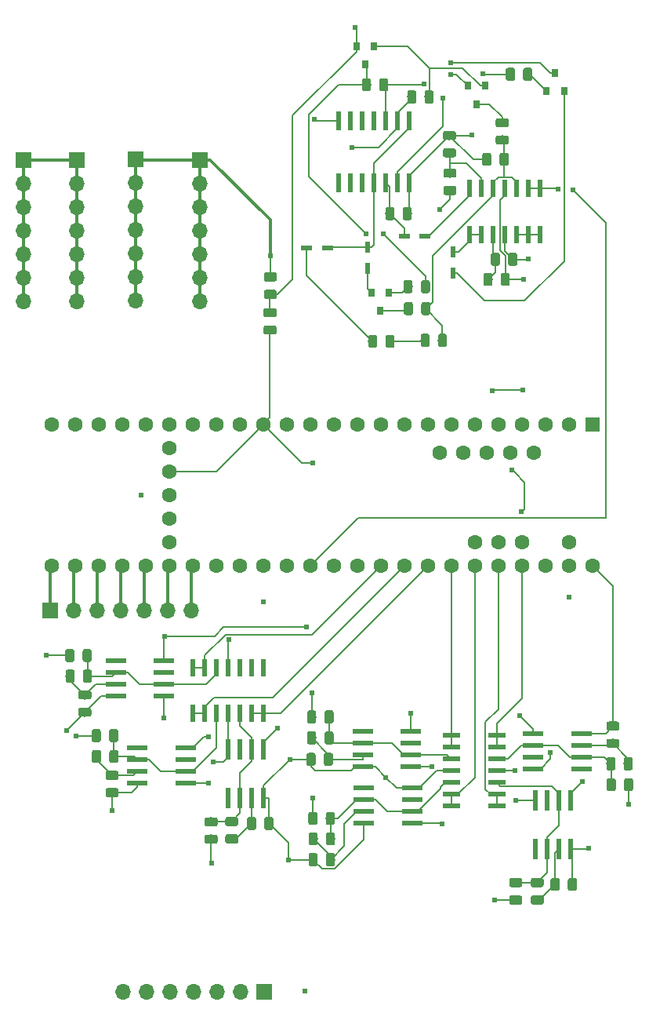
<source format=gtl>
G04 #@! TF.GenerationSoftware,KiCad,Pcbnew,(5.0.1)-4*
G04 #@! TF.CreationDate,2019-12-01T21:58:56-05:00*
G04 #@! TF.ProjectId,new_synth_transistor,6E65775F73796E74685F7472616E7369,rev?*
G04 #@! TF.SameCoordinates,Original*
G04 #@! TF.FileFunction,Copper,L1,Top,Signal*
G04 #@! TF.FilePolarity,Positive*
%FSLAX46Y46*%
G04 Gerber Fmt 4.6, Leading zero omitted, Abs format (unit mm)*
G04 Created by KiCad (PCBNEW (5.0.1)-4) date 12/1/2019 9:58:56 PM*
%MOMM*%
%LPD*%
G01*
G04 APERTURE LIST*
G04 #@! TA.AperFunction,SMDPad,CuDef*
%ADD10R,0.600000X1.970000*%
G04 #@! TD*
G04 #@! TA.AperFunction,SMDPad,CuDef*
%ADD11R,2.200000X0.600000*%
G04 #@! TD*
G04 #@! TA.AperFunction,SMDPad,CuDef*
%ADD12R,0.558800X2.159000*%
G04 #@! TD*
G04 #@! TA.AperFunction,ComponentPad*
%ADD13C,1.600000*%
G04 #@! TD*
G04 #@! TA.AperFunction,ComponentPad*
%ADD14R,1.600000X1.600000*%
G04 #@! TD*
G04 #@! TA.AperFunction,Conductor*
%ADD15C,0.100000*%
G04 #@! TD*
G04 #@! TA.AperFunction,SMDPad,CuDef*
%ADD16C,0.975000*%
G04 #@! TD*
G04 #@! TA.AperFunction,SMDPad,CuDef*
%ADD17R,1.168400X0.482600*%
G04 #@! TD*
G04 #@! TA.AperFunction,SMDPad,CuDef*
%ADD18R,0.482600X1.168400*%
G04 #@! TD*
G04 #@! TA.AperFunction,ComponentPad*
%ADD19O,1.700000X1.700000*%
G04 #@! TD*
G04 #@! TA.AperFunction,ComponentPad*
%ADD20R,1.700000X1.700000*%
G04 #@! TD*
G04 #@! TA.AperFunction,SMDPad,CuDef*
%ADD21R,0.800000X0.900000*%
G04 #@! TD*
G04 #@! TA.AperFunction,SMDPad,CuDef*
%ADD22R,1.970000X0.600000*%
G04 #@! TD*
G04 #@! TA.AperFunction,SMDPad,CuDef*
%ADD23R,0.600000X2.200000*%
G04 #@! TD*
G04 #@! TA.AperFunction,ViaPad*
%ADD24C,0.609600*%
G04 #@! TD*
G04 #@! TA.AperFunction,Conductor*
%ADD25C,0.152400*%
G04 #@! TD*
G04 #@! TA.AperFunction,Conductor*
%ADD26C,0.304800*%
G04 #@! TD*
G04 APERTURE END LIST*
D10*
G04 #@! TO.P,U12,1*
G04 #@! TO.N,/ADSR_OUT*
X272191529Y-34803212D03*
G04 #@! TO.P,U12,2*
X270921529Y-34803212D03*
G04 #@! TO.P,U12,3*
G04 #@! TO.N,Net-(C8-Pad1)*
X269651529Y-34803212D03*
G04 #@! TO.P,U12,4*
G04 #@! TO.N,+5V*
X268381529Y-34803212D03*
G04 #@! TO.P,U12,5*
G04 #@! TO.N,Net-(C8-Pad1)*
X267111529Y-34803212D03*
G04 #@! TO.P,U12,6*
G04 #@! TO.N,Net-(R14-Pad2)*
X265841529Y-34803212D03*
G04 #@! TO.P,U12,7*
G04 #@! TO.N,Net-(CR4-Pad2)*
X264571529Y-34803212D03*
G04 #@! TO.P,U12,8*
G04 #@! TO.N,Net-(CR2-Pad1)*
X264571529Y-39753212D03*
G04 #@! TO.P,U12,9*
X265841529Y-39753212D03*
G04 #@! TO.P,U12,10*
G04 #@! TO.N,Net-(R8-Pad2)*
X267111529Y-39753212D03*
G04 #@! TO.P,U12,11*
G04 #@! TO.N,GNDREF*
X268381529Y-39753212D03*
G04 #@! TO.P,U12,12*
G04 #@! TO.N,N/C*
X269651529Y-39753212D03*
G04 #@! TO.P,U12,13*
X270921529Y-39753212D03*
G04 #@! TO.P,U12,14*
X272191529Y-39753212D03*
G04 #@! TD*
D11*
G04 #@! TO.P,U10,2*
G04 #@! TO.N,Net-(C7-Pad2)*
X231546448Y-88244494D03*
G04 #@! TO.P,U10,7*
G04 #@! TO.N,Net-(RA7-Pad1)*
X226346448Y-88244494D03*
G04 #@! TO.P,U10,1*
G04 #@! TO.N,GND*
X231546448Y-89514494D03*
G04 #@! TO.P,U10,3*
G04 #@! TO.N,Net-(U10-Pad3)*
X231546448Y-86974494D03*
G04 #@! TO.P,U10,4*
G04 #@! TO.N,+5V*
X231546448Y-85704494D03*
G04 #@! TO.P,U10,8*
X226346448Y-89514494D03*
G04 #@! TO.P,U10,6*
G04 #@! TO.N,Net-(C7-Pad2)*
X226346448Y-86974494D03*
G04 #@! TO.P,U10,5*
G04 #@! TO.N,Net-(U10-Pad5)*
X226346448Y-85704494D03*
G04 #@! TD*
G04 #@! TO.P,U6,5*
G04 #@! TO.N,Net-(U6-Pad5)*
X276620280Y-97388680D03*
G04 #@! TO.P,U6,6*
G04 #@! TO.N,Net-(C4-Pad2)*
X276620280Y-96118680D03*
G04 #@! TO.P,U6,8*
G04 #@! TO.N,+5V*
X276620280Y-93578680D03*
G04 #@! TO.P,U6,4*
X271420280Y-97388680D03*
G04 #@! TO.P,U6,3*
G04 #@! TO.N,Net-(U6-Pad3)*
X271420280Y-96118680D03*
G04 #@! TO.P,U6,1*
G04 #@! TO.N,GND*
X271420280Y-93578680D03*
G04 #@! TO.P,U6,7*
G04 #@! TO.N,Net-(RA4-Pad1)*
X276620280Y-94848680D03*
G04 #@! TO.P,U6,2*
G04 #@! TO.N,Net-(C4-Pad2)*
X271420280Y-94848680D03*
G04 #@! TD*
G04 #@! TO.P,U4,2*
G04 #@! TO.N,Net-(C2-Pad2)*
X233852970Y-97682153D03*
G04 #@! TO.P,U4,7*
G04 #@! TO.N,Net-(RA2-Pad1)*
X228652970Y-97682153D03*
G04 #@! TO.P,U4,1*
G04 #@! TO.N,GND*
X233852970Y-98952153D03*
G04 #@! TO.P,U4,3*
G04 #@! TO.N,Net-(U4-Pad3)*
X233852970Y-96412153D03*
G04 #@! TO.P,U4,4*
G04 #@! TO.N,+5V*
X233852970Y-95142153D03*
G04 #@! TO.P,U4,8*
X228652970Y-98952153D03*
G04 #@! TO.P,U4,6*
G04 #@! TO.N,Net-(C2-Pad2)*
X228652970Y-96412153D03*
G04 #@! TO.P,U4,5*
G04 #@! TO.N,Net-(U4-Pad5)*
X228652970Y-95142153D03*
G04 #@! TD*
D12*
G04 #@! TO.P,U11,1*
G04 #@! TO.N,Net-(U11-Pad1)*
X250427100Y-34203102D03*
G04 #@! TO.P,U11,2*
G04 #@! TO.N,Net-(U11-Pad2)*
X251697100Y-34203102D03*
G04 #@! TO.P,U11,3*
G04 #@! TO.N,Net-(U11-Pad3)*
X252967100Y-34203102D03*
G04 #@! TO.P,U11,4*
G04 #@! TO.N,/3A*
X254237100Y-34203102D03*
G04 #@! TO.P,U11,5*
G04 #@! TO.N,Net-(CR4-Pad1)*
X255507100Y-34203102D03*
G04 #@! TO.P,U11,6*
G04 #@! TO.N,/2B*
X256777100Y-34203102D03*
G04 #@! TO.P,U11,7*
G04 #@! TO.N,GNDREF*
X258047100Y-34203102D03*
G04 #@! TO.P,U11,8*
G04 #@! TO.N,/3A*
X258047100Y-27446702D03*
G04 #@! TO.P,U11,9*
G04 #@! TO.N,/SIGNAL*
X256777100Y-27446702D03*
G04 #@! TO.P,U11,10*
G04 #@! TO.N,/2B*
X255507100Y-27446702D03*
G04 #@! TO.P,U11,11*
G04 #@! TO.N,Net-(U11-Pad11)*
X254237100Y-27446702D03*
G04 #@! TO.P,U11,12*
G04 #@! TO.N,Net-(U11-Pad12)*
X252967100Y-27446702D03*
G04 #@! TO.P,U11,13*
G04 #@! TO.N,Net-(U11-Pad13)*
X251697100Y-27446702D03*
G04 #@! TO.P,U11,14*
G04 #@! TO.N,+5V*
X250427100Y-27446702D03*
G04 #@! TD*
D13*
G04 #@! TO.P,U8,17*
G04 #@! TO.N,Net-(U8-Pad17)*
X237154720Y-60258960D03*
G04 #@! TO.P,U8,18*
G04 #@! TO.N,Net-(U8-Pad18)*
X234614720Y-60258960D03*
G04 #@! TO.P,U8,19*
G04 #@! TO.N,Net-(U8-Pad19)*
X232074720Y-60258960D03*
G04 #@! TO.P,U8,20*
G04 #@! TO.N,Net-(U8-Pad20)*
X229534720Y-60258960D03*
G04 #@! TO.P,U8,16*
G04 #@! TO.N,Net-(U8-Pad16)*
X239694720Y-60258960D03*
G04 #@! TO.P,U8,15*
G04 #@! TO.N,+3V3*
X242234720Y-60258960D03*
G04 #@! TO.P,U8,14*
G04 #@! TO.N,Net-(U8-Pad14)*
X244774720Y-60258960D03*
G04 #@! TO.P,U8,21*
G04 #@! TO.N,Net-(U8-Pad21)*
X226994720Y-60258960D03*
G04 #@! TO.P,U8,22*
G04 #@! TO.N,Net-(U8-Pad22)*
X224454720Y-60258960D03*
G04 #@! TO.P,U8,23*
G04 #@! TO.N,Net-(U8-Pad23)*
X221914720Y-60258960D03*
G04 #@! TO.P,U8,24*
G04 #@! TO.N,Net-(U8-Pad24)*
X219374720Y-60258960D03*
G04 #@! TO.P,U8,25*
G04 #@! TO.N,Net-(U8-Pad25)*
X232074720Y-62798960D03*
G04 #@! TO.P,U8,26*
G04 #@! TO.N,+3V3*
X232074720Y-65338960D03*
G04 #@! TO.P,U8,27*
G04 #@! TO.N,GND*
X232074720Y-67878960D03*
G04 #@! TO.P,U8,28*
G04 #@! TO.N,Net-(U8-Pad28)*
X232074720Y-70418960D03*
G04 #@! TO.P,U8,29*
G04 #@! TO.N,Net-(U8-Pad29)*
X232074720Y-72958960D03*
G04 #@! TO.P,U8,30*
G04 #@! TO.N,/L1*
X219374720Y-75498960D03*
G04 #@! TO.P,U8,31*
G04 #@! TO.N,/L2*
X221914720Y-75498960D03*
G04 #@! TO.P,U8,32*
G04 #@! TO.N,/L3*
X224454720Y-75498960D03*
G04 #@! TO.P,U8,33*
G04 #@! TO.N,/L4*
X226994720Y-75498960D03*
G04 #@! TO.P,U8,34*
G04 #@! TO.N,/L5*
X229534720Y-75498960D03*
G04 #@! TO.P,U8,35*
G04 #@! TO.N,/L6*
X232074720Y-75498960D03*
G04 #@! TO.P,U8,36*
G04 #@! TO.N,/L7*
X234614720Y-75498960D03*
G04 #@! TO.P,U8,37*
G04 #@! TO.N,/SIGNAL*
X237154720Y-75498960D03*
G04 #@! TO.P,U8,13*
G04 #@! TO.N,Net-(U8-Pad13)*
X247314720Y-60258960D03*
G04 #@! TO.P,U8,12*
G04 #@! TO.N,Net-(U8-Pad12)*
X249854720Y-60258960D03*
G04 #@! TO.P,U8,11*
G04 #@! TO.N,Net-(U8-Pad11)*
X252394720Y-60258960D03*
G04 #@! TO.P,U8,10*
G04 #@! TO.N,Net-(U8-Pad10)*
X254934720Y-60258960D03*
G04 #@! TO.P,U8,9*
G04 #@! TO.N,Net-(U8-Pad9)*
X257474720Y-60258960D03*
G04 #@! TO.P,U8,8*
G04 #@! TO.N,Net-(U8-Pad8)*
X260014720Y-60258960D03*
G04 #@! TO.P,U8,7*
G04 #@! TO.N,Net-(U8-Pad7)*
X262554720Y-60258960D03*
G04 #@! TO.P,U8,6*
G04 #@! TO.N,Net-(U8-Pad6)*
X265094720Y-60258960D03*
G04 #@! TO.P,U8,5*
G04 #@! TO.N,Net-(U8-Pad5)*
X267634720Y-60258960D03*
G04 #@! TO.P,U8,4*
G04 #@! TO.N,Net-(U8-Pad4)*
X270174720Y-60258960D03*
G04 #@! TO.P,U8,3*
G04 #@! TO.N,Net-(U8-Pad3)*
X272714720Y-60258960D03*
G04 #@! TO.P,U8,2*
G04 #@! TO.N,Net-(U8-Pad2)*
X275254720Y-60258960D03*
D14*
G04 #@! TO.P,U8,1*
G04 #@! TO.N,GND*
X277794720Y-60258960D03*
D13*
G04 #@! TO.P,U8,38*
G04 #@! TO.N,/TONE*
X239694720Y-75498960D03*
G04 #@! TO.P,U8,39*
G04 #@! TO.N,GND*
X242234720Y-75498960D03*
G04 #@! TO.P,U8,40*
G04 #@! TO.N,Net-(U8-Pad40)*
X244774720Y-75498960D03*
G04 #@! TO.P,U8,41*
G04 #@! TO.N,/ADSR_OUT*
X247314720Y-75498960D03*
G04 #@! TO.P,U8,42*
G04 #@! TO.N,Net-(U8-Pad42)*
X249854720Y-75498960D03*
G04 #@! TO.P,U8,43*
G04 #@! TO.N,Net-(U8-Pad43)*
X252394720Y-75498960D03*
G04 #@! TO.P,U8,44*
G04 #@! TO.N,/T7*
X254934720Y-75498960D03*
G04 #@! TO.P,U8,45*
G04 #@! TO.N,/T6*
X257474720Y-75498960D03*
G04 #@! TO.P,U8,46*
G04 #@! TO.N,/T5*
X260014720Y-75498960D03*
G04 #@! TO.P,U8,47*
G04 #@! TO.N,/T4*
X262554720Y-75498960D03*
G04 #@! TO.P,U8,48*
G04 #@! TO.N,/T3*
X265094720Y-75498960D03*
G04 #@! TO.P,U8,49*
G04 #@! TO.N,/T2*
X267634720Y-75498960D03*
G04 #@! TO.P,U8,50*
G04 #@! TO.N,/T1*
X270174720Y-75498960D03*
G04 #@! TO.P,U8,51*
G04 #@! TO.N,+3V3*
X272714720Y-75498960D03*
G04 #@! TO.P,U8,52*
G04 #@! TO.N,GND*
X275254720Y-75498960D03*
G04 #@! TO.P,U8,53*
G04 #@! TO.N,+5V*
X277794720Y-75498960D03*
G04 #@! TO.P,U8,54*
G04 #@! TO.N,Net-(U8-Pad54)*
X275254720Y-72958960D03*
G04 #@! TO.P,U8,55*
G04 #@! TO.N,GND*
X270174720Y-72958960D03*
G04 #@! TO.P,U8,56*
G04 #@! TO.N,Net-(U8-Pad56)*
X267634720Y-72958960D03*
G04 #@! TO.P,U8,57*
G04 #@! TO.N,Net-(U8-Pad57)*
X265094720Y-72958960D03*
G04 #@! TO.P,U8,58*
G04 #@! TO.N,N/C*
X271444720Y-63258960D03*
G04 #@! TO.P,U8,59*
X268904720Y-63258960D03*
G04 #@! TO.P,U8,60*
X266364720Y-63258960D03*
G04 #@! TO.P,U8,61*
X263824720Y-63258960D03*
G04 #@! TO.P,U8,62*
X261284720Y-63258960D03*
G04 #@! TD*
D15*
G04 #@! TO.N,GND*
G04 #@! TO.C,C1*
G36*
X247757536Y-91095885D02*
X247781197Y-91099395D01*
X247804401Y-91105207D01*
X247826923Y-91113265D01*
X247848547Y-91123493D01*
X247869064Y-91135790D01*
X247888277Y-91150040D01*
X247906001Y-91166104D01*
X247922065Y-91183828D01*
X247936315Y-91203041D01*
X247948612Y-91223558D01*
X247958840Y-91245182D01*
X247966898Y-91267704D01*
X247972710Y-91290908D01*
X247976220Y-91314569D01*
X247977394Y-91338461D01*
X247977394Y-92250961D01*
X247976220Y-92274853D01*
X247972710Y-92298514D01*
X247966898Y-92321718D01*
X247958840Y-92344240D01*
X247948612Y-92365864D01*
X247936315Y-92386381D01*
X247922065Y-92405594D01*
X247906001Y-92423318D01*
X247888277Y-92439382D01*
X247869064Y-92453632D01*
X247848547Y-92465929D01*
X247826923Y-92476157D01*
X247804401Y-92484215D01*
X247781197Y-92490027D01*
X247757536Y-92493537D01*
X247733644Y-92494711D01*
X247246144Y-92494711D01*
X247222252Y-92493537D01*
X247198591Y-92490027D01*
X247175387Y-92484215D01*
X247152865Y-92476157D01*
X247131241Y-92465929D01*
X247110724Y-92453632D01*
X247091511Y-92439382D01*
X247073787Y-92423318D01*
X247057723Y-92405594D01*
X247043473Y-92386381D01*
X247031176Y-92365864D01*
X247020948Y-92344240D01*
X247012890Y-92321718D01*
X247007078Y-92298514D01*
X247003568Y-92274853D01*
X247002394Y-92250961D01*
X247002394Y-91338461D01*
X247003568Y-91314569D01*
X247007078Y-91290908D01*
X247012890Y-91267704D01*
X247020948Y-91245182D01*
X247031176Y-91223558D01*
X247043473Y-91203041D01*
X247057723Y-91183828D01*
X247073787Y-91166104D01*
X247091511Y-91150040D01*
X247110724Y-91135790D01*
X247131241Y-91123493D01*
X247152865Y-91113265D01*
X247175387Y-91105207D01*
X247198591Y-91099395D01*
X247222252Y-91095885D01*
X247246144Y-91094711D01*
X247733644Y-91094711D01*
X247757536Y-91095885D01*
X247757536Y-91095885D01*
G37*
D16*
G04 #@! TD*
G04 #@! TO.P,C1,1*
G04 #@! TO.N,GND*
X247489894Y-91794711D03*
D15*
G04 #@! TO.N,Net-(C1-Pad2)*
G04 #@! TO.C,C1*
G36*
X249632536Y-91095885D02*
X249656197Y-91099395D01*
X249679401Y-91105207D01*
X249701923Y-91113265D01*
X249723547Y-91123493D01*
X249744064Y-91135790D01*
X249763277Y-91150040D01*
X249781001Y-91166104D01*
X249797065Y-91183828D01*
X249811315Y-91203041D01*
X249823612Y-91223558D01*
X249833840Y-91245182D01*
X249841898Y-91267704D01*
X249847710Y-91290908D01*
X249851220Y-91314569D01*
X249852394Y-91338461D01*
X249852394Y-92250961D01*
X249851220Y-92274853D01*
X249847710Y-92298514D01*
X249841898Y-92321718D01*
X249833840Y-92344240D01*
X249823612Y-92365864D01*
X249811315Y-92386381D01*
X249797065Y-92405594D01*
X249781001Y-92423318D01*
X249763277Y-92439382D01*
X249744064Y-92453632D01*
X249723547Y-92465929D01*
X249701923Y-92476157D01*
X249679401Y-92484215D01*
X249656197Y-92490027D01*
X249632536Y-92493537D01*
X249608644Y-92494711D01*
X249121144Y-92494711D01*
X249097252Y-92493537D01*
X249073591Y-92490027D01*
X249050387Y-92484215D01*
X249027865Y-92476157D01*
X249006241Y-92465929D01*
X248985724Y-92453632D01*
X248966511Y-92439382D01*
X248948787Y-92423318D01*
X248932723Y-92405594D01*
X248918473Y-92386381D01*
X248906176Y-92365864D01*
X248895948Y-92344240D01*
X248887890Y-92321718D01*
X248882078Y-92298514D01*
X248878568Y-92274853D01*
X248877394Y-92250961D01*
X248877394Y-91338461D01*
X248878568Y-91314569D01*
X248882078Y-91290908D01*
X248887890Y-91267704D01*
X248895948Y-91245182D01*
X248906176Y-91223558D01*
X248918473Y-91203041D01*
X248932723Y-91183828D01*
X248948787Y-91166104D01*
X248966511Y-91150040D01*
X248985724Y-91135790D01*
X249006241Y-91123493D01*
X249027865Y-91113265D01*
X249050387Y-91105207D01*
X249073591Y-91099395D01*
X249097252Y-91095885D01*
X249121144Y-91094711D01*
X249608644Y-91094711D01*
X249632536Y-91095885D01*
X249632536Y-91095885D01*
G37*
D16*
G04 #@! TD*
G04 #@! TO.P,C1,2*
G04 #@! TO.N,Net-(C1-Pad2)*
X249364894Y-91794711D03*
D15*
G04 #@! TO.N,GND*
G04 #@! TO.C,C2*
G36*
X224489892Y-93122527D02*
X224513553Y-93126037D01*
X224536757Y-93131849D01*
X224559279Y-93139907D01*
X224580903Y-93150135D01*
X224601420Y-93162432D01*
X224620633Y-93176682D01*
X224638357Y-93192746D01*
X224654421Y-93210470D01*
X224668671Y-93229683D01*
X224680968Y-93250200D01*
X224691196Y-93271824D01*
X224699254Y-93294346D01*
X224705066Y-93317550D01*
X224708576Y-93341211D01*
X224709750Y-93365103D01*
X224709750Y-94277603D01*
X224708576Y-94301495D01*
X224705066Y-94325156D01*
X224699254Y-94348360D01*
X224691196Y-94370882D01*
X224680968Y-94392506D01*
X224668671Y-94413023D01*
X224654421Y-94432236D01*
X224638357Y-94449960D01*
X224620633Y-94466024D01*
X224601420Y-94480274D01*
X224580903Y-94492571D01*
X224559279Y-94502799D01*
X224536757Y-94510857D01*
X224513553Y-94516669D01*
X224489892Y-94520179D01*
X224466000Y-94521353D01*
X223978500Y-94521353D01*
X223954608Y-94520179D01*
X223930947Y-94516669D01*
X223907743Y-94510857D01*
X223885221Y-94502799D01*
X223863597Y-94492571D01*
X223843080Y-94480274D01*
X223823867Y-94466024D01*
X223806143Y-94449960D01*
X223790079Y-94432236D01*
X223775829Y-94413023D01*
X223763532Y-94392506D01*
X223753304Y-94370882D01*
X223745246Y-94348360D01*
X223739434Y-94325156D01*
X223735924Y-94301495D01*
X223734750Y-94277603D01*
X223734750Y-93365103D01*
X223735924Y-93341211D01*
X223739434Y-93317550D01*
X223745246Y-93294346D01*
X223753304Y-93271824D01*
X223763532Y-93250200D01*
X223775829Y-93229683D01*
X223790079Y-93210470D01*
X223806143Y-93192746D01*
X223823867Y-93176682D01*
X223843080Y-93162432D01*
X223863597Y-93150135D01*
X223885221Y-93139907D01*
X223907743Y-93131849D01*
X223930947Y-93126037D01*
X223954608Y-93122527D01*
X223978500Y-93121353D01*
X224466000Y-93121353D01*
X224489892Y-93122527D01*
X224489892Y-93122527D01*
G37*
D16*
G04 #@! TD*
G04 #@! TO.P,C2,1*
G04 #@! TO.N,GND*
X224222250Y-93821353D03*
D15*
G04 #@! TO.N,Net-(C2-Pad2)*
G04 #@! TO.C,C2*
G36*
X226364892Y-93122527D02*
X226388553Y-93126037D01*
X226411757Y-93131849D01*
X226434279Y-93139907D01*
X226455903Y-93150135D01*
X226476420Y-93162432D01*
X226495633Y-93176682D01*
X226513357Y-93192746D01*
X226529421Y-93210470D01*
X226543671Y-93229683D01*
X226555968Y-93250200D01*
X226566196Y-93271824D01*
X226574254Y-93294346D01*
X226580066Y-93317550D01*
X226583576Y-93341211D01*
X226584750Y-93365103D01*
X226584750Y-94277603D01*
X226583576Y-94301495D01*
X226580066Y-94325156D01*
X226574254Y-94348360D01*
X226566196Y-94370882D01*
X226555968Y-94392506D01*
X226543671Y-94413023D01*
X226529421Y-94432236D01*
X226513357Y-94449960D01*
X226495633Y-94466024D01*
X226476420Y-94480274D01*
X226455903Y-94492571D01*
X226434279Y-94502799D01*
X226411757Y-94510857D01*
X226388553Y-94516669D01*
X226364892Y-94520179D01*
X226341000Y-94521353D01*
X225853500Y-94521353D01*
X225829608Y-94520179D01*
X225805947Y-94516669D01*
X225782743Y-94510857D01*
X225760221Y-94502799D01*
X225738597Y-94492571D01*
X225718080Y-94480274D01*
X225698867Y-94466024D01*
X225681143Y-94449960D01*
X225665079Y-94432236D01*
X225650829Y-94413023D01*
X225638532Y-94392506D01*
X225628304Y-94370882D01*
X225620246Y-94348360D01*
X225614434Y-94325156D01*
X225610924Y-94301495D01*
X225609750Y-94277603D01*
X225609750Y-93365103D01*
X225610924Y-93341211D01*
X225614434Y-93317550D01*
X225620246Y-93294346D01*
X225628304Y-93271824D01*
X225638532Y-93250200D01*
X225650829Y-93229683D01*
X225665079Y-93210470D01*
X225681143Y-93192746D01*
X225698867Y-93176682D01*
X225718080Y-93162432D01*
X225738597Y-93150135D01*
X225760221Y-93139907D01*
X225782743Y-93131849D01*
X225805947Y-93126037D01*
X225829608Y-93122527D01*
X225853500Y-93121353D01*
X226341000Y-93121353D01*
X226364892Y-93122527D01*
X226364892Y-93122527D01*
G37*
D16*
G04 #@! TD*
G04 #@! TO.P,C2,2*
G04 #@! TO.N,Net-(C2-Pad2)*
X226097250Y-93821353D03*
D15*
G04 #@! TO.N,Net-(C3-Pad2)*
G04 #@! TO.C,C3*
G36*
X249756437Y-102050095D02*
X249780098Y-102053605D01*
X249803302Y-102059417D01*
X249825824Y-102067475D01*
X249847448Y-102077703D01*
X249867965Y-102090000D01*
X249887178Y-102104250D01*
X249904902Y-102120314D01*
X249920966Y-102138038D01*
X249935216Y-102157251D01*
X249947513Y-102177768D01*
X249957741Y-102199392D01*
X249965799Y-102221914D01*
X249971611Y-102245118D01*
X249975121Y-102268779D01*
X249976295Y-102292671D01*
X249976295Y-103205171D01*
X249975121Y-103229063D01*
X249971611Y-103252724D01*
X249965799Y-103275928D01*
X249957741Y-103298450D01*
X249947513Y-103320074D01*
X249935216Y-103340591D01*
X249920966Y-103359804D01*
X249904902Y-103377528D01*
X249887178Y-103393592D01*
X249867965Y-103407842D01*
X249847448Y-103420139D01*
X249825824Y-103430367D01*
X249803302Y-103438425D01*
X249780098Y-103444237D01*
X249756437Y-103447747D01*
X249732545Y-103448921D01*
X249245045Y-103448921D01*
X249221153Y-103447747D01*
X249197492Y-103444237D01*
X249174288Y-103438425D01*
X249151766Y-103430367D01*
X249130142Y-103420139D01*
X249109625Y-103407842D01*
X249090412Y-103393592D01*
X249072688Y-103377528D01*
X249056624Y-103359804D01*
X249042374Y-103340591D01*
X249030077Y-103320074D01*
X249019849Y-103298450D01*
X249011791Y-103275928D01*
X249005979Y-103252724D01*
X249002469Y-103229063D01*
X249001295Y-103205171D01*
X249001295Y-102292671D01*
X249002469Y-102268779D01*
X249005979Y-102245118D01*
X249011791Y-102221914D01*
X249019849Y-102199392D01*
X249030077Y-102177768D01*
X249042374Y-102157251D01*
X249056624Y-102138038D01*
X249072688Y-102120314D01*
X249090412Y-102104250D01*
X249109625Y-102090000D01*
X249130142Y-102077703D01*
X249151766Y-102067475D01*
X249174288Y-102059417D01*
X249197492Y-102053605D01*
X249221153Y-102050095D01*
X249245045Y-102048921D01*
X249732545Y-102048921D01*
X249756437Y-102050095D01*
X249756437Y-102050095D01*
G37*
D16*
G04 #@! TD*
G04 #@! TO.P,C3,2*
G04 #@! TO.N,Net-(C3-Pad2)*
X249488795Y-102748921D03*
D15*
G04 #@! TO.N,GND*
G04 #@! TO.C,C3*
G36*
X247881437Y-102050095D02*
X247905098Y-102053605D01*
X247928302Y-102059417D01*
X247950824Y-102067475D01*
X247972448Y-102077703D01*
X247992965Y-102090000D01*
X248012178Y-102104250D01*
X248029902Y-102120314D01*
X248045966Y-102138038D01*
X248060216Y-102157251D01*
X248072513Y-102177768D01*
X248082741Y-102199392D01*
X248090799Y-102221914D01*
X248096611Y-102245118D01*
X248100121Y-102268779D01*
X248101295Y-102292671D01*
X248101295Y-103205171D01*
X248100121Y-103229063D01*
X248096611Y-103252724D01*
X248090799Y-103275928D01*
X248082741Y-103298450D01*
X248072513Y-103320074D01*
X248060216Y-103340591D01*
X248045966Y-103359804D01*
X248029902Y-103377528D01*
X248012178Y-103393592D01*
X247992965Y-103407842D01*
X247972448Y-103420139D01*
X247950824Y-103430367D01*
X247928302Y-103438425D01*
X247905098Y-103444237D01*
X247881437Y-103447747D01*
X247857545Y-103448921D01*
X247370045Y-103448921D01*
X247346153Y-103447747D01*
X247322492Y-103444237D01*
X247299288Y-103438425D01*
X247276766Y-103430367D01*
X247255142Y-103420139D01*
X247234625Y-103407842D01*
X247215412Y-103393592D01*
X247197688Y-103377528D01*
X247181624Y-103359804D01*
X247167374Y-103340591D01*
X247155077Y-103320074D01*
X247144849Y-103298450D01*
X247136791Y-103275928D01*
X247130979Y-103252724D01*
X247127469Y-103229063D01*
X247126295Y-103205171D01*
X247126295Y-102292671D01*
X247127469Y-102268779D01*
X247130979Y-102245118D01*
X247136791Y-102221914D01*
X247144849Y-102199392D01*
X247155077Y-102177768D01*
X247167374Y-102157251D01*
X247181624Y-102138038D01*
X247197688Y-102120314D01*
X247215412Y-102104250D01*
X247234625Y-102090000D01*
X247255142Y-102077703D01*
X247276766Y-102067475D01*
X247299288Y-102059417D01*
X247322492Y-102053605D01*
X247346153Y-102050095D01*
X247370045Y-102048921D01*
X247857545Y-102048921D01*
X247881437Y-102050095D01*
X247881437Y-102050095D01*
G37*
D16*
G04 #@! TD*
G04 #@! TO.P,C3,1*
G04 #@! TO.N,GND*
X247613795Y-102748921D03*
D15*
G04 #@! TO.N,Net-(C4-Pad2)*
G04 #@! TO.C,C4*
G36*
X280111902Y-98411974D02*
X280135563Y-98415484D01*
X280158767Y-98421296D01*
X280181289Y-98429354D01*
X280202913Y-98439582D01*
X280223430Y-98451879D01*
X280242643Y-98466129D01*
X280260367Y-98482193D01*
X280276431Y-98499917D01*
X280290681Y-98519130D01*
X280302978Y-98539647D01*
X280313206Y-98561271D01*
X280321264Y-98583793D01*
X280327076Y-98606997D01*
X280330586Y-98630658D01*
X280331760Y-98654550D01*
X280331760Y-99567050D01*
X280330586Y-99590942D01*
X280327076Y-99614603D01*
X280321264Y-99637807D01*
X280313206Y-99660329D01*
X280302978Y-99681953D01*
X280290681Y-99702470D01*
X280276431Y-99721683D01*
X280260367Y-99739407D01*
X280242643Y-99755471D01*
X280223430Y-99769721D01*
X280202913Y-99782018D01*
X280181289Y-99792246D01*
X280158767Y-99800304D01*
X280135563Y-99806116D01*
X280111902Y-99809626D01*
X280088010Y-99810800D01*
X279600510Y-99810800D01*
X279576618Y-99809626D01*
X279552957Y-99806116D01*
X279529753Y-99800304D01*
X279507231Y-99792246D01*
X279485607Y-99782018D01*
X279465090Y-99769721D01*
X279445877Y-99755471D01*
X279428153Y-99739407D01*
X279412089Y-99721683D01*
X279397839Y-99702470D01*
X279385542Y-99681953D01*
X279375314Y-99660329D01*
X279367256Y-99637807D01*
X279361444Y-99614603D01*
X279357934Y-99590942D01*
X279356760Y-99567050D01*
X279356760Y-98654550D01*
X279357934Y-98630658D01*
X279361444Y-98606997D01*
X279367256Y-98583793D01*
X279375314Y-98561271D01*
X279385542Y-98539647D01*
X279397839Y-98519130D01*
X279412089Y-98499917D01*
X279428153Y-98482193D01*
X279445877Y-98466129D01*
X279465090Y-98451879D01*
X279485607Y-98439582D01*
X279507231Y-98429354D01*
X279529753Y-98421296D01*
X279552957Y-98415484D01*
X279576618Y-98411974D01*
X279600510Y-98410800D01*
X280088010Y-98410800D01*
X280111902Y-98411974D01*
X280111902Y-98411974D01*
G37*
D16*
G04 #@! TD*
G04 #@! TO.P,C4,2*
G04 #@! TO.N,Net-(C4-Pad2)*
X279844260Y-99110800D03*
D15*
G04 #@! TO.N,GND*
G04 #@! TO.C,C4*
G36*
X281986902Y-98411974D02*
X282010563Y-98415484D01*
X282033767Y-98421296D01*
X282056289Y-98429354D01*
X282077913Y-98439582D01*
X282098430Y-98451879D01*
X282117643Y-98466129D01*
X282135367Y-98482193D01*
X282151431Y-98499917D01*
X282165681Y-98519130D01*
X282177978Y-98539647D01*
X282188206Y-98561271D01*
X282196264Y-98583793D01*
X282202076Y-98606997D01*
X282205586Y-98630658D01*
X282206760Y-98654550D01*
X282206760Y-99567050D01*
X282205586Y-99590942D01*
X282202076Y-99614603D01*
X282196264Y-99637807D01*
X282188206Y-99660329D01*
X282177978Y-99681953D01*
X282165681Y-99702470D01*
X282151431Y-99721683D01*
X282135367Y-99739407D01*
X282117643Y-99755471D01*
X282098430Y-99769721D01*
X282077913Y-99782018D01*
X282056289Y-99792246D01*
X282033767Y-99800304D01*
X282010563Y-99806116D01*
X281986902Y-99809626D01*
X281963010Y-99810800D01*
X281475510Y-99810800D01*
X281451618Y-99809626D01*
X281427957Y-99806116D01*
X281404753Y-99800304D01*
X281382231Y-99792246D01*
X281360607Y-99782018D01*
X281340090Y-99769721D01*
X281320877Y-99755471D01*
X281303153Y-99739407D01*
X281287089Y-99721683D01*
X281272839Y-99702470D01*
X281260542Y-99681953D01*
X281250314Y-99660329D01*
X281242256Y-99637807D01*
X281236444Y-99614603D01*
X281232934Y-99590942D01*
X281231760Y-99567050D01*
X281231760Y-98654550D01*
X281232934Y-98630658D01*
X281236444Y-98606997D01*
X281242256Y-98583793D01*
X281250314Y-98561271D01*
X281260542Y-98539647D01*
X281272839Y-98519130D01*
X281287089Y-98499917D01*
X281303153Y-98482193D01*
X281320877Y-98466129D01*
X281340090Y-98451879D01*
X281360607Y-98439582D01*
X281382231Y-98429354D01*
X281404753Y-98421296D01*
X281427957Y-98415484D01*
X281451618Y-98411974D01*
X281475510Y-98410800D01*
X281963010Y-98410800D01*
X281986902Y-98411974D01*
X281986902Y-98411974D01*
G37*
D16*
G04 #@! TD*
G04 #@! TO.P,C4,1*
G04 #@! TO.N,GND*
X281719260Y-99110800D03*
D15*
G04 #@! TO.N,GND*
G04 #@! TO.C,C5*
G36*
X269994462Y-111068174D02*
X270018123Y-111071684D01*
X270041327Y-111077496D01*
X270063849Y-111085554D01*
X270085473Y-111095782D01*
X270105990Y-111108079D01*
X270125203Y-111122329D01*
X270142927Y-111138393D01*
X270158991Y-111156117D01*
X270173241Y-111175330D01*
X270185538Y-111195847D01*
X270195766Y-111217471D01*
X270203824Y-111239993D01*
X270209636Y-111263197D01*
X270213146Y-111286858D01*
X270214320Y-111310750D01*
X270214320Y-111798250D01*
X270213146Y-111822142D01*
X270209636Y-111845803D01*
X270203824Y-111869007D01*
X270195766Y-111891529D01*
X270185538Y-111913153D01*
X270173241Y-111933670D01*
X270158991Y-111952883D01*
X270142927Y-111970607D01*
X270125203Y-111986671D01*
X270105990Y-112000921D01*
X270085473Y-112013218D01*
X270063849Y-112023446D01*
X270041327Y-112031504D01*
X270018123Y-112037316D01*
X269994462Y-112040826D01*
X269970570Y-112042000D01*
X269058070Y-112042000D01*
X269034178Y-112040826D01*
X269010517Y-112037316D01*
X268987313Y-112031504D01*
X268964791Y-112023446D01*
X268943167Y-112013218D01*
X268922650Y-112000921D01*
X268903437Y-111986671D01*
X268885713Y-111970607D01*
X268869649Y-111952883D01*
X268855399Y-111933670D01*
X268843102Y-111913153D01*
X268832874Y-111891529D01*
X268824816Y-111869007D01*
X268819004Y-111845803D01*
X268815494Y-111822142D01*
X268814320Y-111798250D01*
X268814320Y-111310750D01*
X268815494Y-111286858D01*
X268819004Y-111263197D01*
X268824816Y-111239993D01*
X268832874Y-111217471D01*
X268843102Y-111195847D01*
X268855399Y-111175330D01*
X268869649Y-111156117D01*
X268885713Y-111138393D01*
X268903437Y-111122329D01*
X268922650Y-111108079D01*
X268943167Y-111095782D01*
X268964791Y-111085554D01*
X268987313Y-111077496D01*
X269010517Y-111071684D01*
X269034178Y-111068174D01*
X269058070Y-111067000D01*
X269970570Y-111067000D01*
X269994462Y-111068174D01*
X269994462Y-111068174D01*
G37*
D16*
G04 #@! TD*
G04 #@! TO.P,C5,1*
G04 #@! TO.N,GND*
X269514320Y-111554500D03*
D15*
G04 #@! TO.N,Net-(C5-Pad2)*
G04 #@! TO.C,C5*
G36*
X269994462Y-109193174D02*
X270018123Y-109196684D01*
X270041327Y-109202496D01*
X270063849Y-109210554D01*
X270085473Y-109220782D01*
X270105990Y-109233079D01*
X270125203Y-109247329D01*
X270142927Y-109263393D01*
X270158991Y-109281117D01*
X270173241Y-109300330D01*
X270185538Y-109320847D01*
X270195766Y-109342471D01*
X270203824Y-109364993D01*
X270209636Y-109388197D01*
X270213146Y-109411858D01*
X270214320Y-109435750D01*
X270214320Y-109923250D01*
X270213146Y-109947142D01*
X270209636Y-109970803D01*
X270203824Y-109994007D01*
X270195766Y-110016529D01*
X270185538Y-110038153D01*
X270173241Y-110058670D01*
X270158991Y-110077883D01*
X270142927Y-110095607D01*
X270125203Y-110111671D01*
X270105990Y-110125921D01*
X270085473Y-110138218D01*
X270063849Y-110148446D01*
X270041327Y-110156504D01*
X270018123Y-110162316D01*
X269994462Y-110165826D01*
X269970570Y-110167000D01*
X269058070Y-110167000D01*
X269034178Y-110165826D01*
X269010517Y-110162316D01*
X268987313Y-110156504D01*
X268964791Y-110148446D01*
X268943167Y-110138218D01*
X268922650Y-110125921D01*
X268903437Y-110111671D01*
X268885713Y-110095607D01*
X268869649Y-110077883D01*
X268855399Y-110058670D01*
X268843102Y-110038153D01*
X268832874Y-110016529D01*
X268824816Y-109994007D01*
X268819004Y-109970803D01*
X268815494Y-109947142D01*
X268814320Y-109923250D01*
X268814320Y-109435750D01*
X268815494Y-109411858D01*
X268819004Y-109388197D01*
X268824816Y-109364993D01*
X268832874Y-109342471D01*
X268843102Y-109320847D01*
X268855399Y-109300330D01*
X268869649Y-109281117D01*
X268885713Y-109263393D01*
X268903437Y-109247329D01*
X268922650Y-109233079D01*
X268943167Y-109220782D01*
X268964791Y-109210554D01*
X268987313Y-109202496D01*
X269010517Y-109196684D01*
X269034178Y-109193174D01*
X269058070Y-109192000D01*
X269970570Y-109192000D01*
X269994462Y-109193174D01*
X269994462Y-109193174D01*
G37*
D16*
G04 #@! TD*
G04 #@! TO.P,C5,2*
G04 #@! TO.N,Net-(C5-Pad2)*
X269514320Y-109679500D03*
D15*
G04 #@! TO.N,Net-(C6-Pad2)*
G04 #@! TO.C,C6*
G36*
X237111622Y-102629814D02*
X237135283Y-102633324D01*
X237158487Y-102639136D01*
X237181009Y-102647194D01*
X237202633Y-102657422D01*
X237223150Y-102669719D01*
X237242363Y-102683969D01*
X237260087Y-102700033D01*
X237276151Y-102717757D01*
X237290401Y-102736970D01*
X237302698Y-102757487D01*
X237312926Y-102779111D01*
X237320984Y-102801633D01*
X237326796Y-102824837D01*
X237330306Y-102848498D01*
X237331480Y-102872390D01*
X237331480Y-103359890D01*
X237330306Y-103383782D01*
X237326796Y-103407443D01*
X237320984Y-103430647D01*
X237312926Y-103453169D01*
X237302698Y-103474793D01*
X237290401Y-103495310D01*
X237276151Y-103514523D01*
X237260087Y-103532247D01*
X237242363Y-103548311D01*
X237223150Y-103562561D01*
X237202633Y-103574858D01*
X237181009Y-103585086D01*
X237158487Y-103593144D01*
X237135283Y-103598956D01*
X237111622Y-103602466D01*
X237087730Y-103603640D01*
X236175230Y-103603640D01*
X236151338Y-103602466D01*
X236127677Y-103598956D01*
X236104473Y-103593144D01*
X236081951Y-103585086D01*
X236060327Y-103574858D01*
X236039810Y-103562561D01*
X236020597Y-103548311D01*
X236002873Y-103532247D01*
X235986809Y-103514523D01*
X235972559Y-103495310D01*
X235960262Y-103474793D01*
X235950034Y-103453169D01*
X235941976Y-103430647D01*
X235936164Y-103407443D01*
X235932654Y-103383782D01*
X235931480Y-103359890D01*
X235931480Y-102872390D01*
X235932654Y-102848498D01*
X235936164Y-102824837D01*
X235941976Y-102801633D01*
X235950034Y-102779111D01*
X235960262Y-102757487D01*
X235972559Y-102736970D01*
X235986809Y-102717757D01*
X236002873Y-102700033D01*
X236020597Y-102683969D01*
X236039810Y-102669719D01*
X236060327Y-102657422D01*
X236081951Y-102647194D01*
X236104473Y-102639136D01*
X236127677Y-102633324D01*
X236151338Y-102629814D01*
X236175230Y-102628640D01*
X237087730Y-102628640D01*
X237111622Y-102629814D01*
X237111622Y-102629814D01*
G37*
D16*
G04 #@! TD*
G04 #@! TO.P,C6,2*
G04 #@! TO.N,Net-(C6-Pad2)*
X236631480Y-103116140D03*
D15*
G04 #@! TO.N,GND*
G04 #@! TO.C,C6*
G36*
X237111622Y-104504814D02*
X237135283Y-104508324D01*
X237158487Y-104514136D01*
X237181009Y-104522194D01*
X237202633Y-104532422D01*
X237223150Y-104544719D01*
X237242363Y-104558969D01*
X237260087Y-104575033D01*
X237276151Y-104592757D01*
X237290401Y-104611970D01*
X237302698Y-104632487D01*
X237312926Y-104654111D01*
X237320984Y-104676633D01*
X237326796Y-104699837D01*
X237330306Y-104723498D01*
X237331480Y-104747390D01*
X237331480Y-105234890D01*
X237330306Y-105258782D01*
X237326796Y-105282443D01*
X237320984Y-105305647D01*
X237312926Y-105328169D01*
X237302698Y-105349793D01*
X237290401Y-105370310D01*
X237276151Y-105389523D01*
X237260087Y-105407247D01*
X237242363Y-105423311D01*
X237223150Y-105437561D01*
X237202633Y-105449858D01*
X237181009Y-105460086D01*
X237158487Y-105468144D01*
X237135283Y-105473956D01*
X237111622Y-105477466D01*
X237087730Y-105478640D01*
X236175230Y-105478640D01*
X236151338Y-105477466D01*
X236127677Y-105473956D01*
X236104473Y-105468144D01*
X236081951Y-105460086D01*
X236060327Y-105449858D01*
X236039810Y-105437561D01*
X236020597Y-105423311D01*
X236002873Y-105407247D01*
X235986809Y-105389523D01*
X235972559Y-105370310D01*
X235960262Y-105349793D01*
X235950034Y-105328169D01*
X235941976Y-105305647D01*
X235936164Y-105282443D01*
X235932654Y-105258782D01*
X235931480Y-105234890D01*
X235931480Y-104747390D01*
X235932654Y-104723498D01*
X235936164Y-104699837D01*
X235941976Y-104676633D01*
X235950034Y-104654111D01*
X235960262Y-104632487D01*
X235972559Y-104611970D01*
X235986809Y-104592757D01*
X236002873Y-104575033D01*
X236020597Y-104558969D01*
X236039810Y-104544719D01*
X236060327Y-104532422D01*
X236081951Y-104522194D01*
X236104473Y-104514136D01*
X236127677Y-104508324D01*
X236151338Y-104504814D01*
X236175230Y-104503640D01*
X237087730Y-104503640D01*
X237111622Y-104504814D01*
X237111622Y-104504814D01*
G37*
D16*
G04 #@! TD*
G04 #@! TO.P,C6,1*
G04 #@! TO.N,GND*
X236631480Y-104991140D03*
D15*
G04 #@! TO.N,GND*
G04 #@! TO.C,C7*
G36*
X221631950Y-84467188D02*
X221655611Y-84470698D01*
X221678815Y-84476510D01*
X221701337Y-84484568D01*
X221722961Y-84494796D01*
X221743478Y-84507093D01*
X221762691Y-84521343D01*
X221780415Y-84537407D01*
X221796479Y-84555131D01*
X221810729Y-84574344D01*
X221823026Y-84594861D01*
X221833254Y-84616485D01*
X221841312Y-84639007D01*
X221847124Y-84662211D01*
X221850634Y-84685872D01*
X221851808Y-84709764D01*
X221851808Y-85622264D01*
X221850634Y-85646156D01*
X221847124Y-85669817D01*
X221841312Y-85693021D01*
X221833254Y-85715543D01*
X221823026Y-85737167D01*
X221810729Y-85757684D01*
X221796479Y-85776897D01*
X221780415Y-85794621D01*
X221762691Y-85810685D01*
X221743478Y-85824935D01*
X221722961Y-85837232D01*
X221701337Y-85847460D01*
X221678815Y-85855518D01*
X221655611Y-85861330D01*
X221631950Y-85864840D01*
X221608058Y-85866014D01*
X221120558Y-85866014D01*
X221096666Y-85864840D01*
X221073005Y-85861330D01*
X221049801Y-85855518D01*
X221027279Y-85847460D01*
X221005655Y-85837232D01*
X220985138Y-85824935D01*
X220965925Y-85810685D01*
X220948201Y-85794621D01*
X220932137Y-85776897D01*
X220917887Y-85757684D01*
X220905590Y-85737167D01*
X220895362Y-85715543D01*
X220887304Y-85693021D01*
X220881492Y-85669817D01*
X220877982Y-85646156D01*
X220876808Y-85622264D01*
X220876808Y-84709764D01*
X220877982Y-84685872D01*
X220881492Y-84662211D01*
X220887304Y-84639007D01*
X220895362Y-84616485D01*
X220905590Y-84594861D01*
X220917887Y-84574344D01*
X220932137Y-84555131D01*
X220948201Y-84537407D01*
X220965925Y-84521343D01*
X220985138Y-84507093D01*
X221005655Y-84494796D01*
X221027279Y-84484568D01*
X221049801Y-84476510D01*
X221073005Y-84470698D01*
X221096666Y-84467188D01*
X221120558Y-84466014D01*
X221608058Y-84466014D01*
X221631950Y-84467188D01*
X221631950Y-84467188D01*
G37*
D16*
G04 #@! TD*
G04 #@! TO.P,C7,1*
G04 #@! TO.N,GND*
X221364308Y-85166014D03*
D15*
G04 #@! TO.N,Net-(C7-Pad2)*
G04 #@! TO.C,C7*
G36*
X223506950Y-84467188D02*
X223530611Y-84470698D01*
X223553815Y-84476510D01*
X223576337Y-84484568D01*
X223597961Y-84494796D01*
X223618478Y-84507093D01*
X223637691Y-84521343D01*
X223655415Y-84537407D01*
X223671479Y-84555131D01*
X223685729Y-84574344D01*
X223698026Y-84594861D01*
X223708254Y-84616485D01*
X223716312Y-84639007D01*
X223722124Y-84662211D01*
X223725634Y-84685872D01*
X223726808Y-84709764D01*
X223726808Y-85622264D01*
X223725634Y-85646156D01*
X223722124Y-85669817D01*
X223716312Y-85693021D01*
X223708254Y-85715543D01*
X223698026Y-85737167D01*
X223685729Y-85757684D01*
X223671479Y-85776897D01*
X223655415Y-85794621D01*
X223637691Y-85810685D01*
X223618478Y-85824935D01*
X223597961Y-85837232D01*
X223576337Y-85847460D01*
X223553815Y-85855518D01*
X223530611Y-85861330D01*
X223506950Y-85864840D01*
X223483058Y-85866014D01*
X222995558Y-85866014D01*
X222971666Y-85864840D01*
X222948005Y-85861330D01*
X222924801Y-85855518D01*
X222902279Y-85847460D01*
X222880655Y-85837232D01*
X222860138Y-85824935D01*
X222840925Y-85810685D01*
X222823201Y-85794621D01*
X222807137Y-85776897D01*
X222792887Y-85757684D01*
X222780590Y-85737167D01*
X222770362Y-85715543D01*
X222762304Y-85693021D01*
X222756492Y-85669817D01*
X222752982Y-85646156D01*
X222751808Y-85622264D01*
X222751808Y-84709764D01*
X222752982Y-84685872D01*
X222756492Y-84662211D01*
X222762304Y-84639007D01*
X222770362Y-84616485D01*
X222780590Y-84594861D01*
X222792887Y-84574344D01*
X222807137Y-84555131D01*
X222823201Y-84537407D01*
X222840925Y-84521343D01*
X222860138Y-84507093D01*
X222880655Y-84494796D01*
X222902279Y-84484568D01*
X222924801Y-84476510D01*
X222948005Y-84470698D01*
X222971666Y-84467188D01*
X222995558Y-84466014D01*
X223483058Y-84466014D01*
X223506950Y-84467188D01*
X223506950Y-84467188D01*
G37*
D16*
G04 #@! TD*
G04 #@! TO.P,C7,2*
G04 #@! TO.N,Net-(C7-Pad2)*
X223239308Y-85166014D03*
D15*
G04 #@! TO.N,Net-(C8-Pad1)*
G04 #@! TO.C,C8*
G36*
X268543562Y-30938876D02*
X268567223Y-30942386D01*
X268590427Y-30948198D01*
X268612949Y-30956256D01*
X268634573Y-30966484D01*
X268655090Y-30978781D01*
X268674303Y-30993031D01*
X268692027Y-31009095D01*
X268708091Y-31026819D01*
X268722341Y-31046032D01*
X268734638Y-31066549D01*
X268744866Y-31088173D01*
X268752924Y-31110695D01*
X268758736Y-31133899D01*
X268762246Y-31157560D01*
X268763420Y-31181452D01*
X268763420Y-32093952D01*
X268762246Y-32117844D01*
X268758736Y-32141505D01*
X268752924Y-32164709D01*
X268744866Y-32187231D01*
X268734638Y-32208855D01*
X268722341Y-32229372D01*
X268708091Y-32248585D01*
X268692027Y-32266309D01*
X268674303Y-32282373D01*
X268655090Y-32296623D01*
X268634573Y-32308920D01*
X268612949Y-32319148D01*
X268590427Y-32327206D01*
X268567223Y-32333018D01*
X268543562Y-32336528D01*
X268519670Y-32337702D01*
X268032170Y-32337702D01*
X268008278Y-32336528D01*
X267984617Y-32333018D01*
X267961413Y-32327206D01*
X267938891Y-32319148D01*
X267917267Y-32308920D01*
X267896750Y-32296623D01*
X267877537Y-32282373D01*
X267859813Y-32266309D01*
X267843749Y-32248585D01*
X267829499Y-32229372D01*
X267817202Y-32208855D01*
X267806974Y-32187231D01*
X267798916Y-32164709D01*
X267793104Y-32141505D01*
X267789594Y-32117844D01*
X267788420Y-32093952D01*
X267788420Y-31181452D01*
X267789594Y-31157560D01*
X267793104Y-31133899D01*
X267798916Y-31110695D01*
X267806974Y-31088173D01*
X267817202Y-31066549D01*
X267829499Y-31046032D01*
X267843749Y-31026819D01*
X267859813Y-31009095D01*
X267877537Y-30993031D01*
X267896750Y-30978781D01*
X267917267Y-30966484D01*
X267938891Y-30956256D01*
X267961413Y-30948198D01*
X267984617Y-30942386D01*
X268008278Y-30938876D01*
X268032170Y-30937702D01*
X268519670Y-30937702D01*
X268543562Y-30938876D01*
X268543562Y-30938876D01*
G37*
D16*
G04 #@! TD*
G04 #@! TO.P,C8,1*
G04 #@! TO.N,Net-(C8-Pad1)*
X268275920Y-31637702D03*
D15*
G04 #@! TO.N,GNDREF*
G04 #@! TO.C,C8*
G36*
X266668562Y-30938876D02*
X266692223Y-30942386D01*
X266715427Y-30948198D01*
X266737949Y-30956256D01*
X266759573Y-30966484D01*
X266780090Y-30978781D01*
X266799303Y-30993031D01*
X266817027Y-31009095D01*
X266833091Y-31026819D01*
X266847341Y-31046032D01*
X266859638Y-31066549D01*
X266869866Y-31088173D01*
X266877924Y-31110695D01*
X266883736Y-31133899D01*
X266887246Y-31157560D01*
X266888420Y-31181452D01*
X266888420Y-32093952D01*
X266887246Y-32117844D01*
X266883736Y-32141505D01*
X266877924Y-32164709D01*
X266869866Y-32187231D01*
X266859638Y-32208855D01*
X266847341Y-32229372D01*
X266833091Y-32248585D01*
X266817027Y-32266309D01*
X266799303Y-32282373D01*
X266780090Y-32296623D01*
X266759573Y-32308920D01*
X266737949Y-32319148D01*
X266715427Y-32327206D01*
X266692223Y-32333018D01*
X266668562Y-32336528D01*
X266644670Y-32337702D01*
X266157170Y-32337702D01*
X266133278Y-32336528D01*
X266109617Y-32333018D01*
X266086413Y-32327206D01*
X266063891Y-32319148D01*
X266042267Y-32308920D01*
X266021750Y-32296623D01*
X266002537Y-32282373D01*
X265984813Y-32266309D01*
X265968749Y-32248585D01*
X265954499Y-32229372D01*
X265942202Y-32208855D01*
X265931974Y-32187231D01*
X265923916Y-32164709D01*
X265918104Y-32141505D01*
X265914594Y-32117844D01*
X265913420Y-32093952D01*
X265913420Y-31181452D01*
X265914594Y-31157560D01*
X265918104Y-31133899D01*
X265923916Y-31110695D01*
X265931974Y-31088173D01*
X265942202Y-31066549D01*
X265954499Y-31046032D01*
X265968749Y-31026819D01*
X265984813Y-31009095D01*
X266002537Y-30993031D01*
X266021750Y-30978781D01*
X266042267Y-30966484D01*
X266063891Y-30956256D01*
X266086413Y-30948198D01*
X266109617Y-30942386D01*
X266133278Y-30938876D01*
X266157170Y-30937702D01*
X266644670Y-30937702D01*
X266668562Y-30938876D01*
X266668562Y-30938876D01*
G37*
D16*
G04 #@! TD*
G04 #@! TO.P,C8,2*
G04 #@! TO.N,GNDREF*
X266400920Y-31637702D03*
D17*
G04 #@! TO.P,CR1,1*
G04 #@! TO.N,Net-(CR1-Pad1)*
X246942220Y-41218582D03*
G04 #@! TO.P,CR1,2*
G04 #@! TO.N,/3A*
X249177420Y-41218582D03*
G04 #@! TD*
D18*
G04 #@! TO.P,CR2,2*
G04 #@! TO.N,Net-(CR2-Pad2)*
X262773209Y-43872052D03*
G04 #@! TO.P,CR2,1*
G04 #@! TO.N,Net-(CR2-Pad1)*
X262773209Y-41636852D03*
G04 #@! TD*
G04 #@! TO.P,CR3,2*
G04 #@! TO.N,Net-(CR3-Pad2)*
X253571620Y-43382662D03*
G04 #@! TO.P,CR3,1*
G04 #@! TO.N,/3A*
X253571620Y-41147462D03*
G04 #@! TD*
D17*
G04 #@! TO.P,CR4,1*
G04 #@! TO.N,Net-(CR4-Pad1)*
X257478140Y-39913022D03*
G04 #@! TO.P,CR4,2*
G04 #@! TO.N,Net-(CR4-Pad2)*
X259713340Y-39913022D03*
G04 #@! TD*
D19*
G04 #@! TO.P,J1,7*
G04 #@! TO.N,Net-(J1-Pad7)*
X227116640Y-121452640D03*
G04 #@! TO.P,J1,6*
G04 #@! TO.N,Net-(J1-Pad6)*
X229656640Y-121452640D03*
G04 #@! TO.P,J1,5*
G04 #@! TO.N,Net-(J1-Pad5)*
X232196640Y-121452640D03*
G04 #@! TO.P,J1,4*
G04 #@! TO.N,Net-(J1-Pad4)*
X234736640Y-121452640D03*
G04 #@! TO.P,J1,3*
G04 #@! TO.N,Net-(J1-Pad3)*
X237276640Y-121452640D03*
G04 #@! TO.P,J1,2*
G04 #@! TO.N,/TONE*
X239816640Y-121452640D03*
D20*
G04 #@! TO.P,J1,1*
G04 #@! TO.N,GND*
X242356640Y-121452640D03*
G04 #@! TD*
D21*
G04 #@! TO.P,Q1,1*
G04 #@! TO.N,Net-(Q1-Pad1)*
X272851840Y-24276560D03*
G04 #@! TO.P,Q1,2*
G04 #@! TO.N,Net-(CR2-Pad2)*
X274751840Y-24276560D03*
G04 #@! TO.P,Q1,3*
G04 #@! TO.N,Net-(Q1-Pad3)*
X273801840Y-22276560D03*
G04 #@! TD*
G04 #@! TO.P,Q2,3*
G04 #@! TO.N,Net-(Q2-Pad3)*
X254907700Y-47993782D03*
G04 #@! TO.P,Q2,2*
G04 #@! TO.N,Net-(CR3-Pad2)*
X253957700Y-45993782D03*
G04 #@! TO.P,Q2,1*
G04 #@! TO.N,Net-(Q2-Pad1)*
X255857700Y-45993782D03*
G04 #@! TD*
G04 #@! TO.P,Q3,3*
G04 #@! TO.N,Net-(Q3-Pad3)*
X265286100Y-25703502D03*
G04 #@! TO.P,Q3,2*
G04 #@! TO.N,Net-(Q1-Pad3)*
X264336100Y-23703502D03*
G04 #@! TO.P,Q3,1*
G04 #@! TO.N,Net-(Q3-Pad1)*
X266236100Y-23703502D03*
G04 #@! TD*
G04 #@! TO.P,Q4,1*
G04 #@! TO.N,Net-(Q3-Pad1)*
X254211740Y-19410902D03*
G04 #@! TO.P,Q4,2*
G04 #@! TO.N,GNDREF*
X252311740Y-19410902D03*
G04 #@! TO.P,Q4,3*
G04 #@! TO.N,Net-(Q4-Pad3)*
X253261740Y-21410902D03*
G04 #@! TD*
D15*
G04 #@! TO.N,GNDREF*
G04 #@! TO.C,R1*
G36*
X243469055Y-47692341D02*
X243492716Y-47695851D01*
X243515920Y-47701663D01*
X243538442Y-47709721D01*
X243560066Y-47719949D01*
X243580583Y-47732246D01*
X243599796Y-47746496D01*
X243617520Y-47762560D01*
X243633584Y-47780284D01*
X243647834Y-47799497D01*
X243660131Y-47820014D01*
X243670359Y-47841638D01*
X243678417Y-47864160D01*
X243684229Y-47887364D01*
X243687739Y-47911025D01*
X243688913Y-47934917D01*
X243688913Y-48422417D01*
X243687739Y-48446309D01*
X243684229Y-48469970D01*
X243678417Y-48493174D01*
X243670359Y-48515696D01*
X243660131Y-48537320D01*
X243647834Y-48557837D01*
X243633584Y-48577050D01*
X243617520Y-48594774D01*
X243599796Y-48610838D01*
X243580583Y-48625088D01*
X243560066Y-48637385D01*
X243538442Y-48647613D01*
X243515920Y-48655671D01*
X243492716Y-48661483D01*
X243469055Y-48664993D01*
X243445163Y-48666167D01*
X242532663Y-48666167D01*
X242508771Y-48664993D01*
X242485110Y-48661483D01*
X242461906Y-48655671D01*
X242439384Y-48647613D01*
X242417760Y-48637385D01*
X242397243Y-48625088D01*
X242378030Y-48610838D01*
X242360306Y-48594774D01*
X242344242Y-48577050D01*
X242329992Y-48557837D01*
X242317695Y-48537320D01*
X242307467Y-48515696D01*
X242299409Y-48493174D01*
X242293597Y-48469970D01*
X242290087Y-48446309D01*
X242288913Y-48422417D01*
X242288913Y-47934917D01*
X242290087Y-47911025D01*
X242293597Y-47887364D01*
X242299409Y-47864160D01*
X242307467Y-47841638D01*
X242317695Y-47820014D01*
X242329992Y-47799497D01*
X242344242Y-47780284D01*
X242360306Y-47762560D01*
X242378030Y-47746496D01*
X242397243Y-47732246D01*
X242417760Y-47719949D01*
X242439384Y-47709721D01*
X242461906Y-47701663D01*
X242485110Y-47695851D01*
X242508771Y-47692341D01*
X242532663Y-47691167D01*
X243445163Y-47691167D01*
X243469055Y-47692341D01*
X243469055Y-47692341D01*
G37*
D16*
G04 #@! TD*
G04 #@! TO.P,R1,2*
G04 #@! TO.N,GNDREF*
X242988913Y-48178667D03*
D15*
G04 #@! TO.N,+3V3*
G04 #@! TO.C,R1*
G36*
X243469055Y-49567341D02*
X243492716Y-49570851D01*
X243515920Y-49576663D01*
X243538442Y-49584721D01*
X243560066Y-49594949D01*
X243580583Y-49607246D01*
X243599796Y-49621496D01*
X243617520Y-49637560D01*
X243633584Y-49655284D01*
X243647834Y-49674497D01*
X243660131Y-49695014D01*
X243670359Y-49716638D01*
X243678417Y-49739160D01*
X243684229Y-49762364D01*
X243687739Y-49786025D01*
X243688913Y-49809917D01*
X243688913Y-50297417D01*
X243687739Y-50321309D01*
X243684229Y-50344970D01*
X243678417Y-50368174D01*
X243670359Y-50390696D01*
X243660131Y-50412320D01*
X243647834Y-50432837D01*
X243633584Y-50452050D01*
X243617520Y-50469774D01*
X243599796Y-50485838D01*
X243580583Y-50500088D01*
X243560066Y-50512385D01*
X243538442Y-50522613D01*
X243515920Y-50530671D01*
X243492716Y-50536483D01*
X243469055Y-50539993D01*
X243445163Y-50541167D01*
X242532663Y-50541167D01*
X242508771Y-50539993D01*
X242485110Y-50536483D01*
X242461906Y-50530671D01*
X242439384Y-50522613D01*
X242417760Y-50512385D01*
X242397243Y-50500088D01*
X242378030Y-50485838D01*
X242360306Y-50469774D01*
X242344242Y-50452050D01*
X242329992Y-50432837D01*
X242317695Y-50412320D01*
X242307467Y-50390696D01*
X242299409Y-50368174D01*
X242293597Y-50344970D01*
X242290087Y-50321309D01*
X242288913Y-50297417D01*
X242288913Y-49809917D01*
X242290087Y-49786025D01*
X242293597Y-49762364D01*
X242299409Y-49739160D01*
X242307467Y-49716638D01*
X242317695Y-49695014D01*
X242329992Y-49674497D01*
X242344242Y-49655284D01*
X242360306Y-49637560D01*
X242378030Y-49621496D01*
X242397243Y-49607246D01*
X242417760Y-49594949D01*
X242439384Y-49584721D01*
X242461906Y-49576663D01*
X242485110Y-49570851D01*
X242508771Y-49567341D01*
X242532663Y-49566167D01*
X243445163Y-49566167D01*
X243469055Y-49567341D01*
X243469055Y-49567341D01*
G37*
D16*
G04 #@! TD*
G04 #@! TO.P,R1,1*
G04 #@! TO.N,+3V3*
X242988913Y-50053667D03*
D15*
G04 #@! TO.N,GNDREF*
G04 #@! TO.C,R2*
G36*
X243494455Y-45711621D02*
X243518116Y-45715131D01*
X243541320Y-45720943D01*
X243563842Y-45729001D01*
X243585466Y-45739229D01*
X243605983Y-45751526D01*
X243625196Y-45765776D01*
X243642920Y-45781840D01*
X243658984Y-45799564D01*
X243673234Y-45818777D01*
X243685531Y-45839294D01*
X243695759Y-45860918D01*
X243703817Y-45883440D01*
X243709629Y-45906644D01*
X243713139Y-45930305D01*
X243714313Y-45954197D01*
X243714313Y-46441697D01*
X243713139Y-46465589D01*
X243709629Y-46489250D01*
X243703817Y-46512454D01*
X243695759Y-46534976D01*
X243685531Y-46556600D01*
X243673234Y-46577117D01*
X243658984Y-46596330D01*
X243642920Y-46614054D01*
X243625196Y-46630118D01*
X243605983Y-46644368D01*
X243585466Y-46656665D01*
X243563842Y-46666893D01*
X243541320Y-46674951D01*
X243518116Y-46680763D01*
X243494455Y-46684273D01*
X243470563Y-46685447D01*
X242558063Y-46685447D01*
X242534171Y-46684273D01*
X242510510Y-46680763D01*
X242487306Y-46674951D01*
X242464784Y-46666893D01*
X242443160Y-46656665D01*
X242422643Y-46644368D01*
X242403430Y-46630118D01*
X242385706Y-46614054D01*
X242369642Y-46596330D01*
X242355392Y-46577117D01*
X242343095Y-46556600D01*
X242332867Y-46534976D01*
X242324809Y-46512454D01*
X242318997Y-46489250D01*
X242315487Y-46465589D01*
X242314313Y-46441697D01*
X242314313Y-45954197D01*
X242315487Y-45930305D01*
X242318997Y-45906644D01*
X242324809Y-45883440D01*
X242332867Y-45860918D01*
X242343095Y-45839294D01*
X242355392Y-45818777D01*
X242369642Y-45799564D01*
X242385706Y-45781840D01*
X242403430Y-45765776D01*
X242422643Y-45751526D01*
X242443160Y-45739229D01*
X242464784Y-45729001D01*
X242487306Y-45720943D01*
X242510510Y-45715131D01*
X242534171Y-45711621D01*
X242558063Y-45710447D01*
X243470563Y-45710447D01*
X243494455Y-45711621D01*
X243494455Y-45711621D01*
G37*
D16*
G04 #@! TD*
G04 #@! TO.P,R2,1*
G04 #@! TO.N,GNDREF*
X243014313Y-46197947D03*
D15*
G04 #@! TO.N,GND*
G04 #@! TO.C,R2*
G36*
X243494455Y-43836621D02*
X243518116Y-43840131D01*
X243541320Y-43845943D01*
X243563842Y-43854001D01*
X243585466Y-43864229D01*
X243605983Y-43876526D01*
X243625196Y-43890776D01*
X243642920Y-43906840D01*
X243658984Y-43924564D01*
X243673234Y-43943777D01*
X243685531Y-43964294D01*
X243695759Y-43985918D01*
X243703817Y-44008440D01*
X243709629Y-44031644D01*
X243713139Y-44055305D01*
X243714313Y-44079197D01*
X243714313Y-44566697D01*
X243713139Y-44590589D01*
X243709629Y-44614250D01*
X243703817Y-44637454D01*
X243695759Y-44659976D01*
X243685531Y-44681600D01*
X243673234Y-44702117D01*
X243658984Y-44721330D01*
X243642920Y-44739054D01*
X243625196Y-44755118D01*
X243605983Y-44769368D01*
X243585466Y-44781665D01*
X243563842Y-44791893D01*
X243541320Y-44799951D01*
X243518116Y-44805763D01*
X243494455Y-44809273D01*
X243470563Y-44810447D01*
X242558063Y-44810447D01*
X242534171Y-44809273D01*
X242510510Y-44805763D01*
X242487306Y-44799951D01*
X242464784Y-44791893D01*
X242443160Y-44781665D01*
X242422643Y-44769368D01*
X242403430Y-44755118D01*
X242385706Y-44739054D01*
X242369642Y-44721330D01*
X242355392Y-44702117D01*
X242343095Y-44681600D01*
X242332867Y-44659976D01*
X242324809Y-44637454D01*
X242318997Y-44614250D01*
X242315487Y-44590589D01*
X242314313Y-44566697D01*
X242314313Y-44079197D01*
X242315487Y-44055305D01*
X242318997Y-44031644D01*
X242324809Y-44008440D01*
X242332867Y-43985918D01*
X242343095Y-43964294D01*
X242355392Y-43943777D01*
X242369642Y-43924564D01*
X242385706Y-43906840D01*
X242403430Y-43890776D01*
X242422643Y-43876526D01*
X242443160Y-43864229D01*
X242464784Y-43854001D01*
X242487306Y-43845943D01*
X242510510Y-43840131D01*
X242534171Y-43836621D01*
X242558063Y-43835447D01*
X243470563Y-43835447D01*
X243494455Y-43836621D01*
X243494455Y-43836621D01*
G37*
D16*
G04 #@! TD*
G04 #@! TO.P,R2,2*
G04 #@! TO.N,GND*
X243014313Y-44322947D03*
D15*
G04 #@! TO.N,Net-(Q1-Pad1)*
G04 #@! TO.C,R3*
G36*
X271090302Y-21759854D02*
X271113963Y-21763364D01*
X271137167Y-21769176D01*
X271159689Y-21777234D01*
X271181313Y-21787462D01*
X271201830Y-21799759D01*
X271221043Y-21814009D01*
X271238767Y-21830073D01*
X271254831Y-21847797D01*
X271269081Y-21867010D01*
X271281378Y-21887527D01*
X271291606Y-21909151D01*
X271299664Y-21931673D01*
X271305476Y-21954877D01*
X271308986Y-21978538D01*
X271310160Y-22002430D01*
X271310160Y-22914930D01*
X271308986Y-22938822D01*
X271305476Y-22962483D01*
X271299664Y-22985687D01*
X271291606Y-23008209D01*
X271281378Y-23029833D01*
X271269081Y-23050350D01*
X271254831Y-23069563D01*
X271238767Y-23087287D01*
X271221043Y-23103351D01*
X271201830Y-23117601D01*
X271181313Y-23129898D01*
X271159689Y-23140126D01*
X271137167Y-23148184D01*
X271113963Y-23153996D01*
X271090302Y-23157506D01*
X271066410Y-23158680D01*
X270578910Y-23158680D01*
X270555018Y-23157506D01*
X270531357Y-23153996D01*
X270508153Y-23148184D01*
X270485631Y-23140126D01*
X270464007Y-23129898D01*
X270443490Y-23117601D01*
X270424277Y-23103351D01*
X270406553Y-23087287D01*
X270390489Y-23069563D01*
X270376239Y-23050350D01*
X270363942Y-23029833D01*
X270353714Y-23008209D01*
X270345656Y-22985687D01*
X270339844Y-22962483D01*
X270336334Y-22938822D01*
X270335160Y-22914930D01*
X270335160Y-22002430D01*
X270336334Y-21978538D01*
X270339844Y-21954877D01*
X270345656Y-21931673D01*
X270353714Y-21909151D01*
X270363942Y-21887527D01*
X270376239Y-21867010D01*
X270390489Y-21847797D01*
X270406553Y-21830073D01*
X270424277Y-21814009D01*
X270443490Y-21799759D01*
X270464007Y-21787462D01*
X270485631Y-21777234D01*
X270508153Y-21769176D01*
X270531357Y-21763364D01*
X270555018Y-21759854D01*
X270578910Y-21758680D01*
X271066410Y-21758680D01*
X271090302Y-21759854D01*
X271090302Y-21759854D01*
G37*
D16*
G04 #@! TD*
G04 #@! TO.P,R3,1*
G04 #@! TO.N,Net-(Q1-Pad1)*
X270822660Y-22458680D03*
D15*
G04 #@! TO.N,/2B*
G04 #@! TO.C,R3*
G36*
X269215302Y-21759854D02*
X269238963Y-21763364D01*
X269262167Y-21769176D01*
X269284689Y-21777234D01*
X269306313Y-21787462D01*
X269326830Y-21799759D01*
X269346043Y-21814009D01*
X269363767Y-21830073D01*
X269379831Y-21847797D01*
X269394081Y-21867010D01*
X269406378Y-21887527D01*
X269416606Y-21909151D01*
X269424664Y-21931673D01*
X269430476Y-21954877D01*
X269433986Y-21978538D01*
X269435160Y-22002430D01*
X269435160Y-22914930D01*
X269433986Y-22938822D01*
X269430476Y-22962483D01*
X269424664Y-22985687D01*
X269416606Y-23008209D01*
X269406378Y-23029833D01*
X269394081Y-23050350D01*
X269379831Y-23069563D01*
X269363767Y-23087287D01*
X269346043Y-23103351D01*
X269326830Y-23117601D01*
X269306313Y-23129898D01*
X269284689Y-23140126D01*
X269262167Y-23148184D01*
X269238963Y-23153996D01*
X269215302Y-23157506D01*
X269191410Y-23158680D01*
X268703910Y-23158680D01*
X268680018Y-23157506D01*
X268656357Y-23153996D01*
X268633153Y-23148184D01*
X268610631Y-23140126D01*
X268589007Y-23129898D01*
X268568490Y-23117601D01*
X268549277Y-23103351D01*
X268531553Y-23087287D01*
X268515489Y-23069563D01*
X268501239Y-23050350D01*
X268488942Y-23029833D01*
X268478714Y-23008209D01*
X268470656Y-22985687D01*
X268464844Y-22962483D01*
X268461334Y-22938822D01*
X268460160Y-22914930D01*
X268460160Y-22002430D01*
X268461334Y-21978538D01*
X268464844Y-21954877D01*
X268470656Y-21931673D01*
X268478714Y-21909151D01*
X268488942Y-21887527D01*
X268501239Y-21867010D01*
X268515489Y-21847797D01*
X268531553Y-21830073D01*
X268549277Y-21814009D01*
X268568490Y-21799759D01*
X268589007Y-21787462D01*
X268610631Y-21777234D01*
X268633153Y-21769176D01*
X268656357Y-21763364D01*
X268680018Y-21759854D01*
X268703910Y-21758680D01*
X269191410Y-21758680D01*
X269215302Y-21759854D01*
X269215302Y-21759854D01*
G37*
D16*
G04 #@! TD*
G04 #@! TO.P,R3,2*
G04 #@! TO.N,/2B*
X268947660Y-22458680D03*
D15*
G04 #@! TO.N,GNDREF*
G04 #@! TO.C,R4*
G36*
X258078762Y-36801196D02*
X258102423Y-36804706D01*
X258125627Y-36810518D01*
X258148149Y-36818576D01*
X258169773Y-36828804D01*
X258190290Y-36841101D01*
X258209503Y-36855351D01*
X258227227Y-36871415D01*
X258243291Y-36889139D01*
X258257541Y-36908352D01*
X258269838Y-36928869D01*
X258280066Y-36950493D01*
X258288124Y-36973015D01*
X258293936Y-36996219D01*
X258297446Y-37019880D01*
X258298620Y-37043772D01*
X258298620Y-37956272D01*
X258297446Y-37980164D01*
X258293936Y-38003825D01*
X258288124Y-38027029D01*
X258280066Y-38049551D01*
X258269838Y-38071175D01*
X258257541Y-38091692D01*
X258243291Y-38110905D01*
X258227227Y-38128629D01*
X258209503Y-38144693D01*
X258190290Y-38158943D01*
X258169773Y-38171240D01*
X258148149Y-38181468D01*
X258125627Y-38189526D01*
X258102423Y-38195338D01*
X258078762Y-38198848D01*
X258054870Y-38200022D01*
X257567370Y-38200022D01*
X257543478Y-38198848D01*
X257519817Y-38195338D01*
X257496613Y-38189526D01*
X257474091Y-38181468D01*
X257452467Y-38171240D01*
X257431950Y-38158943D01*
X257412737Y-38144693D01*
X257395013Y-38128629D01*
X257378949Y-38110905D01*
X257364699Y-38091692D01*
X257352402Y-38071175D01*
X257342174Y-38049551D01*
X257334116Y-38027029D01*
X257328304Y-38003825D01*
X257324794Y-37980164D01*
X257323620Y-37956272D01*
X257323620Y-37043772D01*
X257324794Y-37019880D01*
X257328304Y-36996219D01*
X257334116Y-36973015D01*
X257342174Y-36950493D01*
X257352402Y-36928869D01*
X257364699Y-36908352D01*
X257378949Y-36889139D01*
X257395013Y-36871415D01*
X257412737Y-36855351D01*
X257431950Y-36841101D01*
X257452467Y-36828804D01*
X257474091Y-36818576D01*
X257496613Y-36810518D01*
X257519817Y-36804706D01*
X257543478Y-36801196D01*
X257567370Y-36800022D01*
X258054870Y-36800022D01*
X258078762Y-36801196D01*
X258078762Y-36801196D01*
G37*
D16*
G04 #@! TD*
G04 #@! TO.P,R4,2*
G04 #@! TO.N,GNDREF*
X257811120Y-37500022D03*
D15*
G04 #@! TO.N,Net-(CR4-Pad1)*
G04 #@! TO.C,R4*
G36*
X256203762Y-36801196D02*
X256227423Y-36804706D01*
X256250627Y-36810518D01*
X256273149Y-36818576D01*
X256294773Y-36828804D01*
X256315290Y-36841101D01*
X256334503Y-36855351D01*
X256352227Y-36871415D01*
X256368291Y-36889139D01*
X256382541Y-36908352D01*
X256394838Y-36928869D01*
X256405066Y-36950493D01*
X256413124Y-36973015D01*
X256418936Y-36996219D01*
X256422446Y-37019880D01*
X256423620Y-37043772D01*
X256423620Y-37956272D01*
X256422446Y-37980164D01*
X256418936Y-38003825D01*
X256413124Y-38027029D01*
X256405066Y-38049551D01*
X256394838Y-38071175D01*
X256382541Y-38091692D01*
X256368291Y-38110905D01*
X256352227Y-38128629D01*
X256334503Y-38144693D01*
X256315290Y-38158943D01*
X256294773Y-38171240D01*
X256273149Y-38181468D01*
X256250627Y-38189526D01*
X256227423Y-38195338D01*
X256203762Y-38198848D01*
X256179870Y-38200022D01*
X255692370Y-38200022D01*
X255668478Y-38198848D01*
X255644817Y-38195338D01*
X255621613Y-38189526D01*
X255599091Y-38181468D01*
X255577467Y-38171240D01*
X255556950Y-38158943D01*
X255537737Y-38144693D01*
X255520013Y-38128629D01*
X255503949Y-38110905D01*
X255489699Y-38091692D01*
X255477402Y-38071175D01*
X255467174Y-38049551D01*
X255459116Y-38027029D01*
X255453304Y-38003825D01*
X255449794Y-37980164D01*
X255448620Y-37956272D01*
X255448620Y-37043772D01*
X255449794Y-37019880D01*
X255453304Y-36996219D01*
X255459116Y-36973015D01*
X255467174Y-36950493D01*
X255477402Y-36928869D01*
X255489699Y-36908352D01*
X255503949Y-36889139D01*
X255520013Y-36871415D01*
X255537737Y-36855351D01*
X255556950Y-36841101D01*
X255577467Y-36828804D01*
X255599091Y-36818576D01*
X255621613Y-36810518D01*
X255644817Y-36804706D01*
X255668478Y-36801196D01*
X255692370Y-36800022D01*
X256179870Y-36800022D01*
X256203762Y-36801196D01*
X256203762Y-36801196D01*
G37*
D16*
G04 #@! TD*
G04 #@! TO.P,R4,1*
G04 #@! TO.N,Net-(CR4-Pad1)*
X255936120Y-37500022D03*
D15*
G04 #@! TO.N,Net-(R11-Pad2)*
G04 #@! TO.C,R5*
G36*
X256219482Y-50573076D02*
X256243143Y-50576586D01*
X256266347Y-50582398D01*
X256288869Y-50590456D01*
X256310493Y-50600684D01*
X256331010Y-50612981D01*
X256350223Y-50627231D01*
X256367947Y-50643295D01*
X256384011Y-50661019D01*
X256398261Y-50680232D01*
X256410558Y-50700749D01*
X256420786Y-50722373D01*
X256428844Y-50744895D01*
X256434656Y-50768099D01*
X256438166Y-50791760D01*
X256439340Y-50815652D01*
X256439340Y-51728152D01*
X256438166Y-51752044D01*
X256434656Y-51775705D01*
X256428844Y-51798909D01*
X256420786Y-51821431D01*
X256410558Y-51843055D01*
X256398261Y-51863572D01*
X256384011Y-51882785D01*
X256367947Y-51900509D01*
X256350223Y-51916573D01*
X256331010Y-51930823D01*
X256310493Y-51943120D01*
X256288869Y-51953348D01*
X256266347Y-51961406D01*
X256243143Y-51967218D01*
X256219482Y-51970728D01*
X256195590Y-51971902D01*
X255708090Y-51971902D01*
X255684198Y-51970728D01*
X255660537Y-51967218D01*
X255637333Y-51961406D01*
X255614811Y-51953348D01*
X255593187Y-51943120D01*
X255572670Y-51930823D01*
X255553457Y-51916573D01*
X255535733Y-51900509D01*
X255519669Y-51882785D01*
X255505419Y-51863572D01*
X255493122Y-51843055D01*
X255482894Y-51821431D01*
X255474836Y-51798909D01*
X255469024Y-51775705D01*
X255465514Y-51752044D01*
X255464340Y-51728152D01*
X255464340Y-50815652D01*
X255465514Y-50791760D01*
X255469024Y-50768099D01*
X255474836Y-50744895D01*
X255482894Y-50722373D01*
X255493122Y-50700749D01*
X255505419Y-50680232D01*
X255519669Y-50661019D01*
X255535733Y-50643295D01*
X255553457Y-50627231D01*
X255572670Y-50612981D01*
X255593187Y-50600684D01*
X255614811Y-50590456D01*
X255637333Y-50582398D01*
X255660537Y-50576586D01*
X255684198Y-50573076D01*
X255708090Y-50571902D01*
X256195590Y-50571902D01*
X256219482Y-50573076D01*
X256219482Y-50573076D01*
G37*
D16*
G04 #@! TD*
G04 #@! TO.P,R5,1*
G04 #@! TO.N,Net-(R11-Pad2)*
X255951840Y-51271902D03*
D15*
G04 #@! TO.N,Net-(CR1-Pad1)*
G04 #@! TO.C,R5*
G36*
X254344482Y-50573076D02*
X254368143Y-50576586D01*
X254391347Y-50582398D01*
X254413869Y-50590456D01*
X254435493Y-50600684D01*
X254456010Y-50612981D01*
X254475223Y-50627231D01*
X254492947Y-50643295D01*
X254509011Y-50661019D01*
X254523261Y-50680232D01*
X254535558Y-50700749D01*
X254545786Y-50722373D01*
X254553844Y-50744895D01*
X254559656Y-50768099D01*
X254563166Y-50791760D01*
X254564340Y-50815652D01*
X254564340Y-51728152D01*
X254563166Y-51752044D01*
X254559656Y-51775705D01*
X254553844Y-51798909D01*
X254545786Y-51821431D01*
X254535558Y-51843055D01*
X254523261Y-51863572D01*
X254509011Y-51882785D01*
X254492947Y-51900509D01*
X254475223Y-51916573D01*
X254456010Y-51930823D01*
X254435493Y-51943120D01*
X254413869Y-51953348D01*
X254391347Y-51961406D01*
X254368143Y-51967218D01*
X254344482Y-51970728D01*
X254320590Y-51971902D01*
X253833090Y-51971902D01*
X253809198Y-51970728D01*
X253785537Y-51967218D01*
X253762333Y-51961406D01*
X253739811Y-51953348D01*
X253718187Y-51943120D01*
X253697670Y-51930823D01*
X253678457Y-51916573D01*
X253660733Y-51900509D01*
X253644669Y-51882785D01*
X253630419Y-51863572D01*
X253618122Y-51843055D01*
X253607894Y-51821431D01*
X253599836Y-51798909D01*
X253594024Y-51775705D01*
X253590514Y-51752044D01*
X253589340Y-51728152D01*
X253589340Y-50815652D01*
X253590514Y-50791760D01*
X253594024Y-50768099D01*
X253599836Y-50744895D01*
X253607894Y-50722373D01*
X253618122Y-50700749D01*
X253630419Y-50680232D01*
X253644669Y-50661019D01*
X253660733Y-50643295D01*
X253678457Y-50627231D01*
X253697670Y-50612981D01*
X253718187Y-50600684D01*
X253739811Y-50590456D01*
X253762333Y-50582398D01*
X253785537Y-50576586D01*
X253809198Y-50573076D01*
X253833090Y-50571902D01*
X254320590Y-50571902D01*
X254344482Y-50573076D01*
X254344482Y-50573076D01*
G37*
D16*
G04 #@! TD*
G04 #@! TO.P,R5,2*
G04 #@! TO.N,Net-(CR1-Pad1)*
X254076840Y-51271902D03*
D15*
G04 #@! TO.N,Net-(Q3-Pad1)*
G04 #@! TO.C,R6*
G36*
X260438662Y-24197716D02*
X260462323Y-24201226D01*
X260485527Y-24207038D01*
X260508049Y-24215096D01*
X260529673Y-24225324D01*
X260550190Y-24237621D01*
X260569403Y-24251871D01*
X260587127Y-24267935D01*
X260603191Y-24285659D01*
X260617441Y-24304872D01*
X260629738Y-24325389D01*
X260639966Y-24347013D01*
X260648024Y-24369535D01*
X260653836Y-24392739D01*
X260657346Y-24416400D01*
X260658520Y-24440292D01*
X260658520Y-25352792D01*
X260657346Y-25376684D01*
X260653836Y-25400345D01*
X260648024Y-25423549D01*
X260639966Y-25446071D01*
X260629738Y-25467695D01*
X260617441Y-25488212D01*
X260603191Y-25507425D01*
X260587127Y-25525149D01*
X260569403Y-25541213D01*
X260550190Y-25555463D01*
X260529673Y-25567760D01*
X260508049Y-25577988D01*
X260485527Y-25586046D01*
X260462323Y-25591858D01*
X260438662Y-25595368D01*
X260414770Y-25596542D01*
X259927270Y-25596542D01*
X259903378Y-25595368D01*
X259879717Y-25591858D01*
X259856513Y-25586046D01*
X259833991Y-25577988D01*
X259812367Y-25567760D01*
X259791850Y-25555463D01*
X259772637Y-25541213D01*
X259754913Y-25525149D01*
X259738849Y-25507425D01*
X259724599Y-25488212D01*
X259712302Y-25467695D01*
X259702074Y-25446071D01*
X259694016Y-25423549D01*
X259688204Y-25400345D01*
X259684694Y-25376684D01*
X259683520Y-25352792D01*
X259683520Y-24440292D01*
X259684694Y-24416400D01*
X259688204Y-24392739D01*
X259694016Y-24369535D01*
X259702074Y-24347013D01*
X259712302Y-24325389D01*
X259724599Y-24304872D01*
X259738849Y-24285659D01*
X259754913Y-24267935D01*
X259772637Y-24251871D01*
X259791850Y-24237621D01*
X259812367Y-24225324D01*
X259833991Y-24215096D01*
X259856513Y-24207038D01*
X259879717Y-24201226D01*
X259903378Y-24197716D01*
X259927270Y-24196542D01*
X260414770Y-24196542D01*
X260438662Y-24197716D01*
X260438662Y-24197716D01*
G37*
D16*
G04 #@! TD*
G04 #@! TO.P,R6,1*
G04 #@! TO.N,Net-(Q3-Pad1)*
X260171020Y-24896542D03*
D15*
G04 #@! TO.N,/SIGNAL*
G04 #@! TO.C,R6*
G36*
X258563662Y-24197716D02*
X258587323Y-24201226D01*
X258610527Y-24207038D01*
X258633049Y-24215096D01*
X258654673Y-24225324D01*
X258675190Y-24237621D01*
X258694403Y-24251871D01*
X258712127Y-24267935D01*
X258728191Y-24285659D01*
X258742441Y-24304872D01*
X258754738Y-24325389D01*
X258764966Y-24347013D01*
X258773024Y-24369535D01*
X258778836Y-24392739D01*
X258782346Y-24416400D01*
X258783520Y-24440292D01*
X258783520Y-25352792D01*
X258782346Y-25376684D01*
X258778836Y-25400345D01*
X258773024Y-25423549D01*
X258764966Y-25446071D01*
X258754738Y-25467695D01*
X258742441Y-25488212D01*
X258728191Y-25507425D01*
X258712127Y-25525149D01*
X258694403Y-25541213D01*
X258675190Y-25555463D01*
X258654673Y-25567760D01*
X258633049Y-25577988D01*
X258610527Y-25586046D01*
X258587323Y-25591858D01*
X258563662Y-25595368D01*
X258539770Y-25596542D01*
X258052270Y-25596542D01*
X258028378Y-25595368D01*
X258004717Y-25591858D01*
X257981513Y-25586046D01*
X257958991Y-25577988D01*
X257937367Y-25567760D01*
X257916850Y-25555463D01*
X257897637Y-25541213D01*
X257879913Y-25525149D01*
X257863849Y-25507425D01*
X257849599Y-25488212D01*
X257837302Y-25467695D01*
X257827074Y-25446071D01*
X257819016Y-25423549D01*
X257813204Y-25400345D01*
X257809694Y-25376684D01*
X257808520Y-25352792D01*
X257808520Y-24440292D01*
X257809694Y-24416400D01*
X257813204Y-24392739D01*
X257819016Y-24369535D01*
X257827074Y-24347013D01*
X257837302Y-24325389D01*
X257849599Y-24304872D01*
X257863849Y-24285659D01*
X257879913Y-24267935D01*
X257897637Y-24251871D01*
X257916850Y-24237621D01*
X257937367Y-24225324D01*
X257958991Y-24215096D01*
X257981513Y-24207038D01*
X258004717Y-24201226D01*
X258028378Y-24197716D01*
X258052270Y-24196542D01*
X258539770Y-24196542D01*
X258563662Y-24197716D01*
X258563662Y-24197716D01*
G37*
D16*
G04 #@! TD*
G04 #@! TO.P,R6,2*
G04 #@! TO.N,/SIGNAL*
X258296020Y-24896542D03*
D15*
G04 #@! TO.N,Net-(Q2-Pad1)*
G04 #@! TO.C,R7*
G36*
X258169722Y-44675196D02*
X258193383Y-44678706D01*
X258216587Y-44684518D01*
X258239109Y-44692576D01*
X258260733Y-44702804D01*
X258281250Y-44715101D01*
X258300463Y-44729351D01*
X258318187Y-44745415D01*
X258334251Y-44763139D01*
X258348501Y-44782352D01*
X258360798Y-44802869D01*
X258371026Y-44824493D01*
X258379084Y-44847015D01*
X258384896Y-44870219D01*
X258388406Y-44893880D01*
X258389580Y-44917772D01*
X258389580Y-45830272D01*
X258388406Y-45854164D01*
X258384896Y-45877825D01*
X258379084Y-45901029D01*
X258371026Y-45923551D01*
X258360798Y-45945175D01*
X258348501Y-45965692D01*
X258334251Y-45984905D01*
X258318187Y-46002629D01*
X258300463Y-46018693D01*
X258281250Y-46032943D01*
X258260733Y-46045240D01*
X258239109Y-46055468D01*
X258216587Y-46063526D01*
X258193383Y-46069338D01*
X258169722Y-46072848D01*
X258145830Y-46074022D01*
X257658330Y-46074022D01*
X257634438Y-46072848D01*
X257610777Y-46069338D01*
X257587573Y-46063526D01*
X257565051Y-46055468D01*
X257543427Y-46045240D01*
X257522910Y-46032943D01*
X257503697Y-46018693D01*
X257485973Y-46002629D01*
X257469909Y-45984905D01*
X257455659Y-45965692D01*
X257443362Y-45945175D01*
X257433134Y-45923551D01*
X257425076Y-45901029D01*
X257419264Y-45877825D01*
X257415754Y-45854164D01*
X257414580Y-45830272D01*
X257414580Y-44917772D01*
X257415754Y-44893880D01*
X257419264Y-44870219D01*
X257425076Y-44847015D01*
X257433134Y-44824493D01*
X257443362Y-44802869D01*
X257455659Y-44782352D01*
X257469909Y-44763139D01*
X257485973Y-44745415D01*
X257503697Y-44729351D01*
X257522910Y-44715101D01*
X257543427Y-44702804D01*
X257565051Y-44692576D01*
X257587573Y-44684518D01*
X257610777Y-44678706D01*
X257634438Y-44675196D01*
X257658330Y-44674022D01*
X258145830Y-44674022D01*
X258169722Y-44675196D01*
X258169722Y-44675196D01*
G37*
D16*
G04 #@! TD*
G04 #@! TO.P,R7,2*
G04 #@! TO.N,Net-(Q2-Pad1)*
X257902080Y-45374022D03*
D15*
G04 #@! TO.N,Net-(Q4-Pad3)*
G04 #@! TO.C,R7*
G36*
X260044722Y-44675196D02*
X260068383Y-44678706D01*
X260091587Y-44684518D01*
X260114109Y-44692576D01*
X260135733Y-44702804D01*
X260156250Y-44715101D01*
X260175463Y-44729351D01*
X260193187Y-44745415D01*
X260209251Y-44763139D01*
X260223501Y-44782352D01*
X260235798Y-44802869D01*
X260246026Y-44824493D01*
X260254084Y-44847015D01*
X260259896Y-44870219D01*
X260263406Y-44893880D01*
X260264580Y-44917772D01*
X260264580Y-45830272D01*
X260263406Y-45854164D01*
X260259896Y-45877825D01*
X260254084Y-45901029D01*
X260246026Y-45923551D01*
X260235798Y-45945175D01*
X260223501Y-45965692D01*
X260209251Y-45984905D01*
X260193187Y-46002629D01*
X260175463Y-46018693D01*
X260156250Y-46032943D01*
X260135733Y-46045240D01*
X260114109Y-46055468D01*
X260091587Y-46063526D01*
X260068383Y-46069338D01*
X260044722Y-46072848D01*
X260020830Y-46074022D01*
X259533330Y-46074022D01*
X259509438Y-46072848D01*
X259485777Y-46069338D01*
X259462573Y-46063526D01*
X259440051Y-46055468D01*
X259418427Y-46045240D01*
X259397910Y-46032943D01*
X259378697Y-46018693D01*
X259360973Y-46002629D01*
X259344909Y-45984905D01*
X259330659Y-45965692D01*
X259318362Y-45945175D01*
X259308134Y-45923551D01*
X259300076Y-45901029D01*
X259294264Y-45877825D01*
X259290754Y-45854164D01*
X259289580Y-45830272D01*
X259289580Y-44917772D01*
X259290754Y-44893880D01*
X259294264Y-44870219D01*
X259300076Y-44847015D01*
X259308134Y-44824493D01*
X259318362Y-44802869D01*
X259330659Y-44782352D01*
X259344909Y-44763139D01*
X259360973Y-44745415D01*
X259378697Y-44729351D01*
X259397910Y-44715101D01*
X259418427Y-44702804D01*
X259440051Y-44692576D01*
X259462573Y-44684518D01*
X259485777Y-44678706D01*
X259509438Y-44675196D01*
X259533330Y-44674022D01*
X260020830Y-44674022D01*
X260044722Y-44675196D01*
X260044722Y-44675196D01*
G37*
D16*
G04 #@! TD*
G04 #@! TO.P,R7,1*
G04 #@! TO.N,Net-(Q4-Pad3)*
X259777080Y-45374022D03*
D15*
G04 #@! TO.N,+5V*
G04 #@! TO.C,R8*
G36*
X268672271Y-43904746D02*
X268695932Y-43908256D01*
X268719136Y-43914068D01*
X268741658Y-43922126D01*
X268763282Y-43932354D01*
X268783799Y-43944651D01*
X268803012Y-43958901D01*
X268820736Y-43974965D01*
X268836800Y-43992689D01*
X268851050Y-44011902D01*
X268863347Y-44032419D01*
X268873575Y-44054043D01*
X268881633Y-44076565D01*
X268887445Y-44099769D01*
X268890955Y-44123430D01*
X268892129Y-44147322D01*
X268892129Y-45059822D01*
X268890955Y-45083714D01*
X268887445Y-45107375D01*
X268881633Y-45130579D01*
X268873575Y-45153101D01*
X268863347Y-45174725D01*
X268851050Y-45195242D01*
X268836800Y-45214455D01*
X268820736Y-45232179D01*
X268803012Y-45248243D01*
X268783799Y-45262493D01*
X268763282Y-45274790D01*
X268741658Y-45285018D01*
X268719136Y-45293076D01*
X268695932Y-45298888D01*
X268672271Y-45302398D01*
X268648379Y-45303572D01*
X268160879Y-45303572D01*
X268136987Y-45302398D01*
X268113326Y-45298888D01*
X268090122Y-45293076D01*
X268067600Y-45285018D01*
X268045976Y-45274790D01*
X268025459Y-45262493D01*
X268006246Y-45248243D01*
X267988522Y-45232179D01*
X267972458Y-45214455D01*
X267958208Y-45195242D01*
X267945911Y-45174725D01*
X267935683Y-45153101D01*
X267927625Y-45130579D01*
X267921813Y-45107375D01*
X267918303Y-45083714D01*
X267917129Y-45059822D01*
X267917129Y-44147322D01*
X267918303Y-44123430D01*
X267921813Y-44099769D01*
X267927625Y-44076565D01*
X267935683Y-44054043D01*
X267945911Y-44032419D01*
X267958208Y-44011902D01*
X267972458Y-43992689D01*
X267988522Y-43974965D01*
X268006246Y-43958901D01*
X268025459Y-43944651D01*
X268045976Y-43932354D01*
X268067600Y-43922126D01*
X268090122Y-43914068D01*
X268113326Y-43908256D01*
X268136987Y-43904746D01*
X268160879Y-43903572D01*
X268648379Y-43903572D01*
X268672271Y-43904746D01*
X268672271Y-43904746D01*
G37*
D16*
G04 #@! TD*
G04 #@! TO.P,R8,1*
G04 #@! TO.N,+5V*
X268404629Y-44603572D03*
D15*
G04 #@! TO.N,Net-(R8-Pad2)*
G04 #@! TO.C,R8*
G36*
X266797271Y-43904746D02*
X266820932Y-43908256D01*
X266844136Y-43914068D01*
X266866658Y-43922126D01*
X266888282Y-43932354D01*
X266908799Y-43944651D01*
X266928012Y-43958901D01*
X266945736Y-43974965D01*
X266961800Y-43992689D01*
X266976050Y-44011902D01*
X266988347Y-44032419D01*
X266998575Y-44054043D01*
X267006633Y-44076565D01*
X267012445Y-44099769D01*
X267015955Y-44123430D01*
X267017129Y-44147322D01*
X267017129Y-45059822D01*
X267015955Y-45083714D01*
X267012445Y-45107375D01*
X267006633Y-45130579D01*
X266998575Y-45153101D01*
X266988347Y-45174725D01*
X266976050Y-45195242D01*
X266961800Y-45214455D01*
X266945736Y-45232179D01*
X266928012Y-45248243D01*
X266908799Y-45262493D01*
X266888282Y-45274790D01*
X266866658Y-45285018D01*
X266844136Y-45293076D01*
X266820932Y-45298888D01*
X266797271Y-45302398D01*
X266773379Y-45303572D01*
X266285879Y-45303572D01*
X266261987Y-45302398D01*
X266238326Y-45298888D01*
X266215122Y-45293076D01*
X266192600Y-45285018D01*
X266170976Y-45274790D01*
X266150459Y-45262493D01*
X266131246Y-45248243D01*
X266113522Y-45232179D01*
X266097458Y-45214455D01*
X266083208Y-45195242D01*
X266070911Y-45174725D01*
X266060683Y-45153101D01*
X266052625Y-45130579D01*
X266046813Y-45107375D01*
X266043303Y-45083714D01*
X266042129Y-45059822D01*
X266042129Y-44147322D01*
X266043303Y-44123430D01*
X266046813Y-44099769D01*
X266052625Y-44076565D01*
X266060683Y-44054043D01*
X266070911Y-44032419D01*
X266083208Y-44011902D01*
X266097458Y-43992689D01*
X266113522Y-43974965D01*
X266131246Y-43958901D01*
X266150459Y-43944651D01*
X266170976Y-43932354D01*
X266192600Y-43922126D01*
X266215122Y-43914068D01*
X266238326Y-43908256D01*
X266261987Y-43904746D01*
X266285879Y-43903572D01*
X266773379Y-43903572D01*
X266797271Y-43904746D01*
X266797271Y-43904746D01*
G37*
D16*
G04 #@! TD*
G04 #@! TO.P,R8,2*
G04 #@! TO.N,Net-(R8-Pad2)*
X266529629Y-44603572D03*
D15*
G04 #@! TO.N,GNDREF*
G04 #@! TO.C,R9*
G36*
X269469831Y-41730506D02*
X269493492Y-41734016D01*
X269516696Y-41739828D01*
X269539218Y-41747886D01*
X269560842Y-41758114D01*
X269581359Y-41770411D01*
X269600572Y-41784661D01*
X269618296Y-41800725D01*
X269634360Y-41818449D01*
X269648610Y-41837662D01*
X269660907Y-41858179D01*
X269671135Y-41879803D01*
X269679193Y-41902325D01*
X269685005Y-41925529D01*
X269688515Y-41949190D01*
X269689689Y-41973082D01*
X269689689Y-42885582D01*
X269688515Y-42909474D01*
X269685005Y-42933135D01*
X269679193Y-42956339D01*
X269671135Y-42978861D01*
X269660907Y-43000485D01*
X269648610Y-43021002D01*
X269634360Y-43040215D01*
X269618296Y-43057939D01*
X269600572Y-43074003D01*
X269581359Y-43088253D01*
X269560842Y-43100550D01*
X269539218Y-43110778D01*
X269516696Y-43118836D01*
X269493492Y-43124648D01*
X269469831Y-43128158D01*
X269445939Y-43129332D01*
X268958439Y-43129332D01*
X268934547Y-43128158D01*
X268910886Y-43124648D01*
X268887682Y-43118836D01*
X268865160Y-43110778D01*
X268843536Y-43100550D01*
X268823019Y-43088253D01*
X268803806Y-43074003D01*
X268786082Y-43057939D01*
X268770018Y-43040215D01*
X268755768Y-43021002D01*
X268743471Y-43000485D01*
X268733243Y-42978861D01*
X268725185Y-42956339D01*
X268719373Y-42933135D01*
X268715863Y-42909474D01*
X268714689Y-42885582D01*
X268714689Y-41973082D01*
X268715863Y-41949190D01*
X268719373Y-41925529D01*
X268725185Y-41902325D01*
X268733243Y-41879803D01*
X268743471Y-41858179D01*
X268755768Y-41837662D01*
X268770018Y-41818449D01*
X268786082Y-41800725D01*
X268803806Y-41784661D01*
X268823019Y-41770411D01*
X268843536Y-41758114D01*
X268865160Y-41747886D01*
X268887682Y-41739828D01*
X268910886Y-41734016D01*
X268934547Y-41730506D01*
X268958439Y-41729332D01*
X269445939Y-41729332D01*
X269469831Y-41730506D01*
X269469831Y-41730506D01*
G37*
D16*
G04 #@! TD*
G04 #@! TO.P,R9,2*
G04 #@! TO.N,GNDREF*
X269202189Y-42429332D03*
D15*
G04 #@! TO.N,Net-(R8-Pad2)*
G04 #@! TO.C,R9*
G36*
X267594831Y-41730506D02*
X267618492Y-41734016D01*
X267641696Y-41739828D01*
X267664218Y-41747886D01*
X267685842Y-41758114D01*
X267706359Y-41770411D01*
X267725572Y-41784661D01*
X267743296Y-41800725D01*
X267759360Y-41818449D01*
X267773610Y-41837662D01*
X267785907Y-41858179D01*
X267796135Y-41879803D01*
X267804193Y-41902325D01*
X267810005Y-41925529D01*
X267813515Y-41949190D01*
X267814689Y-41973082D01*
X267814689Y-42885582D01*
X267813515Y-42909474D01*
X267810005Y-42933135D01*
X267804193Y-42956339D01*
X267796135Y-42978861D01*
X267785907Y-43000485D01*
X267773610Y-43021002D01*
X267759360Y-43040215D01*
X267743296Y-43057939D01*
X267725572Y-43074003D01*
X267706359Y-43088253D01*
X267685842Y-43100550D01*
X267664218Y-43110778D01*
X267641696Y-43118836D01*
X267618492Y-43124648D01*
X267594831Y-43128158D01*
X267570939Y-43129332D01*
X267083439Y-43129332D01*
X267059547Y-43128158D01*
X267035886Y-43124648D01*
X267012682Y-43118836D01*
X266990160Y-43110778D01*
X266968536Y-43100550D01*
X266948019Y-43088253D01*
X266928806Y-43074003D01*
X266911082Y-43057939D01*
X266895018Y-43040215D01*
X266880768Y-43021002D01*
X266868471Y-43000485D01*
X266858243Y-42978861D01*
X266850185Y-42956339D01*
X266844373Y-42933135D01*
X266840863Y-42909474D01*
X266839689Y-42885582D01*
X266839689Y-41973082D01*
X266840863Y-41949190D01*
X266844373Y-41925529D01*
X266850185Y-41902325D01*
X266858243Y-41879803D01*
X266868471Y-41858179D01*
X266880768Y-41837662D01*
X266895018Y-41818449D01*
X266911082Y-41800725D01*
X266928806Y-41784661D01*
X266948019Y-41770411D01*
X266968536Y-41758114D01*
X266990160Y-41747886D01*
X267012682Y-41739828D01*
X267035886Y-41734016D01*
X267059547Y-41730506D01*
X267083439Y-41729332D01*
X267570939Y-41729332D01*
X267594831Y-41730506D01*
X267594831Y-41730506D01*
G37*
D16*
G04 #@! TD*
G04 #@! TO.P,R9,1*
G04 #@! TO.N,Net-(R8-Pad2)*
X267327189Y-42429332D03*
D15*
G04 #@! TO.N,/2B*
G04 #@! TO.C,R10*
G36*
X255548922Y-22887076D02*
X255572583Y-22890586D01*
X255595787Y-22896398D01*
X255618309Y-22904456D01*
X255639933Y-22914684D01*
X255660450Y-22926981D01*
X255679663Y-22941231D01*
X255697387Y-22957295D01*
X255713451Y-22975019D01*
X255727701Y-22994232D01*
X255739998Y-23014749D01*
X255750226Y-23036373D01*
X255758284Y-23058895D01*
X255764096Y-23082099D01*
X255767606Y-23105760D01*
X255768780Y-23129652D01*
X255768780Y-24042152D01*
X255767606Y-24066044D01*
X255764096Y-24089705D01*
X255758284Y-24112909D01*
X255750226Y-24135431D01*
X255739998Y-24157055D01*
X255727701Y-24177572D01*
X255713451Y-24196785D01*
X255697387Y-24214509D01*
X255679663Y-24230573D01*
X255660450Y-24244823D01*
X255639933Y-24257120D01*
X255618309Y-24267348D01*
X255595787Y-24275406D01*
X255572583Y-24281218D01*
X255548922Y-24284728D01*
X255525030Y-24285902D01*
X255037530Y-24285902D01*
X255013638Y-24284728D01*
X254989977Y-24281218D01*
X254966773Y-24275406D01*
X254944251Y-24267348D01*
X254922627Y-24257120D01*
X254902110Y-24244823D01*
X254882897Y-24230573D01*
X254865173Y-24214509D01*
X254849109Y-24196785D01*
X254834859Y-24177572D01*
X254822562Y-24157055D01*
X254812334Y-24135431D01*
X254804276Y-24112909D01*
X254798464Y-24089705D01*
X254794954Y-24066044D01*
X254793780Y-24042152D01*
X254793780Y-23129652D01*
X254794954Y-23105760D01*
X254798464Y-23082099D01*
X254804276Y-23058895D01*
X254812334Y-23036373D01*
X254822562Y-23014749D01*
X254834859Y-22994232D01*
X254849109Y-22975019D01*
X254865173Y-22957295D01*
X254882897Y-22941231D01*
X254902110Y-22926981D01*
X254922627Y-22914684D01*
X254944251Y-22904456D01*
X254966773Y-22896398D01*
X254989977Y-22890586D01*
X255013638Y-22887076D01*
X255037530Y-22885902D01*
X255525030Y-22885902D01*
X255548922Y-22887076D01*
X255548922Y-22887076D01*
G37*
D16*
G04 #@! TD*
G04 #@! TO.P,R10,2*
G04 #@! TO.N,/2B*
X255281280Y-23585902D03*
D15*
G04 #@! TO.N,Net-(Q4-Pad3)*
G04 #@! TO.C,R10*
G36*
X253673922Y-22887076D02*
X253697583Y-22890586D01*
X253720787Y-22896398D01*
X253743309Y-22904456D01*
X253764933Y-22914684D01*
X253785450Y-22926981D01*
X253804663Y-22941231D01*
X253822387Y-22957295D01*
X253838451Y-22975019D01*
X253852701Y-22994232D01*
X253864998Y-23014749D01*
X253875226Y-23036373D01*
X253883284Y-23058895D01*
X253889096Y-23082099D01*
X253892606Y-23105760D01*
X253893780Y-23129652D01*
X253893780Y-24042152D01*
X253892606Y-24066044D01*
X253889096Y-24089705D01*
X253883284Y-24112909D01*
X253875226Y-24135431D01*
X253864998Y-24157055D01*
X253852701Y-24177572D01*
X253838451Y-24196785D01*
X253822387Y-24214509D01*
X253804663Y-24230573D01*
X253785450Y-24244823D01*
X253764933Y-24257120D01*
X253743309Y-24267348D01*
X253720787Y-24275406D01*
X253697583Y-24281218D01*
X253673922Y-24284728D01*
X253650030Y-24285902D01*
X253162530Y-24285902D01*
X253138638Y-24284728D01*
X253114977Y-24281218D01*
X253091773Y-24275406D01*
X253069251Y-24267348D01*
X253047627Y-24257120D01*
X253027110Y-24244823D01*
X253007897Y-24230573D01*
X252990173Y-24214509D01*
X252974109Y-24196785D01*
X252959859Y-24177572D01*
X252947562Y-24157055D01*
X252937334Y-24135431D01*
X252929276Y-24112909D01*
X252923464Y-24089705D01*
X252919954Y-24066044D01*
X252918780Y-24042152D01*
X252918780Y-23129652D01*
X252919954Y-23105760D01*
X252923464Y-23082099D01*
X252929276Y-23058895D01*
X252937334Y-23036373D01*
X252947562Y-23014749D01*
X252959859Y-22994232D01*
X252974109Y-22975019D01*
X252990173Y-22957295D01*
X253007897Y-22941231D01*
X253027110Y-22926981D01*
X253047627Y-22914684D01*
X253069251Y-22904456D01*
X253091773Y-22896398D01*
X253114977Y-22890586D01*
X253138638Y-22887076D01*
X253162530Y-22885902D01*
X253650030Y-22885902D01*
X253673922Y-22887076D01*
X253673922Y-22887076D01*
G37*
D16*
G04 #@! TD*
G04 #@! TO.P,R10,1*
G04 #@! TO.N,Net-(Q4-Pad3)*
X253406280Y-23585902D03*
D15*
G04 #@! TO.N,Net-(R11-Pad2)*
G04 #@! TO.C,R11*
G36*
X260008682Y-50466396D02*
X260032343Y-50469906D01*
X260055547Y-50475718D01*
X260078069Y-50483776D01*
X260099693Y-50494004D01*
X260120210Y-50506301D01*
X260139423Y-50520551D01*
X260157147Y-50536615D01*
X260173211Y-50554339D01*
X260187461Y-50573552D01*
X260199758Y-50594069D01*
X260209986Y-50615693D01*
X260218044Y-50638215D01*
X260223856Y-50661419D01*
X260227366Y-50685080D01*
X260228540Y-50708972D01*
X260228540Y-51621472D01*
X260227366Y-51645364D01*
X260223856Y-51669025D01*
X260218044Y-51692229D01*
X260209986Y-51714751D01*
X260199758Y-51736375D01*
X260187461Y-51756892D01*
X260173211Y-51776105D01*
X260157147Y-51793829D01*
X260139423Y-51809893D01*
X260120210Y-51824143D01*
X260099693Y-51836440D01*
X260078069Y-51846668D01*
X260055547Y-51854726D01*
X260032343Y-51860538D01*
X260008682Y-51864048D01*
X259984790Y-51865222D01*
X259497290Y-51865222D01*
X259473398Y-51864048D01*
X259449737Y-51860538D01*
X259426533Y-51854726D01*
X259404011Y-51846668D01*
X259382387Y-51836440D01*
X259361870Y-51824143D01*
X259342657Y-51809893D01*
X259324933Y-51793829D01*
X259308869Y-51776105D01*
X259294619Y-51756892D01*
X259282322Y-51736375D01*
X259272094Y-51714751D01*
X259264036Y-51692229D01*
X259258224Y-51669025D01*
X259254714Y-51645364D01*
X259253540Y-51621472D01*
X259253540Y-50708972D01*
X259254714Y-50685080D01*
X259258224Y-50661419D01*
X259264036Y-50638215D01*
X259272094Y-50615693D01*
X259282322Y-50594069D01*
X259294619Y-50573552D01*
X259308869Y-50554339D01*
X259324933Y-50536615D01*
X259342657Y-50520551D01*
X259361870Y-50506301D01*
X259382387Y-50494004D01*
X259404011Y-50483776D01*
X259426533Y-50475718D01*
X259449737Y-50469906D01*
X259473398Y-50466396D01*
X259497290Y-50465222D01*
X259984790Y-50465222D01*
X260008682Y-50466396D01*
X260008682Y-50466396D01*
G37*
D16*
G04 #@! TD*
G04 #@! TO.P,R11,2*
G04 #@! TO.N,Net-(R11-Pad2)*
X259741040Y-51165222D03*
D15*
G04 #@! TO.N,Net-(C8-Pad1)*
G04 #@! TO.C,R11*
G36*
X261883682Y-50466396D02*
X261907343Y-50469906D01*
X261930547Y-50475718D01*
X261953069Y-50483776D01*
X261974693Y-50494004D01*
X261995210Y-50506301D01*
X262014423Y-50520551D01*
X262032147Y-50536615D01*
X262048211Y-50554339D01*
X262062461Y-50573552D01*
X262074758Y-50594069D01*
X262084986Y-50615693D01*
X262093044Y-50638215D01*
X262098856Y-50661419D01*
X262102366Y-50685080D01*
X262103540Y-50708972D01*
X262103540Y-51621472D01*
X262102366Y-51645364D01*
X262098856Y-51669025D01*
X262093044Y-51692229D01*
X262084986Y-51714751D01*
X262074758Y-51736375D01*
X262062461Y-51756892D01*
X262048211Y-51776105D01*
X262032147Y-51793829D01*
X262014423Y-51809893D01*
X261995210Y-51824143D01*
X261974693Y-51836440D01*
X261953069Y-51846668D01*
X261930547Y-51854726D01*
X261907343Y-51860538D01*
X261883682Y-51864048D01*
X261859790Y-51865222D01*
X261372290Y-51865222D01*
X261348398Y-51864048D01*
X261324737Y-51860538D01*
X261301533Y-51854726D01*
X261279011Y-51846668D01*
X261257387Y-51836440D01*
X261236870Y-51824143D01*
X261217657Y-51809893D01*
X261199933Y-51793829D01*
X261183869Y-51776105D01*
X261169619Y-51756892D01*
X261157322Y-51736375D01*
X261147094Y-51714751D01*
X261139036Y-51692229D01*
X261133224Y-51669025D01*
X261129714Y-51645364D01*
X261128540Y-51621472D01*
X261128540Y-50708972D01*
X261129714Y-50685080D01*
X261133224Y-50661419D01*
X261139036Y-50638215D01*
X261147094Y-50615693D01*
X261157322Y-50594069D01*
X261169619Y-50573552D01*
X261183869Y-50554339D01*
X261199933Y-50536615D01*
X261217657Y-50520551D01*
X261236870Y-50506301D01*
X261257387Y-50494004D01*
X261279011Y-50483776D01*
X261301533Y-50475718D01*
X261324737Y-50469906D01*
X261348398Y-50466396D01*
X261372290Y-50465222D01*
X261859790Y-50465222D01*
X261883682Y-50466396D01*
X261883682Y-50466396D01*
G37*
D16*
G04 #@! TD*
G04 #@! TO.P,R11,1*
G04 #@! TO.N,Net-(C8-Pad1)*
X261616040Y-51165222D03*
D15*
G04 #@! TO.N,Net-(Q2-Pad3)*
G04 #@! TO.C,R12*
G36*
X258210362Y-47042476D02*
X258234023Y-47045986D01*
X258257227Y-47051798D01*
X258279749Y-47059856D01*
X258301373Y-47070084D01*
X258321890Y-47082381D01*
X258341103Y-47096631D01*
X258358827Y-47112695D01*
X258374891Y-47130419D01*
X258389141Y-47149632D01*
X258401438Y-47170149D01*
X258411666Y-47191773D01*
X258419724Y-47214295D01*
X258425536Y-47237499D01*
X258429046Y-47261160D01*
X258430220Y-47285052D01*
X258430220Y-48197552D01*
X258429046Y-48221444D01*
X258425536Y-48245105D01*
X258419724Y-48268309D01*
X258411666Y-48290831D01*
X258401438Y-48312455D01*
X258389141Y-48332972D01*
X258374891Y-48352185D01*
X258358827Y-48369909D01*
X258341103Y-48385973D01*
X258321890Y-48400223D01*
X258301373Y-48412520D01*
X258279749Y-48422748D01*
X258257227Y-48430806D01*
X258234023Y-48436618D01*
X258210362Y-48440128D01*
X258186470Y-48441302D01*
X257698970Y-48441302D01*
X257675078Y-48440128D01*
X257651417Y-48436618D01*
X257628213Y-48430806D01*
X257605691Y-48422748D01*
X257584067Y-48412520D01*
X257563550Y-48400223D01*
X257544337Y-48385973D01*
X257526613Y-48369909D01*
X257510549Y-48352185D01*
X257496299Y-48332972D01*
X257484002Y-48312455D01*
X257473774Y-48290831D01*
X257465716Y-48268309D01*
X257459904Y-48245105D01*
X257456394Y-48221444D01*
X257455220Y-48197552D01*
X257455220Y-47285052D01*
X257456394Y-47261160D01*
X257459904Y-47237499D01*
X257465716Y-47214295D01*
X257473774Y-47191773D01*
X257484002Y-47170149D01*
X257496299Y-47149632D01*
X257510549Y-47130419D01*
X257526613Y-47112695D01*
X257544337Y-47096631D01*
X257563550Y-47082381D01*
X257584067Y-47070084D01*
X257605691Y-47059856D01*
X257628213Y-47051798D01*
X257651417Y-47045986D01*
X257675078Y-47042476D01*
X257698970Y-47041302D01*
X258186470Y-47041302D01*
X258210362Y-47042476D01*
X258210362Y-47042476D01*
G37*
D16*
G04 #@! TD*
G04 #@! TO.P,R12,2*
G04 #@! TO.N,Net-(Q2-Pad3)*
X257942720Y-47741302D03*
D15*
G04 #@! TO.N,Net-(C8-Pad1)*
G04 #@! TO.C,R12*
G36*
X260085362Y-47042476D02*
X260109023Y-47045986D01*
X260132227Y-47051798D01*
X260154749Y-47059856D01*
X260176373Y-47070084D01*
X260196890Y-47082381D01*
X260216103Y-47096631D01*
X260233827Y-47112695D01*
X260249891Y-47130419D01*
X260264141Y-47149632D01*
X260276438Y-47170149D01*
X260286666Y-47191773D01*
X260294724Y-47214295D01*
X260300536Y-47237499D01*
X260304046Y-47261160D01*
X260305220Y-47285052D01*
X260305220Y-48197552D01*
X260304046Y-48221444D01*
X260300536Y-48245105D01*
X260294724Y-48268309D01*
X260286666Y-48290831D01*
X260276438Y-48312455D01*
X260264141Y-48332972D01*
X260249891Y-48352185D01*
X260233827Y-48369909D01*
X260216103Y-48385973D01*
X260196890Y-48400223D01*
X260176373Y-48412520D01*
X260154749Y-48422748D01*
X260132227Y-48430806D01*
X260109023Y-48436618D01*
X260085362Y-48440128D01*
X260061470Y-48441302D01*
X259573970Y-48441302D01*
X259550078Y-48440128D01*
X259526417Y-48436618D01*
X259503213Y-48430806D01*
X259480691Y-48422748D01*
X259459067Y-48412520D01*
X259438550Y-48400223D01*
X259419337Y-48385973D01*
X259401613Y-48369909D01*
X259385549Y-48352185D01*
X259371299Y-48332972D01*
X259359002Y-48312455D01*
X259348774Y-48290831D01*
X259340716Y-48268309D01*
X259334904Y-48245105D01*
X259331394Y-48221444D01*
X259330220Y-48197552D01*
X259330220Y-47285052D01*
X259331394Y-47261160D01*
X259334904Y-47237499D01*
X259340716Y-47214295D01*
X259348774Y-47191773D01*
X259359002Y-47170149D01*
X259371299Y-47149632D01*
X259385549Y-47130419D01*
X259401613Y-47112695D01*
X259419337Y-47096631D01*
X259438550Y-47082381D01*
X259459067Y-47070084D01*
X259480691Y-47059856D01*
X259503213Y-47051798D01*
X259526417Y-47045986D01*
X259550078Y-47042476D01*
X259573970Y-47041302D01*
X260061470Y-47041302D01*
X260085362Y-47042476D01*
X260085362Y-47042476D01*
G37*
D16*
G04 #@! TD*
G04 #@! TO.P,R12,1*
G04 #@! TO.N,Net-(C8-Pad1)*
X259817720Y-47741302D03*
D15*
G04 #@! TO.N,Net-(C8-Pad1)*
G04 #@! TO.C,R13*
G36*
X268545002Y-29066276D02*
X268568663Y-29069786D01*
X268591867Y-29075598D01*
X268614389Y-29083656D01*
X268636013Y-29093884D01*
X268656530Y-29106181D01*
X268675743Y-29120431D01*
X268693467Y-29136495D01*
X268709531Y-29154219D01*
X268723781Y-29173432D01*
X268736078Y-29193949D01*
X268746306Y-29215573D01*
X268754364Y-29238095D01*
X268760176Y-29261299D01*
X268763686Y-29284960D01*
X268764860Y-29308852D01*
X268764860Y-29796352D01*
X268763686Y-29820244D01*
X268760176Y-29843905D01*
X268754364Y-29867109D01*
X268746306Y-29889631D01*
X268736078Y-29911255D01*
X268723781Y-29931772D01*
X268709531Y-29950985D01*
X268693467Y-29968709D01*
X268675743Y-29984773D01*
X268656530Y-29999023D01*
X268636013Y-30011320D01*
X268614389Y-30021548D01*
X268591867Y-30029606D01*
X268568663Y-30035418D01*
X268545002Y-30038928D01*
X268521110Y-30040102D01*
X267608610Y-30040102D01*
X267584718Y-30038928D01*
X267561057Y-30035418D01*
X267537853Y-30029606D01*
X267515331Y-30021548D01*
X267493707Y-30011320D01*
X267473190Y-29999023D01*
X267453977Y-29984773D01*
X267436253Y-29968709D01*
X267420189Y-29950985D01*
X267405939Y-29931772D01*
X267393642Y-29911255D01*
X267383414Y-29889631D01*
X267375356Y-29867109D01*
X267369544Y-29843905D01*
X267366034Y-29820244D01*
X267364860Y-29796352D01*
X267364860Y-29308852D01*
X267366034Y-29284960D01*
X267369544Y-29261299D01*
X267375356Y-29238095D01*
X267383414Y-29215573D01*
X267393642Y-29193949D01*
X267405939Y-29173432D01*
X267420189Y-29154219D01*
X267436253Y-29136495D01*
X267453977Y-29120431D01*
X267473190Y-29106181D01*
X267493707Y-29093884D01*
X267515331Y-29083656D01*
X267537853Y-29075598D01*
X267561057Y-29069786D01*
X267584718Y-29066276D01*
X267608610Y-29065102D01*
X268521110Y-29065102D01*
X268545002Y-29066276D01*
X268545002Y-29066276D01*
G37*
D16*
G04 #@! TD*
G04 #@! TO.P,R13,1*
G04 #@! TO.N,Net-(C8-Pad1)*
X268064860Y-29552602D03*
D15*
G04 #@! TO.N,Net-(Q3-Pad3)*
G04 #@! TO.C,R13*
G36*
X268545002Y-27191276D02*
X268568663Y-27194786D01*
X268591867Y-27200598D01*
X268614389Y-27208656D01*
X268636013Y-27218884D01*
X268656530Y-27231181D01*
X268675743Y-27245431D01*
X268693467Y-27261495D01*
X268709531Y-27279219D01*
X268723781Y-27298432D01*
X268736078Y-27318949D01*
X268746306Y-27340573D01*
X268754364Y-27363095D01*
X268760176Y-27386299D01*
X268763686Y-27409960D01*
X268764860Y-27433852D01*
X268764860Y-27921352D01*
X268763686Y-27945244D01*
X268760176Y-27968905D01*
X268754364Y-27992109D01*
X268746306Y-28014631D01*
X268736078Y-28036255D01*
X268723781Y-28056772D01*
X268709531Y-28075985D01*
X268693467Y-28093709D01*
X268675743Y-28109773D01*
X268656530Y-28124023D01*
X268636013Y-28136320D01*
X268614389Y-28146548D01*
X268591867Y-28154606D01*
X268568663Y-28160418D01*
X268545002Y-28163928D01*
X268521110Y-28165102D01*
X267608610Y-28165102D01*
X267584718Y-28163928D01*
X267561057Y-28160418D01*
X267537853Y-28154606D01*
X267515331Y-28146548D01*
X267493707Y-28136320D01*
X267473190Y-28124023D01*
X267453977Y-28109773D01*
X267436253Y-28093709D01*
X267420189Y-28075985D01*
X267405939Y-28056772D01*
X267393642Y-28036255D01*
X267383414Y-28014631D01*
X267375356Y-27992109D01*
X267369544Y-27968905D01*
X267366034Y-27945244D01*
X267364860Y-27921352D01*
X267364860Y-27433852D01*
X267366034Y-27409960D01*
X267369544Y-27386299D01*
X267375356Y-27363095D01*
X267383414Y-27340573D01*
X267393642Y-27318949D01*
X267405939Y-27298432D01*
X267420189Y-27279219D01*
X267436253Y-27261495D01*
X267453977Y-27245431D01*
X267473190Y-27231181D01*
X267493707Y-27218884D01*
X267515331Y-27208656D01*
X267537853Y-27200598D01*
X267561057Y-27194786D01*
X267584718Y-27191276D01*
X267608610Y-27190102D01*
X268521110Y-27190102D01*
X268545002Y-27191276D01*
X268545002Y-27191276D01*
G37*
D16*
G04 #@! TD*
G04 #@! TO.P,R13,2*
G04 #@! TO.N,Net-(Q3-Pad3)*
X268064860Y-27677602D03*
D15*
G04 #@! TO.N,+5V*
G04 #@! TO.C,R14*
G36*
X262896042Y-34517116D02*
X262919703Y-34520626D01*
X262942907Y-34526438D01*
X262965429Y-34534496D01*
X262987053Y-34544724D01*
X263007570Y-34557021D01*
X263026783Y-34571271D01*
X263044507Y-34587335D01*
X263060571Y-34605059D01*
X263074821Y-34624272D01*
X263087118Y-34644789D01*
X263097346Y-34666413D01*
X263105404Y-34688935D01*
X263111216Y-34712139D01*
X263114726Y-34735800D01*
X263115900Y-34759692D01*
X263115900Y-35247192D01*
X263114726Y-35271084D01*
X263111216Y-35294745D01*
X263105404Y-35317949D01*
X263097346Y-35340471D01*
X263087118Y-35362095D01*
X263074821Y-35382612D01*
X263060571Y-35401825D01*
X263044507Y-35419549D01*
X263026783Y-35435613D01*
X263007570Y-35449863D01*
X262987053Y-35462160D01*
X262965429Y-35472388D01*
X262942907Y-35480446D01*
X262919703Y-35486258D01*
X262896042Y-35489768D01*
X262872150Y-35490942D01*
X261959650Y-35490942D01*
X261935758Y-35489768D01*
X261912097Y-35486258D01*
X261888893Y-35480446D01*
X261866371Y-35472388D01*
X261844747Y-35462160D01*
X261824230Y-35449863D01*
X261805017Y-35435613D01*
X261787293Y-35419549D01*
X261771229Y-35401825D01*
X261756979Y-35382612D01*
X261744682Y-35362095D01*
X261734454Y-35340471D01*
X261726396Y-35317949D01*
X261720584Y-35294745D01*
X261717074Y-35271084D01*
X261715900Y-35247192D01*
X261715900Y-34759692D01*
X261717074Y-34735800D01*
X261720584Y-34712139D01*
X261726396Y-34688935D01*
X261734454Y-34666413D01*
X261744682Y-34644789D01*
X261756979Y-34624272D01*
X261771229Y-34605059D01*
X261787293Y-34587335D01*
X261805017Y-34571271D01*
X261824230Y-34557021D01*
X261844747Y-34544724D01*
X261866371Y-34534496D01*
X261888893Y-34526438D01*
X261912097Y-34520626D01*
X261935758Y-34517116D01*
X261959650Y-34515942D01*
X262872150Y-34515942D01*
X262896042Y-34517116D01*
X262896042Y-34517116D01*
G37*
D16*
G04 #@! TD*
G04 #@! TO.P,R14,1*
G04 #@! TO.N,+5V*
X262415900Y-35003442D03*
D15*
G04 #@! TO.N,Net-(R14-Pad2)*
G04 #@! TO.C,R14*
G36*
X262896042Y-32642116D02*
X262919703Y-32645626D01*
X262942907Y-32651438D01*
X262965429Y-32659496D01*
X262987053Y-32669724D01*
X263007570Y-32682021D01*
X263026783Y-32696271D01*
X263044507Y-32712335D01*
X263060571Y-32730059D01*
X263074821Y-32749272D01*
X263087118Y-32769789D01*
X263097346Y-32791413D01*
X263105404Y-32813935D01*
X263111216Y-32837139D01*
X263114726Y-32860800D01*
X263115900Y-32884692D01*
X263115900Y-33372192D01*
X263114726Y-33396084D01*
X263111216Y-33419745D01*
X263105404Y-33442949D01*
X263097346Y-33465471D01*
X263087118Y-33487095D01*
X263074821Y-33507612D01*
X263060571Y-33526825D01*
X263044507Y-33544549D01*
X263026783Y-33560613D01*
X263007570Y-33574863D01*
X262987053Y-33587160D01*
X262965429Y-33597388D01*
X262942907Y-33605446D01*
X262919703Y-33611258D01*
X262896042Y-33614768D01*
X262872150Y-33615942D01*
X261959650Y-33615942D01*
X261935758Y-33614768D01*
X261912097Y-33611258D01*
X261888893Y-33605446D01*
X261866371Y-33597388D01*
X261844747Y-33587160D01*
X261824230Y-33574863D01*
X261805017Y-33560613D01*
X261787293Y-33544549D01*
X261771229Y-33526825D01*
X261756979Y-33507612D01*
X261744682Y-33487095D01*
X261734454Y-33465471D01*
X261726396Y-33442949D01*
X261720584Y-33419745D01*
X261717074Y-33396084D01*
X261715900Y-33372192D01*
X261715900Y-32884692D01*
X261717074Y-32860800D01*
X261720584Y-32837139D01*
X261726396Y-32813935D01*
X261734454Y-32791413D01*
X261744682Y-32769789D01*
X261756979Y-32749272D01*
X261771229Y-32730059D01*
X261787293Y-32712335D01*
X261805017Y-32696271D01*
X261824230Y-32682021D01*
X261844747Y-32669724D01*
X261866371Y-32659496D01*
X261888893Y-32651438D01*
X261912097Y-32645626D01*
X261935758Y-32642116D01*
X261959650Y-32640942D01*
X262872150Y-32640942D01*
X262896042Y-32642116D01*
X262896042Y-32642116D01*
G37*
D16*
G04 #@! TD*
G04 #@! TO.P,R14,2*
G04 #@! TO.N,Net-(R14-Pad2)*
X262415900Y-33128442D03*
D15*
G04 #@! TO.N,Net-(R14-Pad2)*
G04 #@! TO.C,R15*
G36*
X262855402Y-30448036D02*
X262879063Y-30451546D01*
X262902267Y-30457358D01*
X262924789Y-30465416D01*
X262946413Y-30475644D01*
X262966930Y-30487941D01*
X262986143Y-30502191D01*
X263003867Y-30518255D01*
X263019931Y-30535979D01*
X263034181Y-30555192D01*
X263046478Y-30575709D01*
X263056706Y-30597333D01*
X263064764Y-30619855D01*
X263070576Y-30643059D01*
X263074086Y-30666720D01*
X263075260Y-30690612D01*
X263075260Y-31178112D01*
X263074086Y-31202004D01*
X263070576Y-31225665D01*
X263064764Y-31248869D01*
X263056706Y-31271391D01*
X263046478Y-31293015D01*
X263034181Y-31313532D01*
X263019931Y-31332745D01*
X263003867Y-31350469D01*
X262986143Y-31366533D01*
X262966930Y-31380783D01*
X262946413Y-31393080D01*
X262924789Y-31403308D01*
X262902267Y-31411366D01*
X262879063Y-31417178D01*
X262855402Y-31420688D01*
X262831510Y-31421862D01*
X261919010Y-31421862D01*
X261895118Y-31420688D01*
X261871457Y-31417178D01*
X261848253Y-31411366D01*
X261825731Y-31403308D01*
X261804107Y-31393080D01*
X261783590Y-31380783D01*
X261764377Y-31366533D01*
X261746653Y-31350469D01*
X261730589Y-31332745D01*
X261716339Y-31313532D01*
X261704042Y-31293015D01*
X261693814Y-31271391D01*
X261685756Y-31248869D01*
X261679944Y-31225665D01*
X261676434Y-31202004D01*
X261675260Y-31178112D01*
X261675260Y-30690612D01*
X261676434Y-30666720D01*
X261679944Y-30643059D01*
X261685756Y-30619855D01*
X261693814Y-30597333D01*
X261704042Y-30575709D01*
X261716339Y-30555192D01*
X261730589Y-30535979D01*
X261746653Y-30518255D01*
X261764377Y-30502191D01*
X261783590Y-30487941D01*
X261804107Y-30475644D01*
X261825731Y-30465416D01*
X261848253Y-30457358D01*
X261871457Y-30451546D01*
X261895118Y-30448036D01*
X261919010Y-30446862D01*
X262831510Y-30446862D01*
X262855402Y-30448036D01*
X262855402Y-30448036D01*
G37*
D16*
G04 #@! TD*
G04 #@! TO.P,R15,1*
G04 #@! TO.N,Net-(R14-Pad2)*
X262375260Y-30934362D03*
D15*
G04 #@! TO.N,GNDREF*
G04 #@! TO.C,R15*
G36*
X262855402Y-28573036D02*
X262879063Y-28576546D01*
X262902267Y-28582358D01*
X262924789Y-28590416D01*
X262946413Y-28600644D01*
X262966930Y-28612941D01*
X262986143Y-28627191D01*
X263003867Y-28643255D01*
X263019931Y-28660979D01*
X263034181Y-28680192D01*
X263046478Y-28700709D01*
X263056706Y-28722333D01*
X263064764Y-28744855D01*
X263070576Y-28768059D01*
X263074086Y-28791720D01*
X263075260Y-28815612D01*
X263075260Y-29303112D01*
X263074086Y-29327004D01*
X263070576Y-29350665D01*
X263064764Y-29373869D01*
X263056706Y-29396391D01*
X263046478Y-29418015D01*
X263034181Y-29438532D01*
X263019931Y-29457745D01*
X263003867Y-29475469D01*
X262986143Y-29491533D01*
X262966930Y-29505783D01*
X262946413Y-29518080D01*
X262924789Y-29528308D01*
X262902267Y-29536366D01*
X262879063Y-29542178D01*
X262855402Y-29545688D01*
X262831510Y-29546862D01*
X261919010Y-29546862D01*
X261895118Y-29545688D01*
X261871457Y-29542178D01*
X261848253Y-29536366D01*
X261825731Y-29528308D01*
X261804107Y-29518080D01*
X261783590Y-29505783D01*
X261764377Y-29491533D01*
X261746653Y-29475469D01*
X261730589Y-29457745D01*
X261716339Y-29438532D01*
X261704042Y-29418015D01*
X261693814Y-29396391D01*
X261685756Y-29373869D01*
X261679944Y-29350665D01*
X261676434Y-29327004D01*
X261675260Y-29303112D01*
X261675260Y-28815612D01*
X261676434Y-28791720D01*
X261679944Y-28768059D01*
X261685756Y-28744855D01*
X261693814Y-28722333D01*
X261704042Y-28700709D01*
X261716339Y-28680192D01*
X261730589Y-28660979D01*
X261746653Y-28643255D01*
X261764377Y-28627191D01*
X261783590Y-28612941D01*
X261804107Y-28600644D01*
X261825731Y-28590416D01*
X261848253Y-28582358D01*
X261871457Y-28576546D01*
X261895118Y-28573036D01*
X261919010Y-28571862D01*
X262831510Y-28571862D01*
X262855402Y-28573036D01*
X262855402Y-28573036D01*
G37*
D16*
G04 #@! TD*
G04 #@! TO.P,R15,2*
G04 #@! TO.N,GNDREF*
X262375260Y-29059362D03*
D15*
G04 #@! TO.N,+5V*
G04 #@! TO.C,RA1*
G36*
X247686416Y-95678045D02*
X247710077Y-95681555D01*
X247733281Y-95687367D01*
X247755803Y-95695425D01*
X247777427Y-95705653D01*
X247797944Y-95717950D01*
X247817157Y-95732200D01*
X247834881Y-95748264D01*
X247850945Y-95765988D01*
X247865195Y-95785201D01*
X247877492Y-95805718D01*
X247887720Y-95827342D01*
X247895778Y-95849864D01*
X247901590Y-95873068D01*
X247905100Y-95896729D01*
X247906274Y-95920621D01*
X247906274Y-96833121D01*
X247905100Y-96857013D01*
X247901590Y-96880674D01*
X247895778Y-96903878D01*
X247887720Y-96926400D01*
X247877492Y-96948024D01*
X247865195Y-96968541D01*
X247850945Y-96987754D01*
X247834881Y-97005478D01*
X247817157Y-97021542D01*
X247797944Y-97035792D01*
X247777427Y-97048089D01*
X247755803Y-97058317D01*
X247733281Y-97066375D01*
X247710077Y-97072187D01*
X247686416Y-97075697D01*
X247662524Y-97076871D01*
X247175024Y-97076871D01*
X247151132Y-97075697D01*
X247127471Y-97072187D01*
X247104267Y-97066375D01*
X247081745Y-97058317D01*
X247060121Y-97048089D01*
X247039604Y-97035792D01*
X247020391Y-97021542D01*
X247002667Y-97005478D01*
X246986603Y-96987754D01*
X246972353Y-96968541D01*
X246960056Y-96948024D01*
X246949828Y-96926400D01*
X246941770Y-96903878D01*
X246935958Y-96880674D01*
X246932448Y-96857013D01*
X246931274Y-96833121D01*
X246931274Y-95920621D01*
X246932448Y-95896729D01*
X246935958Y-95873068D01*
X246941770Y-95849864D01*
X246949828Y-95827342D01*
X246960056Y-95805718D01*
X246972353Y-95785201D01*
X246986603Y-95765988D01*
X247002667Y-95748264D01*
X247020391Y-95732200D01*
X247039604Y-95717950D01*
X247060121Y-95705653D01*
X247081745Y-95695425D01*
X247104267Y-95687367D01*
X247127471Y-95681555D01*
X247151132Y-95678045D01*
X247175024Y-95676871D01*
X247662524Y-95676871D01*
X247686416Y-95678045D01*
X247686416Y-95678045D01*
G37*
D16*
G04 #@! TD*
G04 #@! TO.P,RA1,2*
G04 #@! TO.N,+5V*
X247418774Y-96376871D03*
D15*
G04 #@! TO.N,Net-(RA1-Pad1)*
G04 #@! TO.C,RA1*
G36*
X249561416Y-95678045D02*
X249585077Y-95681555D01*
X249608281Y-95687367D01*
X249630803Y-95695425D01*
X249652427Y-95705653D01*
X249672944Y-95717950D01*
X249692157Y-95732200D01*
X249709881Y-95748264D01*
X249725945Y-95765988D01*
X249740195Y-95785201D01*
X249752492Y-95805718D01*
X249762720Y-95827342D01*
X249770778Y-95849864D01*
X249776590Y-95873068D01*
X249780100Y-95896729D01*
X249781274Y-95920621D01*
X249781274Y-96833121D01*
X249780100Y-96857013D01*
X249776590Y-96880674D01*
X249770778Y-96903878D01*
X249762720Y-96926400D01*
X249752492Y-96948024D01*
X249740195Y-96968541D01*
X249725945Y-96987754D01*
X249709881Y-97005478D01*
X249692157Y-97021542D01*
X249672944Y-97035792D01*
X249652427Y-97048089D01*
X249630803Y-97058317D01*
X249608281Y-97066375D01*
X249585077Y-97072187D01*
X249561416Y-97075697D01*
X249537524Y-97076871D01*
X249050024Y-97076871D01*
X249026132Y-97075697D01*
X249002471Y-97072187D01*
X248979267Y-97066375D01*
X248956745Y-97058317D01*
X248935121Y-97048089D01*
X248914604Y-97035792D01*
X248895391Y-97021542D01*
X248877667Y-97005478D01*
X248861603Y-96987754D01*
X248847353Y-96968541D01*
X248835056Y-96948024D01*
X248824828Y-96926400D01*
X248816770Y-96903878D01*
X248810958Y-96880674D01*
X248807448Y-96857013D01*
X248806274Y-96833121D01*
X248806274Y-95920621D01*
X248807448Y-95896729D01*
X248810958Y-95873068D01*
X248816770Y-95849864D01*
X248824828Y-95827342D01*
X248835056Y-95805718D01*
X248847353Y-95785201D01*
X248861603Y-95765988D01*
X248877667Y-95748264D01*
X248895391Y-95732200D01*
X248914604Y-95717950D01*
X248935121Y-95705653D01*
X248956745Y-95695425D01*
X248979267Y-95687367D01*
X249002471Y-95681555D01*
X249026132Y-95678045D01*
X249050024Y-95676871D01*
X249537524Y-95676871D01*
X249561416Y-95678045D01*
X249561416Y-95678045D01*
G37*
D16*
G04 #@! TD*
G04 #@! TO.P,RA1,1*
G04 #@! TO.N,Net-(RA1-Pad1)*
X249293774Y-96376871D03*
D15*
G04 #@! TO.N,Net-(RA2-Pad1)*
G04 #@! TO.C,RA2*
G36*
X226409272Y-97609607D02*
X226432933Y-97613117D01*
X226456137Y-97618929D01*
X226478659Y-97626987D01*
X226500283Y-97637215D01*
X226520800Y-97649512D01*
X226540013Y-97663762D01*
X226557737Y-97679826D01*
X226573801Y-97697550D01*
X226588051Y-97716763D01*
X226600348Y-97737280D01*
X226610576Y-97758904D01*
X226618634Y-97781426D01*
X226624446Y-97804630D01*
X226627956Y-97828291D01*
X226629130Y-97852183D01*
X226629130Y-98339683D01*
X226627956Y-98363575D01*
X226624446Y-98387236D01*
X226618634Y-98410440D01*
X226610576Y-98432962D01*
X226600348Y-98454586D01*
X226588051Y-98475103D01*
X226573801Y-98494316D01*
X226557737Y-98512040D01*
X226540013Y-98528104D01*
X226520800Y-98542354D01*
X226500283Y-98554651D01*
X226478659Y-98564879D01*
X226456137Y-98572937D01*
X226432933Y-98578749D01*
X226409272Y-98582259D01*
X226385380Y-98583433D01*
X225472880Y-98583433D01*
X225448988Y-98582259D01*
X225425327Y-98578749D01*
X225402123Y-98572937D01*
X225379601Y-98564879D01*
X225357977Y-98554651D01*
X225337460Y-98542354D01*
X225318247Y-98528104D01*
X225300523Y-98512040D01*
X225284459Y-98494316D01*
X225270209Y-98475103D01*
X225257912Y-98454586D01*
X225247684Y-98432962D01*
X225239626Y-98410440D01*
X225233814Y-98387236D01*
X225230304Y-98363575D01*
X225229130Y-98339683D01*
X225229130Y-97852183D01*
X225230304Y-97828291D01*
X225233814Y-97804630D01*
X225239626Y-97781426D01*
X225247684Y-97758904D01*
X225257912Y-97737280D01*
X225270209Y-97716763D01*
X225284459Y-97697550D01*
X225300523Y-97679826D01*
X225318247Y-97663762D01*
X225337460Y-97649512D01*
X225357977Y-97637215D01*
X225379601Y-97626987D01*
X225402123Y-97618929D01*
X225425327Y-97613117D01*
X225448988Y-97609607D01*
X225472880Y-97608433D01*
X226385380Y-97608433D01*
X226409272Y-97609607D01*
X226409272Y-97609607D01*
G37*
D16*
G04 #@! TD*
G04 #@! TO.P,RA2,1*
G04 #@! TO.N,Net-(RA2-Pad1)*
X225929130Y-98095933D03*
D15*
G04 #@! TO.N,+5V*
G04 #@! TO.C,RA2*
G36*
X226409272Y-99484607D02*
X226432933Y-99488117D01*
X226456137Y-99493929D01*
X226478659Y-99501987D01*
X226500283Y-99512215D01*
X226520800Y-99524512D01*
X226540013Y-99538762D01*
X226557737Y-99554826D01*
X226573801Y-99572550D01*
X226588051Y-99591763D01*
X226600348Y-99612280D01*
X226610576Y-99633904D01*
X226618634Y-99656426D01*
X226624446Y-99679630D01*
X226627956Y-99703291D01*
X226629130Y-99727183D01*
X226629130Y-100214683D01*
X226627956Y-100238575D01*
X226624446Y-100262236D01*
X226618634Y-100285440D01*
X226610576Y-100307962D01*
X226600348Y-100329586D01*
X226588051Y-100350103D01*
X226573801Y-100369316D01*
X226557737Y-100387040D01*
X226540013Y-100403104D01*
X226520800Y-100417354D01*
X226500283Y-100429651D01*
X226478659Y-100439879D01*
X226456137Y-100447937D01*
X226432933Y-100453749D01*
X226409272Y-100457259D01*
X226385380Y-100458433D01*
X225472880Y-100458433D01*
X225448988Y-100457259D01*
X225425327Y-100453749D01*
X225402123Y-100447937D01*
X225379601Y-100439879D01*
X225357977Y-100429651D01*
X225337460Y-100417354D01*
X225318247Y-100403104D01*
X225300523Y-100387040D01*
X225284459Y-100369316D01*
X225270209Y-100350103D01*
X225257912Y-100329586D01*
X225247684Y-100307962D01*
X225239626Y-100285440D01*
X225233814Y-100262236D01*
X225230304Y-100238575D01*
X225229130Y-100214683D01*
X225229130Y-99727183D01*
X225230304Y-99703291D01*
X225233814Y-99679630D01*
X225239626Y-99656426D01*
X225247684Y-99633904D01*
X225257912Y-99612280D01*
X225270209Y-99591763D01*
X225284459Y-99572550D01*
X225300523Y-99554826D01*
X225318247Y-99538762D01*
X225337460Y-99524512D01*
X225357977Y-99512215D01*
X225379601Y-99501987D01*
X225402123Y-99493929D01*
X225425327Y-99488117D01*
X225448988Y-99484607D01*
X225472880Y-99483433D01*
X226385380Y-99483433D01*
X226409272Y-99484607D01*
X226409272Y-99484607D01*
G37*
D16*
G04 #@! TD*
G04 #@! TO.P,RA2,2*
G04 #@! TO.N,+5V*
X225929130Y-99970933D03*
D15*
G04 #@! TO.N,+5V*
G04 #@! TO.C,RA3*
G36*
X247906837Y-106500175D02*
X247930498Y-106503685D01*
X247953702Y-106509497D01*
X247976224Y-106517555D01*
X247997848Y-106527783D01*
X248018365Y-106540080D01*
X248037578Y-106554330D01*
X248055302Y-106570394D01*
X248071366Y-106588118D01*
X248085616Y-106607331D01*
X248097913Y-106627848D01*
X248108141Y-106649472D01*
X248116199Y-106671994D01*
X248122011Y-106695198D01*
X248125521Y-106718859D01*
X248126695Y-106742751D01*
X248126695Y-107655251D01*
X248125521Y-107679143D01*
X248122011Y-107702804D01*
X248116199Y-107726008D01*
X248108141Y-107748530D01*
X248097913Y-107770154D01*
X248085616Y-107790671D01*
X248071366Y-107809884D01*
X248055302Y-107827608D01*
X248037578Y-107843672D01*
X248018365Y-107857922D01*
X247997848Y-107870219D01*
X247976224Y-107880447D01*
X247953702Y-107888505D01*
X247930498Y-107894317D01*
X247906837Y-107897827D01*
X247882945Y-107899001D01*
X247395445Y-107899001D01*
X247371553Y-107897827D01*
X247347892Y-107894317D01*
X247324688Y-107888505D01*
X247302166Y-107880447D01*
X247280542Y-107870219D01*
X247260025Y-107857922D01*
X247240812Y-107843672D01*
X247223088Y-107827608D01*
X247207024Y-107809884D01*
X247192774Y-107790671D01*
X247180477Y-107770154D01*
X247170249Y-107748530D01*
X247162191Y-107726008D01*
X247156379Y-107702804D01*
X247152869Y-107679143D01*
X247151695Y-107655251D01*
X247151695Y-106742751D01*
X247152869Y-106718859D01*
X247156379Y-106695198D01*
X247162191Y-106671994D01*
X247170249Y-106649472D01*
X247180477Y-106627848D01*
X247192774Y-106607331D01*
X247207024Y-106588118D01*
X247223088Y-106570394D01*
X247240812Y-106554330D01*
X247260025Y-106540080D01*
X247280542Y-106527783D01*
X247302166Y-106517555D01*
X247324688Y-106509497D01*
X247347892Y-106503685D01*
X247371553Y-106500175D01*
X247395445Y-106499001D01*
X247882945Y-106499001D01*
X247906837Y-106500175D01*
X247906837Y-106500175D01*
G37*
D16*
G04 #@! TD*
G04 #@! TO.P,RA3,2*
G04 #@! TO.N,+5V*
X247639195Y-107199001D03*
D15*
G04 #@! TO.N,Net-(RA3-Pad1)*
G04 #@! TO.C,RA3*
G36*
X249781837Y-106500175D02*
X249805498Y-106503685D01*
X249828702Y-106509497D01*
X249851224Y-106517555D01*
X249872848Y-106527783D01*
X249893365Y-106540080D01*
X249912578Y-106554330D01*
X249930302Y-106570394D01*
X249946366Y-106588118D01*
X249960616Y-106607331D01*
X249972913Y-106627848D01*
X249983141Y-106649472D01*
X249991199Y-106671994D01*
X249997011Y-106695198D01*
X250000521Y-106718859D01*
X250001695Y-106742751D01*
X250001695Y-107655251D01*
X250000521Y-107679143D01*
X249997011Y-107702804D01*
X249991199Y-107726008D01*
X249983141Y-107748530D01*
X249972913Y-107770154D01*
X249960616Y-107790671D01*
X249946366Y-107809884D01*
X249930302Y-107827608D01*
X249912578Y-107843672D01*
X249893365Y-107857922D01*
X249872848Y-107870219D01*
X249851224Y-107880447D01*
X249828702Y-107888505D01*
X249805498Y-107894317D01*
X249781837Y-107897827D01*
X249757945Y-107899001D01*
X249270445Y-107899001D01*
X249246553Y-107897827D01*
X249222892Y-107894317D01*
X249199688Y-107888505D01*
X249177166Y-107880447D01*
X249155542Y-107870219D01*
X249135025Y-107857922D01*
X249115812Y-107843672D01*
X249098088Y-107827608D01*
X249082024Y-107809884D01*
X249067774Y-107790671D01*
X249055477Y-107770154D01*
X249045249Y-107748530D01*
X249037191Y-107726008D01*
X249031379Y-107702804D01*
X249027869Y-107679143D01*
X249026695Y-107655251D01*
X249026695Y-106742751D01*
X249027869Y-106718859D01*
X249031379Y-106695198D01*
X249037191Y-106671994D01*
X249045249Y-106649472D01*
X249055477Y-106627848D01*
X249067774Y-106607331D01*
X249082024Y-106588118D01*
X249098088Y-106570394D01*
X249115812Y-106554330D01*
X249135025Y-106540080D01*
X249155542Y-106527783D01*
X249177166Y-106517555D01*
X249199688Y-106509497D01*
X249222892Y-106503685D01*
X249246553Y-106500175D01*
X249270445Y-106499001D01*
X249757945Y-106499001D01*
X249781837Y-106500175D01*
X249781837Y-106500175D01*
G37*
D16*
G04 #@! TD*
G04 #@! TO.P,RA3,1*
G04 #@! TO.N,Net-(RA3-Pad1)*
X249514195Y-107199001D03*
D15*
G04 #@! TO.N,+5V*
G04 #@! TO.C,RA4*
G36*
X280504982Y-92294794D02*
X280528643Y-92298304D01*
X280551847Y-92304116D01*
X280574369Y-92312174D01*
X280595993Y-92322402D01*
X280616510Y-92334699D01*
X280635723Y-92348949D01*
X280653447Y-92365013D01*
X280669511Y-92382737D01*
X280683761Y-92401950D01*
X280696058Y-92422467D01*
X280706286Y-92444091D01*
X280714344Y-92466613D01*
X280720156Y-92489817D01*
X280723666Y-92513478D01*
X280724840Y-92537370D01*
X280724840Y-93024870D01*
X280723666Y-93048762D01*
X280720156Y-93072423D01*
X280714344Y-93095627D01*
X280706286Y-93118149D01*
X280696058Y-93139773D01*
X280683761Y-93160290D01*
X280669511Y-93179503D01*
X280653447Y-93197227D01*
X280635723Y-93213291D01*
X280616510Y-93227541D01*
X280595993Y-93239838D01*
X280574369Y-93250066D01*
X280551847Y-93258124D01*
X280528643Y-93263936D01*
X280504982Y-93267446D01*
X280481090Y-93268620D01*
X279568590Y-93268620D01*
X279544698Y-93267446D01*
X279521037Y-93263936D01*
X279497833Y-93258124D01*
X279475311Y-93250066D01*
X279453687Y-93239838D01*
X279433170Y-93227541D01*
X279413957Y-93213291D01*
X279396233Y-93197227D01*
X279380169Y-93179503D01*
X279365919Y-93160290D01*
X279353622Y-93139773D01*
X279343394Y-93118149D01*
X279335336Y-93095627D01*
X279329524Y-93072423D01*
X279326014Y-93048762D01*
X279324840Y-93024870D01*
X279324840Y-92537370D01*
X279326014Y-92513478D01*
X279329524Y-92489817D01*
X279335336Y-92466613D01*
X279343394Y-92444091D01*
X279353622Y-92422467D01*
X279365919Y-92401950D01*
X279380169Y-92382737D01*
X279396233Y-92365013D01*
X279413957Y-92348949D01*
X279433170Y-92334699D01*
X279453687Y-92322402D01*
X279475311Y-92312174D01*
X279497833Y-92304116D01*
X279521037Y-92298304D01*
X279544698Y-92294794D01*
X279568590Y-92293620D01*
X280481090Y-92293620D01*
X280504982Y-92294794D01*
X280504982Y-92294794D01*
G37*
D16*
G04 #@! TD*
G04 #@! TO.P,RA4,2*
G04 #@! TO.N,+5V*
X280024840Y-92781120D03*
D15*
G04 #@! TO.N,Net-(RA4-Pad1)*
G04 #@! TO.C,RA4*
G36*
X280504982Y-94169794D02*
X280528643Y-94173304D01*
X280551847Y-94179116D01*
X280574369Y-94187174D01*
X280595993Y-94197402D01*
X280616510Y-94209699D01*
X280635723Y-94223949D01*
X280653447Y-94240013D01*
X280669511Y-94257737D01*
X280683761Y-94276950D01*
X280696058Y-94297467D01*
X280706286Y-94319091D01*
X280714344Y-94341613D01*
X280720156Y-94364817D01*
X280723666Y-94388478D01*
X280724840Y-94412370D01*
X280724840Y-94899870D01*
X280723666Y-94923762D01*
X280720156Y-94947423D01*
X280714344Y-94970627D01*
X280706286Y-94993149D01*
X280696058Y-95014773D01*
X280683761Y-95035290D01*
X280669511Y-95054503D01*
X280653447Y-95072227D01*
X280635723Y-95088291D01*
X280616510Y-95102541D01*
X280595993Y-95114838D01*
X280574369Y-95125066D01*
X280551847Y-95133124D01*
X280528643Y-95138936D01*
X280504982Y-95142446D01*
X280481090Y-95143620D01*
X279568590Y-95143620D01*
X279544698Y-95142446D01*
X279521037Y-95138936D01*
X279497833Y-95133124D01*
X279475311Y-95125066D01*
X279453687Y-95114838D01*
X279433170Y-95102541D01*
X279413957Y-95088291D01*
X279396233Y-95072227D01*
X279380169Y-95054503D01*
X279365919Y-95035290D01*
X279353622Y-95014773D01*
X279343394Y-94993149D01*
X279335336Y-94970627D01*
X279329524Y-94947423D01*
X279326014Y-94923762D01*
X279324840Y-94899870D01*
X279324840Y-94412370D01*
X279326014Y-94388478D01*
X279329524Y-94364817D01*
X279335336Y-94341613D01*
X279343394Y-94319091D01*
X279353622Y-94297467D01*
X279365919Y-94276950D01*
X279380169Y-94257737D01*
X279396233Y-94240013D01*
X279413957Y-94223949D01*
X279433170Y-94209699D01*
X279453687Y-94197402D01*
X279475311Y-94187174D01*
X279497833Y-94179116D01*
X279521037Y-94173304D01*
X279544698Y-94169794D01*
X279568590Y-94168620D01*
X280481090Y-94168620D01*
X280504982Y-94169794D01*
X280504982Y-94169794D01*
G37*
D16*
G04 #@! TD*
G04 #@! TO.P,RA4,1*
G04 #@! TO.N,Net-(RA4-Pad1)*
X280024840Y-94656120D03*
D15*
G04 #@! TO.N,+5V*
G04 #@! TO.C,RA5*
G36*
X275917883Y-109181871D02*
X275941544Y-109185381D01*
X275964748Y-109191193D01*
X275987270Y-109199251D01*
X276008894Y-109209479D01*
X276029411Y-109221776D01*
X276048624Y-109236026D01*
X276066348Y-109252090D01*
X276082412Y-109269814D01*
X276096662Y-109289027D01*
X276108959Y-109309544D01*
X276119187Y-109331168D01*
X276127245Y-109353690D01*
X276133057Y-109376894D01*
X276136567Y-109400555D01*
X276137741Y-109424447D01*
X276137741Y-110336947D01*
X276136567Y-110360839D01*
X276133057Y-110384500D01*
X276127245Y-110407704D01*
X276119187Y-110430226D01*
X276108959Y-110451850D01*
X276096662Y-110472367D01*
X276082412Y-110491580D01*
X276066348Y-110509304D01*
X276048624Y-110525368D01*
X276029411Y-110539618D01*
X276008894Y-110551915D01*
X275987270Y-110562143D01*
X275964748Y-110570201D01*
X275941544Y-110576013D01*
X275917883Y-110579523D01*
X275893991Y-110580697D01*
X275406491Y-110580697D01*
X275382599Y-110579523D01*
X275358938Y-110576013D01*
X275335734Y-110570201D01*
X275313212Y-110562143D01*
X275291588Y-110551915D01*
X275271071Y-110539618D01*
X275251858Y-110525368D01*
X275234134Y-110509304D01*
X275218070Y-110491580D01*
X275203820Y-110472367D01*
X275191523Y-110451850D01*
X275181295Y-110430226D01*
X275173237Y-110407704D01*
X275167425Y-110384500D01*
X275163915Y-110360839D01*
X275162741Y-110336947D01*
X275162741Y-109424447D01*
X275163915Y-109400555D01*
X275167425Y-109376894D01*
X275173237Y-109353690D01*
X275181295Y-109331168D01*
X275191523Y-109309544D01*
X275203820Y-109289027D01*
X275218070Y-109269814D01*
X275234134Y-109252090D01*
X275251858Y-109236026D01*
X275271071Y-109221776D01*
X275291588Y-109209479D01*
X275313212Y-109199251D01*
X275335734Y-109191193D01*
X275358938Y-109185381D01*
X275382599Y-109181871D01*
X275406491Y-109180697D01*
X275893991Y-109180697D01*
X275917883Y-109181871D01*
X275917883Y-109181871D01*
G37*
D16*
G04 #@! TD*
G04 #@! TO.P,RA5,2*
G04 #@! TO.N,+5V*
X275650241Y-109880697D03*
D15*
G04 #@! TO.N,Net-(RA5-Pad1)*
G04 #@! TO.C,RA5*
G36*
X274042883Y-109181871D02*
X274066544Y-109185381D01*
X274089748Y-109191193D01*
X274112270Y-109199251D01*
X274133894Y-109209479D01*
X274154411Y-109221776D01*
X274173624Y-109236026D01*
X274191348Y-109252090D01*
X274207412Y-109269814D01*
X274221662Y-109289027D01*
X274233959Y-109309544D01*
X274244187Y-109331168D01*
X274252245Y-109353690D01*
X274258057Y-109376894D01*
X274261567Y-109400555D01*
X274262741Y-109424447D01*
X274262741Y-110336947D01*
X274261567Y-110360839D01*
X274258057Y-110384500D01*
X274252245Y-110407704D01*
X274244187Y-110430226D01*
X274233959Y-110451850D01*
X274221662Y-110472367D01*
X274207412Y-110491580D01*
X274191348Y-110509304D01*
X274173624Y-110525368D01*
X274154411Y-110539618D01*
X274133894Y-110551915D01*
X274112270Y-110562143D01*
X274089748Y-110570201D01*
X274066544Y-110576013D01*
X274042883Y-110579523D01*
X274018991Y-110580697D01*
X273531491Y-110580697D01*
X273507599Y-110579523D01*
X273483938Y-110576013D01*
X273460734Y-110570201D01*
X273438212Y-110562143D01*
X273416588Y-110551915D01*
X273396071Y-110539618D01*
X273376858Y-110525368D01*
X273359134Y-110509304D01*
X273343070Y-110491580D01*
X273328820Y-110472367D01*
X273316523Y-110451850D01*
X273306295Y-110430226D01*
X273298237Y-110407704D01*
X273292425Y-110384500D01*
X273288915Y-110360839D01*
X273287741Y-110336947D01*
X273287741Y-109424447D01*
X273288915Y-109400555D01*
X273292425Y-109376894D01*
X273298237Y-109353690D01*
X273306295Y-109331168D01*
X273316523Y-109309544D01*
X273328820Y-109289027D01*
X273343070Y-109269814D01*
X273359134Y-109252090D01*
X273376858Y-109236026D01*
X273396071Y-109221776D01*
X273416588Y-109209479D01*
X273438212Y-109199251D01*
X273460734Y-109191193D01*
X273483938Y-109185381D01*
X273507599Y-109181871D01*
X273531491Y-109180697D01*
X274018991Y-109180697D01*
X274042883Y-109181871D01*
X274042883Y-109181871D01*
G37*
D16*
G04 #@! TD*
G04 #@! TO.P,RA5,1*
G04 #@! TO.N,Net-(RA5-Pad1)*
X273775241Y-109880697D03*
D15*
G04 #@! TO.N,+5V*
G04 #@! TO.C,RA6*
G36*
X243142442Y-102592814D02*
X243166103Y-102596324D01*
X243189307Y-102602136D01*
X243211829Y-102610194D01*
X243233453Y-102620422D01*
X243253970Y-102632719D01*
X243273183Y-102646969D01*
X243290907Y-102663033D01*
X243306971Y-102680757D01*
X243321221Y-102699970D01*
X243333518Y-102720487D01*
X243343746Y-102742111D01*
X243351804Y-102764633D01*
X243357616Y-102787837D01*
X243361126Y-102811498D01*
X243362300Y-102835390D01*
X243362300Y-103747890D01*
X243361126Y-103771782D01*
X243357616Y-103795443D01*
X243351804Y-103818647D01*
X243343746Y-103841169D01*
X243333518Y-103862793D01*
X243321221Y-103883310D01*
X243306971Y-103902523D01*
X243290907Y-103920247D01*
X243273183Y-103936311D01*
X243253970Y-103950561D01*
X243233453Y-103962858D01*
X243211829Y-103973086D01*
X243189307Y-103981144D01*
X243166103Y-103986956D01*
X243142442Y-103990466D01*
X243118550Y-103991640D01*
X242631050Y-103991640D01*
X242607158Y-103990466D01*
X242583497Y-103986956D01*
X242560293Y-103981144D01*
X242537771Y-103973086D01*
X242516147Y-103962858D01*
X242495630Y-103950561D01*
X242476417Y-103936311D01*
X242458693Y-103920247D01*
X242442629Y-103902523D01*
X242428379Y-103883310D01*
X242416082Y-103862793D01*
X242405854Y-103841169D01*
X242397796Y-103818647D01*
X242391984Y-103795443D01*
X242388474Y-103771782D01*
X242387300Y-103747890D01*
X242387300Y-102835390D01*
X242388474Y-102811498D01*
X242391984Y-102787837D01*
X242397796Y-102764633D01*
X242405854Y-102742111D01*
X242416082Y-102720487D01*
X242428379Y-102699970D01*
X242442629Y-102680757D01*
X242458693Y-102663033D01*
X242476417Y-102646969D01*
X242495630Y-102632719D01*
X242516147Y-102620422D01*
X242537771Y-102610194D01*
X242560293Y-102602136D01*
X242583497Y-102596324D01*
X242607158Y-102592814D01*
X242631050Y-102591640D01*
X243118550Y-102591640D01*
X243142442Y-102592814D01*
X243142442Y-102592814D01*
G37*
D16*
G04 #@! TD*
G04 #@! TO.P,RA6,2*
G04 #@! TO.N,+5V*
X242874800Y-103291640D03*
D15*
G04 #@! TO.N,Net-(RA6-Pad1)*
G04 #@! TO.C,RA6*
G36*
X241267442Y-102592814D02*
X241291103Y-102596324D01*
X241314307Y-102602136D01*
X241336829Y-102610194D01*
X241358453Y-102620422D01*
X241378970Y-102632719D01*
X241398183Y-102646969D01*
X241415907Y-102663033D01*
X241431971Y-102680757D01*
X241446221Y-102699970D01*
X241458518Y-102720487D01*
X241468746Y-102742111D01*
X241476804Y-102764633D01*
X241482616Y-102787837D01*
X241486126Y-102811498D01*
X241487300Y-102835390D01*
X241487300Y-103747890D01*
X241486126Y-103771782D01*
X241482616Y-103795443D01*
X241476804Y-103818647D01*
X241468746Y-103841169D01*
X241458518Y-103862793D01*
X241446221Y-103883310D01*
X241431971Y-103902523D01*
X241415907Y-103920247D01*
X241398183Y-103936311D01*
X241378970Y-103950561D01*
X241358453Y-103962858D01*
X241336829Y-103973086D01*
X241314307Y-103981144D01*
X241291103Y-103986956D01*
X241267442Y-103990466D01*
X241243550Y-103991640D01*
X240756050Y-103991640D01*
X240732158Y-103990466D01*
X240708497Y-103986956D01*
X240685293Y-103981144D01*
X240662771Y-103973086D01*
X240641147Y-103962858D01*
X240620630Y-103950561D01*
X240601417Y-103936311D01*
X240583693Y-103920247D01*
X240567629Y-103902523D01*
X240553379Y-103883310D01*
X240541082Y-103862793D01*
X240530854Y-103841169D01*
X240522796Y-103818647D01*
X240516984Y-103795443D01*
X240513474Y-103771782D01*
X240512300Y-103747890D01*
X240512300Y-102835390D01*
X240513474Y-102811498D01*
X240516984Y-102787837D01*
X240522796Y-102764633D01*
X240530854Y-102742111D01*
X240541082Y-102720487D01*
X240553379Y-102699970D01*
X240567629Y-102680757D01*
X240583693Y-102663033D01*
X240601417Y-102646969D01*
X240620630Y-102632719D01*
X240641147Y-102620422D01*
X240662771Y-102610194D01*
X240685293Y-102602136D01*
X240708497Y-102596324D01*
X240732158Y-102592814D01*
X240756050Y-102591640D01*
X241243550Y-102591640D01*
X241267442Y-102592814D01*
X241267442Y-102592814D01*
G37*
D16*
G04 #@! TD*
G04 #@! TO.P,RA6,1*
G04 #@! TO.N,Net-(RA6-Pad1)*
X240999800Y-103291640D03*
D15*
G04 #@! TO.N,+5V*
G04 #@! TO.C,RA7*
G36*
X223467750Y-90808948D02*
X223491411Y-90812458D01*
X223514615Y-90818270D01*
X223537137Y-90826328D01*
X223558761Y-90836556D01*
X223579278Y-90848853D01*
X223598491Y-90863103D01*
X223616215Y-90879167D01*
X223632279Y-90896891D01*
X223646529Y-90916104D01*
X223658826Y-90936621D01*
X223669054Y-90958245D01*
X223677112Y-90980767D01*
X223682924Y-91003971D01*
X223686434Y-91027632D01*
X223687608Y-91051524D01*
X223687608Y-91539024D01*
X223686434Y-91562916D01*
X223682924Y-91586577D01*
X223677112Y-91609781D01*
X223669054Y-91632303D01*
X223658826Y-91653927D01*
X223646529Y-91674444D01*
X223632279Y-91693657D01*
X223616215Y-91711381D01*
X223598491Y-91727445D01*
X223579278Y-91741695D01*
X223558761Y-91753992D01*
X223537137Y-91764220D01*
X223514615Y-91772278D01*
X223491411Y-91778090D01*
X223467750Y-91781600D01*
X223443858Y-91782774D01*
X222531358Y-91782774D01*
X222507466Y-91781600D01*
X222483805Y-91778090D01*
X222460601Y-91772278D01*
X222438079Y-91764220D01*
X222416455Y-91753992D01*
X222395938Y-91741695D01*
X222376725Y-91727445D01*
X222359001Y-91711381D01*
X222342937Y-91693657D01*
X222328687Y-91674444D01*
X222316390Y-91653927D01*
X222306162Y-91632303D01*
X222298104Y-91609781D01*
X222292292Y-91586577D01*
X222288782Y-91562916D01*
X222287608Y-91539024D01*
X222287608Y-91051524D01*
X222288782Y-91027632D01*
X222292292Y-91003971D01*
X222298104Y-90980767D01*
X222306162Y-90958245D01*
X222316390Y-90936621D01*
X222328687Y-90916104D01*
X222342937Y-90896891D01*
X222359001Y-90879167D01*
X222376725Y-90863103D01*
X222395938Y-90848853D01*
X222416455Y-90836556D01*
X222438079Y-90826328D01*
X222460601Y-90818270D01*
X222483805Y-90812458D01*
X222507466Y-90808948D01*
X222531358Y-90807774D01*
X223443858Y-90807774D01*
X223467750Y-90808948D01*
X223467750Y-90808948D01*
G37*
D16*
G04 #@! TD*
G04 #@! TO.P,RA7,2*
G04 #@! TO.N,+5V*
X222987608Y-91295274D03*
D15*
G04 #@! TO.N,Net-(RA7-Pad1)*
G04 #@! TO.C,RA7*
G36*
X223467750Y-88933948D02*
X223491411Y-88937458D01*
X223514615Y-88943270D01*
X223537137Y-88951328D01*
X223558761Y-88961556D01*
X223579278Y-88973853D01*
X223598491Y-88988103D01*
X223616215Y-89004167D01*
X223632279Y-89021891D01*
X223646529Y-89041104D01*
X223658826Y-89061621D01*
X223669054Y-89083245D01*
X223677112Y-89105767D01*
X223682924Y-89128971D01*
X223686434Y-89152632D01*
X223687608Y-89176524D01*
X223687608Y-89664024D01*
X223686434Y-89687916D01*
X223682924Y-89711577D01*
X223677112Y-89734781D01*
X223669054Y-89757303D01*
X223658826Y-89778927D01*
X223646529Y-89799444D01*
X223632279Y-89818657D01*
X223616215Y-89836381D01*
X223598491Y-89852445D01*
X223579278Y-89866695D01*
X223558761Y-89878992D01*
X223537137Y-89889220D01*
X223514615Y-89897278D01*
X223491411Y-89903090D01*
X223467750Y-89906600D01*
X223443858Y-89907774D01*
X222531358Y-89907774D01*
X222507466Y-89906600D01*
X222483805Y-89903090D01*
X222460601Y-89897278D01*
X222438079Y-89889220D01*
X222416455Y-89878992D01*
X222395938Y-89866695D01*
X222376725Y-89852445D01*
X222359001Y-89836381D01*
X222342937Y-89818657D01*
X222328687Y-89799444D01*
X222316390Y-89778927D01*
X222306162Y-89757303D01*
X222298104Y-89734781D01*
X222292292Y-89711577D01*
X222288782Y-89687916D01*
X222287608Y-89664024D01*
X222287608Y-89176524D01*
X222288782Y-89152632D01*
X222292292Y-89128971D01*
X222298104Y-89105767D01*
X222306162Y-89083245D01*
X222316390Y-89061621D01*
X222328687Y-89041104D01*
X222342937Y-89021891D01*
X222359001Y-89004167D01*
X222376725Y-88988103D01*
X222395938Y-88973853D01*
X222416455Y-88961556D01*
X222438079Y-88951328D01*
X222460601Y-88943270D01*
X222483805Y-88937458D01*
X222507466Y-88933948D01*
X222531358Y-88932774D01*
X223443858Y-88932774D01*
X223467750Y-88933948D01*
X223467750Y-88933948D01*
G37*
D16*
G04 #@! TD*
G04 #@! TO.P,RA7,1*
G04 #@! TO.N,Net-(RA7-Pad1)*
X222987608Y-89420274D03*
D15*
G04 #@! TO.N,Net-(C1-Pad2)*
G04 #@! TO.C,RB1*
G36*
X249632536Y-93366645D02*
X249656197Y-93370155D01*
X249679401Y-93375967D01*
X249701923Y-93384025D01*
X249723547Y-93394253D01*
X249744064Y-93406550D01*
X249763277Y-93420800D01*
X249781001Y-93436864D01*
X249797065Y-93454588D01*
X249811315Y-93473801D01*
X249823612Y-93494318D01*
X249833840Y-93515942D01*
X249841898Y-93538464D01*
X249847710Y-93561668D01*
X249851220Y-93585329D01*
X249852394Y-93609221D01*
X249852394Y-94521721D01*
X249851220Y-94545613D01*
X249847710Y-94569274D01*
X249841898Y-94592478D01*
X249833840Y-94615000D01*
X249823612Y-94636624D01*
X249811315Y-94657141D01*
X249797065Y-94676354D01*
X249781001Y-94694078D01*
X249763277Y-94710142D01*
X249744064Y-94724392D01*
X249723547Y-94736689D01*
X249701923Y-94746917D01*
X249679401Y-94754975D01*
X249656197Y-94760787D01*
X249632536Y-94764297D01*
X249608644Y-94765471D01*
X249121144Y-94765471D01*
X249097252Y-94764297D01*
X249073591Y-94760787D01*
X249050387Y-94754975D01*
X249027865Y-94746917D01*
X249006241Y-94736689D01*
X248985724Y-94724392D01*
X248966511Y-94710142D01*
X248948787Y-94694078D01*
X248932723Y-94676354D01*
X248918473Y-94657141D01*
X248906176Y-94636624D01*
X248895948Y-94615000D01*
X248887890Y-94592478D01*
X248882078Y-94569274D01*
X248878568Y-94545613D01*
X248877394Y-94521721D01*
X248877394Y-93609221D01*
X248878568Y-93585329D01*
X248882078Y-93561668D01*
X248887890Y-93538464D01*
X248895948Y-93515942D01*
X248906176Y-93494318D01*
X248918473Y-93473801D01*
X248932723Y-93454588D01*
X248948787Y-93436864D01*
X248966511Y-93420800D01*
X248985724Y-93406550D01*
X249006241Y-93394253D01*
X249027865Y-93384025D01*
X249050387Y-93375967D01*
X249073591Y-93370155D01*
X249097252Y-93366645D01*
X249121144Y-93365471D01*
X249608644Y-93365471D01*
X249632536Y-93366645D01*
X249632536Y-93366645D01*
G37*
D16*
G04 #@! TD*
G04 #@! TO.P,RB1,1*
G04 #@! TO.N,Net-(C1-Pad2)*
X249364894Y-94065471D03*
D15*
G04 #@! TO.N,Net-(RA1-Pad1)*
G04 #@! TO.C,RB1*
G36*
X247757536Y-93366645D02*
X247781197Y-93370155D01*
X247804401Y-93375967D01*
X247826923Y-93384025D01*
X247848547Y-93394253D01*
X247869064Y-93406550D01*
X247888277Y-93420800D01*
X247906001Y-93436864D01*
X247922065Y-93454588D01*
X247936315Y-93473801D01*
X247948612Y-93494318D01*
X247958840Y-93515942D01*
X247966898Y-93538464D01*
X247972710Y-93561668D01*
X247976220Y-93585329D01*
X247977394Y-93609221D01*
X247977394Y-94521721D01*
X247976220Y-94545613D01*
X247972710Y-94569274D01*
X247966898Y-94592478D01*
X247958840Y-94615000D01*
X247948612Y-94636624D01*
X247936315Y-94657141D01*
X247922065Y-94676354D01*
X247906001Y-94694078D01*
X247888277Y-94710142D01*
X247869064Y-94724392D01*
X247848547Y-94736689D01*
X247826923Y-94746917D01*
X247804401Y-94754975D01*
X247781197Y-94760787D01*
X247757536Y-94764297D01*
X247733644Y-94765471D01*
X247246144Y-94765471D01*
X247222252Y-94764297D01*
X247198591Y-94760787D01*
X247175387Y-94754975D01*
X247152865Y-94746917D01*
X247131241Y-94736689D01*
X247110724Y-94724392D01*
X247091511Y-94710142D01*
X247073787Y-94694078D01*
X247057723Y-94676354D01*
X247043473Y-94657141D01*
X247031176Y-94636624D01*
X247020948Y-94615000D01*
X247012890Y-94592478D01*
X247007078Y-94569274D01*
X247003568Y-94545613D01*
X247002394Y-94521721D01*
X247002394Y-93609221D01*
X247003568Y-93585329D01*
X247007078Y-93561668D01*
X247012890Y-93538464D01*
X247020948Y-93515942D01*
X247031176Y-93494318D01*
X247043473Y-93473801D01*
X247057723Y-93454588D01*
X247073787Y-93436864D01*
X247091511Y-93420800D01*
X247110724Y-93406550D01*
X247131241Y-93394253D01*
X247152865Y-93384025D01*
X247175387Y-93375967D01*
X247198591Y-93370155D01*
X247222252Y-93366645D01*
X247246144Y-93365471D01*
X247733644Y-93365471D01*
X247757536Y-93366645D01*
X247757536Y-93366645D01*
G37*
D16*
G04 #@! TD*
G04 #@! TO.P,RB1,2*
G04 #@! TO.N,Net-(RA1-Pad1)*
X247489894Y-94065471D03*
D15*
G04 #@! TO.N,Net-(C2-Pad2)*
G04 #@! TO.C,RB2*
G36*
X226387512Y-95367887D02*
X226411173Y-95371397D01*
X226434377Y-95377209D01*
X226456899Y-95385267D01*
X226478523Y-95395495D01*
X226499040Y-95407792D01*
X226518253Y-95422042D01*
X226535977Y-95438106D01*
X226552041Y-95455830D01*
X226566291Y-95475043D01*
X226578588Y-95495560D01*
X226588816Y-95517184D01*
X226596874Y-95539706D01*
X226602686Y-95562910D01*
X226606196Y-95586571D01*
X226607370Y-95610463D01*
X226607370Y-96522963D01*
X226606196Y-96546855D01*
X226602686Y-96570516D01*
X226596874Y-96593720D01*
X226588816Y-96616242D01*
X226578588Y-96637866D01*
X226566291Y-96658383D01*
X226552041Y-96677596D01*
X226535977Y-96695320D01*
X226518253Y-96711384D01*
X226499040Y-96725634D01*
X226478523Y-96737931D01*
X226456899Y-96748159D01*
X226434377Y-96756217D01*
X226411173Y-96762029D01*
X226387512Y-96765539D01*
X226363620Y-96766713D01*
X225876120Y-96766713D01*
X225852228Y-96765539D01*
X225828567Y-96762029D01*
X225805363Y-96756217D01*
X225782841Y-96748159D01*
X225761217Y-96737931D01*
X225740700Y-96725634D01*
X225721487Y-96711384D01*
X225703763Y-96695320D01*
X225687699Y-96677596D01*
X225673449Y-96658383D01*
X225661152Y-96637866D01*
X225650924Y-96616242D01*
X225642866Y-96593720D01*
X225637054Y-96570516D01*
X225633544Y-96546855D01*
X225632370Y-96522963D01*
X225632370Y-95610463D01*
X225633544Y-95586571D01*
X225637054Y-95562910D01*
X225642866Y-95539706D01*
X225650924Y-95517184D01*
X225661152Y-95495560D01*
X225673449Y-95475043D01*
X225687699Y-95455830D01*
X225703763Y-95438106D01*
X225721487Y-95422042D01*
X225740700Y-95407792D01*
X225761217Y-95395495D01*
X225782841Y-95385267D01*
X225805363Y-95377209D01*
X225828567Y-95371397D01*
X225852228Y-95367887D01*
X225876120Y-95366713D01*
X226363620Y-95366713D01*
X226387512Y-95367887D01*
X226387512Y-95367887D01*
G37*
D16*
G04 #@! TD*
G04 #@! TO.P,RB2,1*
G04 #@! TO.N,Net-(C2-Pad2)*
X226119870Y-96066713D03*
D15*
G04 #@! TO.N,Net-(RA2-Pad1)*
G04 #@! TO.C,RB2*
G36*
X224512512Y-95367887D02*
X224536173Y-95371397D01*
X224559377Y-95377209D01*
X224581899Y-95385267D01*
X224603523Y-95395495D01*
X224624040Y-95407792D01*
X224643253Y-95422042D01*
X224660977Y-95438106D01*
X224677041Y-95455830D01*
X224691291Y-95475043D01*
X224703588Y-95495560D01*
X224713816Y-95517184D01*
X224721874Y-95539706D01*
X224727686Y-95562910D01*
X224731196Y-95586571D01*
X224732370Y-95610463D01*
X224732370Y-96522963D01*
X224731196Y-96546855D01*
X224727686Y-96570516D01*
X224721874Y-96593720D01*
X224713816Y-96616242D01*
X224703588Y-96637866D01*
X224691291Y-96658383D01*
X224677041Y-96677596D01*
X224660977Y-96695320D01*
X224643253Y-96711384D01*
X224624040Y-96725634D01*
X224603523Y-96737931D01*
X224581899Y-96748159D01*
X224559377Y-96756217D01*
X224536173Y-96762029D01*
X224512512Y-96765539D01*
X224488620Y-96766713D01*
X224001120Y-96766713D01*
X223977228Y-96765539D01*
X223953567Y-96762029D01*
X223930363Y-96756217D01*
X223907841Y-96748159D01*
X223886217Y-96737931D01*
X223865700Y-96725634D01*
X223846487Y-96711384D01*
X223828763Y-96695320D01*
X223812699Y-96677596D01*
X223798449Y-96658383D01*
X223786152Y-96637866D01*
X223775924Y-96616242D01*
X223767866Y-96593720D01*
X223762054Y-96570516D01*
X223758544Y-96546855D01*
X223757370Y-96522963D01*
X223757370Y-95610463D01*
X223758544Y-95586571D01*
X223762054Y-95562910D01*
X223767866Y-95539706D01*
X223775924Y-95517184D01*
X223786152Y-95495560D01*
X223798449Y-95475043D01*
X223812699Y-95455830D01*
X223828763Y-95438106D01*
X223846487Y-95422042D01*
X223865700Y-95407792D01*
X223886217Y-95395495D01*
X223907841Y-95385267D01*
X223930363Y-95377209D01*
X223953567Y-95371397D01*
X223977228Y-95367887D01*
X224001120Y-95366713D01*
X224488620Y-95366713D01*
X224512512Y-95367887D01*
X224512512Y-95367887D01*
G37*
D16*
G04 #@! TD*
G04 #@! TO.P,RB2,2*
G04 #@! TO.N,Net-(RA2-Pad1)*
X224244870Y-96066713D03*
D15*
G04 #@! TO.N,Net-(C3-Pad2)*
G04 #@! TO.C,RB3*
G36*
X249789697Y-104249735D02*
X249813358Y-104253245D01*
X249836562Y-104259057D01*
X249859084Y-104267115D01*
X249880708Y-104277343D01*
X249901225Y-104289640D01*
X249920438Y-104303890D01*
X249938162Y-104319954D01*
X249954226Y-104337678D01*
X249968476Y-104356891D01*
X249980773Y-104377408D01*
X249991001Y-104399032D01*
X249999059Y-104421554D01*
X250004871Y-104444758D01*
X250008381Y-104468419D01*
X250009555Y-104492311D01*
X250009555Y-105404811D01*
X250008381Y-105428703D01*
X250004871Y-105452364D01*
X249999059Y-105475568D01*
X249991001Y-105498090D01*
X249980773Y-105519714D01*
X249968476Y-105540231D01*
X249954226Y-105559444D01*
X249938162Y-105577168D01*
X249920438Y-105593232D01*
X249901225Y-105607482D01*
X249880708Y-105619779D01*
X249859084Y-105630007D01*
X249836562Y-105638065D01*
X249813358Y-105643877D01*
X249789697Y-105647387D01*
X249765805Y-105648561D01*
X249278305Y-105648561D01*
X249254413Y-105647387D01*
X249230752Y-105643877D01*
X249207548Y-105638065D01*
X249185026Y-105630007D01*
X249163402Y-105619779D01*
X249142885Y-105607482D01*
X249123672Y-105593232D01*
X249105948Y-105577168D01*
X249089884Y-105559444D01*
X249075634Y-105540231D01*
X249063337Y-105519714D01*
X249053109Y-105498090D01*
X249045051Y-105475568D01*
X249039239Y-105452364D01*
X249035729Y-105428703D01*
X249034555Y-105404811D01*
X249034555Y-104492311D01*
X249035729Y-104468419D01*
X249039239Y-104444758D01*
X249045051Y-104421554D01*
X249053109Y-104399032D01*
X249063337Y-104377408D01*
X249075634Y-104356891D01*
X249089884Y-104337678D01*
X249105948Y-104319954D01*
X249123672Y-104303890D01*
X249142885Y-104289640D01*
X249163402Y-104277343D01*
X249185026Y-104267115D01*
X249207548Y-104259057D01*
X249230752Y-104253245D01*
X249254413Y-104249735D01*
X249278305Y-104248561D01*
X249765805Y-104248561D01*
X249789697Y-104249735D01*
X249789697Y-104249735D01*
G37*
D16*
G04 #@! TD*
G04 #@! TO.P,RB3,1*
G04 #@! TO.N,Net-(C3-Pad2)*
X249522055Y-104948561D03*
D15*
G04 #@! TO.N,Net-(RA3-Pad1)*
G04 #@! TO.C,RB3*
G36*
X247914697Y-104249735D02*
X247938358Y-104253245D01*
X247961562Y-104259057D01*
X247984084Y-104267115D01*
X248005708Y-104277343D01*
X248026225Y-104289640D01*
X248045438Y-104303890D01*
X248063162Y-104319954D01*
X248079226Y-104337678D01*
X248093476Y-104356891D01*
X248105773Y-104377408D01*
X248116001Y-104399032D01*
X248124059Y-104421554D01*
X248129871Y-104444758D01*
X248133381Y-104468419D01*
X248134555Y-104492311D01*
X248134555Y-105404811D01*
X248133381Y-105428703D01*
X248129871Y-105452364D01*
X248124059Y-105475568D01*
X248116001Y-105498090D01*
X248105773Y-105519714D01*
X248093476Y-105540231D01*
X248079226Y-105559444D01*
X248063162Y-105577168D01*
X248045438Y-105593232D01*
X248026225Y-105607482D01*
X248005708Y-105619779D01*
X247984084Y-105630007D01*
X247961562Y-105638065D01*
X247938358Y-105643877D01*
X247914697Y-105647387D01*
X247890805Y-105648561D01*
X247403305Y-105648561D01*
X247379413Y-105647387D01*
X247355752Y-105643877D01*
X247332548Y-105638065D01*
X247310026Y-105630007D01*
X247288402Y-105619779D01*
X247267885Y-105607482D01*
X247248672Y-105593232D01*
X247230948Y-105577168D01*
X247214884Y-105559444D01*
X247200634Y-105540231D01*
X247188337Y-105519714D01*
X247178109Y-105498090D01*
X247170051Y-105475568D01*
X247164239Y-105452364D01*
X247160729Y-105428703D01*
X247159555Y-105404811D01*
X247159555Y-104492311D01*
X247160729Y-104468419D01*
X247164239Y-104444758D01*
X247170051Y-104421554D01*
X247178109Y-104399032D01*
X247188337Y-104377408D01*
X247200634Y-104356891D01*
X247214884Y-104337678D01*
X247230948Y-104319954D01*
X247248672Y-104303890D01*
X247267885Y-104289640D01*
X247288402Y-104277343D01*
X247310026Y-104267115D01*
X247332548Y-104259057D01*
X247355752Y-104253245D01*
X247379413Y-104249735D01*
X247403305Y-104248561D01*
X247890805Y-104248561D01*
X247914697Y-104249735D01*
X247914697Y-104249735D01*
G37*
D16*
G04 #@! TD*
G04 #@! TO.P,RB3,2*
G04 #@! TO.N,Net-(RA3-Pad1)*
X247647055Y-104948561D03*
D15*
G04 #@! TO.N,Net-(C4-Pad2)*
G04 #@! TO.C,RB4*
G36*
X280068962Y-96161534D02*
X280092623Y-96165044D01*
X280115827Y-96170856D01*
X280138349Y-96178914D01*
X280159973Y-96189142D01*
X280180490Y-96201439D01*
X280199703Y-96215689D01*
X280217427Y-96231753D01*
X280233491Y-96249477D01*
X280247741Y-96268690D01*
X280260038Y-96289207D01*
X280270266Y-96310831D01*
X280278324Y-96333353D01*
X280284136Y-96356557D01*
X280287646Y-96380218D01*
X280288820Y-96404110D01*
X280288820Y-97316610D01*
X280287646Y-97340502D01*
X280284136Y-97364163D01*
X280278324Y-97387367D01*
X280270266Y-97409889D01*
X280260038Y-97431513D01*
X280247741Y-97452030D01*
X280233491Y-97471243D01*
X280217427Y-97488967D01*
X280199703Y-97505031D01*
X280180490Y-97519281D01*
X280159973Y-97531578D01*
X280138349Y-97541806D01*
X280115827Y-97549864D01*
X280092623Y-97555676D01*
X280068962Y-97559186D01*
X280045070Y-97560360D01*
X279557570Y-97560360D01*
X279533678Y-97559186D01*
X279510017Y-97555676D01*
X279486813Y-97549864D01*
X279464291Y-97541806D01*
X279442667Y-97531578D01*
X279422150Y-97519281D01*
X279402937Y-97505031D01*
X279385213Y-97488967D01*
X279369149Y-97471243D01*
X279354899Y-97452030D01*
X279342602Y-97431513D01*
X279332374Y-97409889D01*
X279324316Y-97387367D01*
X279318504Y-97364163D01*
X279314994Y-97340502D01*
X279313820Y-97316610D01*
X279313820Y-96404110D01*
X279314994Y-96380218D01*
X279318504Y-96356557D01*
X279324316Y-96333353D01*
X279332374Y-96310831D01*
X279342602Y-96289207D01*
X279354899Y-96268690D01*
X279369149Y-96249477D01*
X279385213Y-96231753D01*
X279402937Y-96215689D01*
X279422150Y-96201439D01*
X279442667Y-96189142D01*
X279464291Y-96178914D01*
X279486813Y-96170856D01*
X279510017Y-96165044D01*
X279533678Y-96161534D01*
X279557570Y-96160360D01*
X280045070Y-96160360D01*
X280068962Y-96161534D01*
X280068962Y-96161534D01*
G37*
D16*
G04 #@! TD*
G04 #@! TO.P,RB4,1*
G04 #@! TO.N,Net-(C4-Pad2)*
X279801320Y-96860360D03*
D15*
G04 #@! TO.N,Net-(RA4-Pad1)*
G04 #@! TO.C,RB4*
G36*
X281943962Y-96161534D02*
X281967623Y-96165044D01*
X281990827Y-96170856D01*
X282013349Y-96178914D01*
X282034973Y-96189142D01*
X282055490Y-96201439D01*
X282074703Y-96215689D01*
X282092427Y-96231753D01*
X282108491Y-96249477D01*
X282122741Y-96268690D01*
X282135038Y-96289207D01*
X282145266Y-96310831D01*
X282153324Y-96333353D01*
X282159136Y-96356557D01*
X282162646Y-96380218D01*
X282163820Y-96404110D01*
X282163820Y-97316610D01*
X282162646Y-97340502D01*
X282159136Y-97364163D01*
X282153324Y-97387367D01*
X282145266Y-97409889D01*
X282135038Y-97431513D01*
X282122741Y-97452030D01*
X282108491Y-97471243D01*
X282092427Y-97488967D01*
X282074703Y-97505031D01*
X282055490Y-97519281D01*
X282034973Y-97531578D01*
X282013349Y-97541806D01*
X281990827Y-97549864D01*
X281967623Y-97555676D01*
X281943962Y-97559186D01*
X281920070Y-97560360D01*
X281432570Y-97560360D01*
X281408678Y-97559186D01*
X281385017Y-97555676D01*
X281361813Y-97549864D01*
X281339291Y-97541806D01*
X281317667Y-97531578D01*
X281297150Y-97519281D01*
X281277937Y-97505031D01*
X281260213Y-97488967D01*
X281244149Y-97471243D01*
X281229899Y-97452030D01*
X281217602Y-97431513D01*
X281207374Y-97409889D01*
X281199316Y-97387367D01*
X281193504Y-97364163D01*
X281189994Y-97340502D01*
X281188820Y-97316610D01*
X281188820Y-96404110D01*
X281189994Y-96380218D01*
X281193504Y-96356557D01*
X281199316Y-96333353D01*
X281207374Y-96310831D01*
X281217602Y-96289207D01*
X281229899Y-96268690D01*
X281244149Y-96249477D01*
X281260213Y-96231753D01*
X281277937Y-96215689D01*
X281297150Y-96201439D01*
X281317667Y-96189142D01*
X281339291Y-96178914D01*
X281361813Y-96170856D01*
X281385017Y-96165044D01*
X281408678Y-96161534D01*
X281432570Y-96160360D01*
X281920070Y-96160360D01*
X281943962Y-96161534D01*
X281943962Y-96161534D01*
G37*
D16*
G04 #@! TD*
G04 #@! TO.P,RB4,2*
G04 #@! TO.N,Net-(RA4-Pad1)*
X281676320Y-96860360D03*
D15*
G04 #@! TO.N,Net-(C5-Pad2)*
G04 #@! TO.C,RB5*
G36*
X272326182Y-109188094D02*
X272349843Y-109191604D01*
X272373047Y-109197416D01*
X272395569Y-109205474D01*
X272417193Y-109215702D01*
X272437710Y-109227999D01*
X272456923Y-109242249D01*
X272474647Y-109258313D01*
X272490711Y-109276037D01*
X272504961Y-109295250D01*
X272517258Y-109315767D01*
X272527486Y-109337391D01*
X272535544Y-109359913D01*
X272541356Y-109383117D01*
X272544866Y-109406778D01*
X272546040Y-109430670D01*
X272546040Y-109918170D01*
X272544866Y-109942062D01*
X272541356Y-109965723D01*
X272535544Y-109988927D01*
X272527486Y-110011449D01*
X272517258Y-110033073D01*
X272504961Y-110053590D01*
X272490711Y-110072803D01*
X272474647Y-110090527D01*
X272456923Y-110106591D01*
X272437710Y-110120841D01*
X272417193Y-110133138D01*
X272395569Y-110143366D01*
X272373047Y-110151424D01*
X272349843Y-110157236D01*
X272326182Y-110160746D01*
X272302290Y-110161920D01*
X271389790Y-110161920D01*
X271365898Y-110160746D01*
X271342237Y-110157236D01*
X271319033Y-110151424D01*
X271296511Y-110143366D01*
X271274887Y-110133138D01*
X271254370Y-110120841D01*
X271235157Y-110106591D01*
X271217433Y-110090527D01*
X271201369Y-110072803D01*
X271187119Y-110053590D01*
X271174822Y-110033073D01*
X271164594Y-110011449D01*
X271156536Y-109988927D01*
X271150724Y-109965723D01*
X271147214Y-109942062D01*
X271146040Y-109918170D01*
X271146040Y-109430670D01*
X271147214Y-109406778D01*
X271150724Y-109383117D01*
X271156536Y-109359913D01*
X271164594Y-109337391D01*
X271174822Y-109315767D01*
X271187119Y-109295250D01*
X271201369Y-109276037D01*
X271217433Y-109258313D01*
X271235157Y-109242249D01*
X271254370Y-109227999D01*
X271274887Y-109215702D01*
X271296511Y-109205474D01*
X271319033Y-109197416D01*
X271342237Y-109191604D01*
X271365898Y-109188094D01*
X271389790Y-109186920D01*
X272302290Y-109186920D01*
X272326182Y-109188094D01*
X272326182Y-109188094D01*
G37*
D16*
G04 #@! TD*
G04 #@! TO.P,RB5,1*
G04 #@! TO.N,Net-(C5-Pad2)*
X271846040Y-109674420D03*
D15*
G04 #@! TO.N,Net-(RA5-Pad1)*
G04 #@! TO.C,RB5*
G36*
X272326182Y-111063094D02*
X272349843Y-111066604D01*
X272373047Y-111072416D01*
X272395569Y-111080474D01*
X272417193Y-111090702D01*
X272437710Y-111102999D01*
X272456923Y-111117249D01*
X272474647Y-111133313D01*
X272490711Y-111151037D01*
X272504961Y-111170250D01*
X272517258Y-111190767D01*
X272527486Y-111212391D01*
X272535544Y-111234913D01*
X272541356Y-111258117D01*
X272544866Y-111281778D01*
X272546040Y-111305670D01*
X272546040Y-111793170D01*
X272544866Y-111817062D01*
X272541356Y-111840723D01*
X272535544Y-111863927D01*
X272527486Y-111886449D01*
X272517258Y-111908073D01*
X272504961Y-111928590D01*
X272490711Y-111947803D01*
X272474647Y-111965527D01*
X272456923Y-111981591D01*
X272437710Y-111995841D01*
X272417193Y-112008138D01*
X272395569Y-112018366D01*
X272373047Y-112026424D01*
X272349843Y-112032236D01*
X272326182Y-112035746D01*
X272302290Y-112036920D01*
X271389790Y-112036920D01*
X271365898Y-112035746D01*
X271342237Y-112032236D01*
X271319033Y-112026424D01*
X271296511Y-112018366D01*
X271274887Y-112008138D01*
X271254370Y-111995841D01*
X271235157Y-111981591D01*
X271217433Y-111965527D01*
X271201369Y-111947803D01*
X271187119Y-111928590D01*
X271174822Y-111908073D01*
X271164594Y-111886449D01*
X271156536Y-111863927D01*
X271150724Y-111840723D01*
X271147214Y-111817062D01*
X271146040Y-111793170D01*
X271146040Y-111305670D01*
X271147214Y-111281778D01*
X271150724Y-111258117D01*
X271156536Y-111234913D01*
X271164594Y-111212391D01*
X271174822Y-111190767D01*
X271187119Y-111170250D01*
X271201369Y-111151037D01*
X271217433Y-111133313D01*
X271235157Y-111117249D01*
X271254370Y-111102999D01*
X271274887Y-111090702D01*
X271296511Y-111080474D01*
X271319033Y-111072416D01*
X271342237Y-111066604D01*
X271365898Y-111063094D01*
X271389790Y-111061920D01*
X272302290Y-111061920D01*
X272326182Y-111063094D01*
X272326182Y-111063094D01*
G37*
D16*
G04 #@! TD*
G04 #@! TO.P,RB5,2*
G04 #@! TO.N,Net-(RA5-Pad1)*
X271846040Y-111549420D03*
D15*
G04 #@! TO.N,Net-(C6-Pad2)*
G04 #@! TO.C,RB6*
G36*
X239336662Y-102599334D02*
X239360323Y-102602844D01*
X239383527Y-102608656D01*
X239406049Y-102616714D01*
X239427673Y-102626942D01*
X239448190Y-102639239D01*
X239467403Y-102653489D01*
X239485127Y-102669553D01*
X239501191Y-102687277D01*
X239515441Y-102706490D01*
X239527738Y-102727007D01*
X239537966Y-102748631D01*
X239546024Y-102771153D01*
X239551836Y-102794357D01*
X239555346Y-102818018D01*
X239556520Y-102841910D01*
X239556520Y-103329410D01*
X239555346Y-103353302D01*
X239551836Y-103376963D01*
X239546024Y-103400167D01*
X239537966Y-103422689D01*
X239527738Y-103444313D01*
X239515441Y-103464830D01*
X239501191Y-103484043D01*
X239485127Y-103501767D01*
X239467403Y-103517831D01*
X239448190Y-103532081D01*
X239427673Y-103544378D01*
X239406049Y-103554606D01*
X239383527Y-103562664D01*
X239360323Y-103568476D01*
X239336662Y-103571986D01*
X239312770Y-103573160D01*
X238400270Y-103573160D01*
X238376378Y-103571986D01*
X238352717Y-103568476D01*
X238329513Y-103562664D01*
X238306991Y-103554606D01*
X238285367Y-103544378D01*
X238264850Y-103532081D01*
X238245637Y-103517831D01*
X238227913Y-103501767D01*
X238211849Y-103484043D01*
X238197599Y-103464830D01*
X238185302Y-103444313D01*
X238175074Y-103422689D01*
X238167016Y-103400167D01*
X238161204Y-103376963D01*
X238157694Y-103353302D01*
X238156520Y-103329410D01*
X238156520Y-102841910D01*
X238157694Y-102818018D01*
X238161204Y-102794357D01*
X238167016Y-102771153D01*
X238175074Y-102748631D01*
X238185302Y-102727007D01*
X238197599Y-102706490D01*
X238211849Y-102687277D01*
X238227913Y-102669553D01*
X238245637Y-102653489D01*
X238264850Y-102639239D01*
X238285367Y-102626942D01*
X238306991Y-102616714D01*
X238329513Y-102608656D01*
X238352717Y-102602844D01*
X238376378Y-102599334D01*
X238400270Y-102598160D01*
X239312770Y-102598160D01*
X239336662Y-102599334D01*
X239336662Y-102599334D01*
G37*
D16*
G04 #@! TD*
G04 #@! TO.P,RB6,1*
G04 #@! TO.N,Net-(C6-Pad2)*
X238856520Y-103085660D03*
D15*
G04 #@! TO.N,Net-(RA6-Pad1)*
G04 #@! TO.C,RB6*
G36*
X239336662Y-104474334D02*
X239360323Y-104477844D01*
X239383527Y-104483656D01*
X239406049Y-104491714D01*
X239427673Y-104501942D01*
X239448190Y-104514239D01*
X239467403Y-104528489D01*
X239485127Y-104544553D01*
X239501191Y-104562277D01*
X239515441Y-104581490D01*
X239527738Y-104602007D01*
X239537966Y-104623631D01*
X239546024Y-104646153D01*
X239551836Y-104669357D01*
X239555346Y-104693018D01*
X239556520Y-104716910D01*
X239556520Y-105204410D01*
X239555346Y-105228302D01*
X239551836Y-105251963D01*
X239546024Y-105275167D01*
X239537966Y-105297689D01*
X239527738Y-105319313D01*
X239515441Y-105339830D01*
X239501191Y-105359043D01*
X239485127Y-105376767D01*
X239467403Y-105392831D01*
X239448190Y-105407081D01*
X239427673Y-105419378D01*
X239406049Y-105429606D01*
X239383527Y-105437664D01*
X239360323Y-105443476D01*
X239336662Y-105446986D01*
X239312770Y-105448160D01*
X238400270Y-105448160D01*
X238376378Y-105446986D01*
X238352717Y-105443476D01*
X238329513Y-105437664D01*
X238306991Y-105429606D01*
X238285367Y-105419378D01*
X238264850Y-105407081D01*
X238245637Y-105392831D01*
X238227913Y-105376767D01*
X238211849Y-105359043D01*
X238197599Y-105339830D01*
X238185302Y-105319313D01*
X238175074Y-105297689D01*
X238167016Y-105275167D01*
X238161204Y-105251963D01*
X238157694Y-105228302D01*
X238156520Y-105204410D01*
X238156520Y-104716910D01*
X238157694Y-104693018D01*
X238161204Y-104669357D01*
X238167016Y-104646153D01*
X238175074Y-104623631D01*
X238185302Y-104602007D01*
X238197599Y-104581490D01*
X238211849Y-104562277D01*
X238227913Y-104544553D01*
X238245637Y-104528489D01*
X238264850Y-104514239D01*
X238285367Y-104501942D01*
X238306991Y-104491714D01*
X238329513Y-104483656D01*
X238352717Y-104477844D01*
X238376378Y-104474334D01*
X238400270Y-104473160D01*
X239312770Y-104473160D01*
X239336662Y-104474334D01*
X239336662Y-104474334D01*
G37*
D16*
G04 #@! TD*
G04 #@! TO.P,RB6,2*
G04 #@! TO.N,Net-(RA6-Pad1)*
X238856520Y-104960660D03*
D15*
G04 #@! TO.N,Net-(C7-Pad2)*
G04 #@! TO.C,RB7*
G36*
X223535130Y-86692228D02*
X223558791Y-86695738D01*
X223581995Y-86701550D01*
X223604517Y-86709608D01*
X223626141Y-86719836D01*
X223646658Y-86732133D01*
X223665871Y-86746383D01*
X223683595Y-86762447D01*
X223699659Y-86780171D01*
X223713909Y-86799384D01*
X223726206Y-86819901D01*
X223736434Y-86841525D01*
X223744492Y-86864047D01*
X223750304Y-86887251D01*
X223753814Y-86910912D01*
X223754988Y-86934804D01*
X223754988Y-87847304D01*
X223753814Y-87871196D01*
X223750304Y-87894857D01*
X223744492Y-87918061D01*
X223736434Y-87940583D01*
X223726206Y-87962207D01*
X223713909Y-87982724D01*
X223699659Y-88001937D01*
X223683595Y-88019661D01*
X223665871Y-88035725D01*
X223646658Y-88049975D01*
X223626141Y-88062272D01*
X223604517Y-88072500D01*
X223581995Y-88080558D01*
X223558791Y-88086370D01*
X223535130Y-88089880D01*
X223511238Y-88091054D01*
X223023738Y-88091054D01*
X222999846Y-88089880D01*
X222976185Y-88086370D01*
X222952981Y-88080558D01*
X222930459Y-88072500D01*
X222908835Y-88062272D01*
X222888318Y-88049975D01*
X222869105Y-88035725D01*
X222851381Y-88019661D01*
X222835317Y-88001937D01*
X222821067Y-87982724D01*
X222808770Y-87962207D01*
X222798542Y-87940583D01*
X222790484Y-87918061D01*
X222784672Y-87894857D01*
X222781162Y-87871196D01*
X222779988Y-87847304D01*
X222779988Y-86934804D01*
X222781162Y-86910912D01*
X222784672Y-86887251D01*
X222790484Y-86864047D01*
X222798542Y-86841525D01*
X222808770Y-86819901D01*
X222821067Y-86799384D01*
X222835317Y-86780171D01*
X222851381Y-86762447D01*
X222869105Y-86746383D01*
X222888318Y-86732133D01*
X222908835Y-86719836D01*
X222930459Y-86709608D01*
X222952981Y-86701550D01*
X222976185Y-86695738D01*
X222999846Y-86692228D01*
X223023738Y-86691054D01*
X223511238Y-86691054D01*
X223535130Y-86692228D01*
X223535130Y-86692228D01*
G37*
D16*
G04 #@! TD*
G04 #@! TO.P,RB7,1*
G04 #@! TO.N,Net-(C7-Pad2)*
X223267488Y-87391054D03*
D15*
G04 #@! TO.N,Net-(RA7-Pad1)*
G04 #@! TO.C,RB7*
G36*
X221660130Y-86692228D02*
X221683791Y-86695738D01*
X221706995Y-86701550D01*
X221729517Y-86709608D01*
X221751141Y-86719836D01*
X221771658Y-86732133D01*
X221790871Y-86746383D01*
X221808595Y-86762447D01*
X221824659Y-86780171D01*
X221838909Y-86799384D01*
X221851206Y-86819901D01*
X221861434Y-86841525D01*
X221869492Y-86864047D01*
X221875304Y-86887251D01*
X221878814Y-86910912D01*
X221879988Y-86934804D01*
X221879988Y-87847304D01*
X221878814Y-87871196D01*
X221875304Y-87894857D01*
X221869492Y-87918061D01*
X221861434Y-87940583D01*
X221851206Y-87962207D01*
X221838909Y-87982724D01*
X221824659Y-88001937D01*
X221808595Y-88019661D01*
X221790871Y-88035725D01*
X221771658Y-88049975D01*
X221751141Y-88062272D01*
X221729517Y-88072500D01*
X221706995Y-88080558D01*
X221683791Y-88086370D01*
X221660130Y-88089880D01*
X221636238Y-88091054D01*
X221148738Y-88091054D01*
X221124846Y-88089880D01*
X221101185Y-88086370D01*
X221077981Y-88080558D01*
X221055459Y-88072500D01*
X221033835Y-88062272D01*
X221013318Y-88049975D01*
X220994105Y-88035725D01*
X220976381Y-88019661D01*
X220960317Y-88001937D01*
X220946067Y-87982724D01*
X220933770Y-87962207D01*
X220923542Y-87940583D01*
X220915484Y-87918061D01*
X220909672Y-87894857D01*
X220906162Y-87871196D01*
X220904988Y-87847304D01*
X220904988Y-86934804D01*
X220906162Y-86910912D01*
X220909672Y-86887251D01*
X220915484Y-86864047D01*
X220923542Y-86841525D01*
X220933770Y-86819901D01*
X220946067Y-86799384D01*
X220960317Y-86780171D01*
X220976381Y-86762447D01*
X220994105Y-86746383D01*
X221013318Y-86732133D01*
X221033835Y-86719836D01*
X221055459Y-86709608D01*
X221077981Y-86701550D01*
X221101185Y-86695738D01*
X221124846Y-86692228D01*
X221148738Y-86691054D01*
X221636238Y-86691054D01*
X221660130Y-86692228D01*
X221660130Y-86692228D01*
G37*
D16*
G04 #@! TD*
G04 #@! TO.P,RB7,2*
G04 #@! TO.N,Net-(RA7-Pad1)*
X221392488Y-87391054D03*
D22*
G04 #@! TO.P,U1,14*
G04 #@! TO.N,/T1*
X267513840Y-93812360D03*
G04 #@! TO.P,U1,13*
X267513840Y-95082360D03*
G04 #@! TO.P,U1,12*
G04 #@! TO.N,Net-(C4-Pad2)*
X267513840Y-96352360D03*
G04 #@! TO.P,U1,11*
G04 #@! TO.N,GND*
X267513840Y-97622360D03*
G04 #@! TO.P,U1,10*
G04 #@! TO.N,Net-(C5-Pad2)*
X267513840Y-98892360D03*
G04 #@! TO.P,U1,9*
G04 #@! TO.N,/T2*
X267513840Y-100162360D03*
G04 #@! TO.P,U1,8*
X267513840Y-101432360D03*
G04 #@! TO.P,U1,7*
G04 #@! TO.N,/T3*
X262563840Y-101432360D03*
G04 #@! TO.P,U1,6*
X262563840Y-100162360D03*
G04 #@! TO.P,U1,5*
G04 #@! TO.N,Net-(C3-Pad2)*
X262563840Y-98892360D03*
G04 #@! TO.P,U1,4*
G04 #@! TO.N,+5V*
X262563840Y-97622360D03*
G04 #@! TO.P,U1,3*
G04 #@! TO.N,Net-(C1-Pad2)*
X262563840Y-96352360D03*
G04 #@! TO.P,U1,2*
G04 #@! TO.N,/T4*
X262563840Y-95082360D03*
G04 #@! TO.P,U1,1*
X262563840Y-93812360D03*
G04 #@! TD*
D10*
G04 #@! TO.P,U2,1*
G04 #@! TO.N,/T6*
X234685840Y-91405480D03*
G04 #@! TO.P,U2,2*
X235955840Y-91405480D03*
G04 #@! TO.P,U2,3*
G04 #@! TO.N,Net-(C2-Pad2)*
X237225840Y-91405480D03*
G04 #@! TO.P,U2,4*
G04 #@! TO.N,+5V*
X238495840Y-91405480D03*
G04 #@! TO.P,U2,5*
G04 #@! TO.N,Net-(C6-Pad2)*
X239765840Y-91405480D03*
G04 #@! TO.P,U2,6*
G04 #@! TO.N,/T5*
X241035840Y-91405480D03*
G04 #@! TO.P,U2,7*
X242305840Y-91405480D03*
G04 #@! TO.P,U2,8*
G04 #@! TO.N,Net-(U2-Pad8)*
X242305840Y-86455480D03*
G04 #@! TO.P,U2,9*
G04 #@! TO.N,Net-(U2-Pad9)*
X241035840Y-86455480D03*
G04 #@! TO.P,U2,10*
G04 #@! TO.N,Net-(U2-Pad10)*
X239765840Y-86455480D03*
G04 #@! TO.P,U2,11*
G04 #@! TO.N,GND*
X238495840Y-86455480D03*
G04 #@! TO.P,U2,12*
G04 #@! TO.N,Net-(C7-Pad2)*
X237225840Y-86455480D03*
G04 #@! TO.P,U2,13*
G04 #@! TO.N,/T7*
X235955840Y-86455480D03*
G04 #@! TO.P,U2,14*
X234685840Y-86455480D03*
G04 #@! TD*
D11*
G04 #@! TO.P,U3,5*
G04 #@! TO.N,Net-(U3-Pad5)*
X253027832Y-93359968D03*
G04 #@! TO.P,U3,6*
G04 #@! TO.N,Net-(C1-Pad2)*
X253027832Y-94629968D03*
G04 #@! TO.P,U3,8*
G04 #@! TO.N,+5V*
X253027832Y-97169968D03*
G04 #@! TO.P,U3,4*
X258227832Y-93359968D03*
G04 #@! TO.P,U3,3*
G04 #@! TO.N,Net-(U3-Pad3)*
X258227832Y-94629968D03*
G04 #@! TO.P,U3,1*
G04 #@! TO.N,GND*
X258227832Y-97169968D03*
G04 #@! TO.P,U3,7*
G04 #@! TO.N,Net-(RA1-Pad1)*
X253027832Y-95899968D03*
G04 #@! TO.P,U3,2*
G04 #@! TO.N,Net-(C1-Pad2)*
X258227832Y-95899968D03*
G04 #@! TD*
G04 #@! TO.P,U5,2*
G04 #@! TO.N,Net-(C3-Pad2)*
X258339612Y-102022780D03*
G04 #@! TO.P,U5,7*
G04 #@! TO.N,Net-(RA3-Pad1)*
X253139612Y-102022780D03*
G04 #@! TO.P,U5,1*
G04 #@! TO.N,GND*
X258339612Y-103292780D03*
G04 #@! TO.P,U5,3*
G04 #@! TO.N,Net-(U5-Pad3)*
X258339612Y-100752780D03*
G04 #@! TO.P,U5,4*
G04 #@! TO.N,+5V*
X258339612Y-99482780D03*
G04 #@! TO.P,U5,8*
X253139612Y-103292780D03*
G04 #@! TO.P,U5,6*
G04 #@! TO.N,Net-(C3-Pad2)*
X253139612Y-100752780D03*
G04 #@! TO.P,U5,5*
G04 #@! TO.N,Net-(U5-Pad5)*
X253139612Y-99482780D03*
G04 #@! TD*
D23*
G04 #@! TO.P,U7,2*
G04 #@! TO.N,Net-(C5-Pad2)*
X274204741Y-100829097D03*
G04 #@! TO.P,U7,7*
G04 #@! TO.N,Net-(RA5-Pad1)*
X274204741Y-106029097D03*
G04 #@! TO.P,U7,1*
G04 #@! TO.N,GND*
X275474741Y-100829097D03*
G04 #@! TO.P,U7,3*
G04 #@! TO.N,Net-(U7-Pad3)*
X272934741Y-100829097D03*
G04 #@! TO.P,U7,4*
G04 #@! TO.N,+5V*
X271664741Y-100829097D03*
G04 #@! TO.P,U7,8*
X275474741Y-106029097D03*
G04 #@! TO.P,U7,6*
G04 #@! TO.N,Net-(C5-Pad2)*
X272934741Y-106029097D03*
G04 #@! TO.P,U7,5*
G04 #@! TO.N,Net-(U7-Pad5)*
X271664741Y-106029097D03*
G04 #@! TD*
G04 #@! TO.P,U9,5*
G04 #@! TO.N,Net-(U9-Pad5)*
X238490760Y-100517000D03*
G04 #@! TO.P,U9,6*
G04 #@! TO.N,Net-(C6-Pad2)*
X239760760Y-100517000D03*
G04 #@! TO.P,U9,8*
G04 #@! TO.N,+5V*
X242300760Y-100517000D03*
G04 #@! TO.P,U9,4*
X238490760Y-95317000D03*
G04 #@! TO.P,U9,3*
G04 #@! TO.N,Net-(U9-Pad3)*
X239760760Y-95317000D03*
G04 #@! TO.P,U9,1*
G04 #@! TO.N,GND*
X242300760Y-95317000D03*
G04 #@! TO.P,U9,7*
G04 #@! TO.N,Net-(RA6-Pad1)*
X241030760Y-100517000D03*
G04 #@! TO.P,U9,2*
G04 #@! TO.N,Net-(C6-Pad2)*
X241030760Y-95317000D03*
G04 #@! TD*
D20*
G04 #@! TO.P,J2,1*
G04 #@! TO.N,+5V*
X216341960Y-31701740D03*
D19*
G04 #@! TO.P,J2,2*
X216341960Y-34241740D03*
G04 #@! TO.P,J2,3*
X216341960Y-36781740D03*
G04 #@! TO.P,J2,4*
X216341960Y-39321740D03*
G04 #@! TO.P,J2,5*
X216341960Y-41861740D03*
G04 #@! TO.P,J2,6*
X216341960Y-44401740D03*
G04 #@! TO.P,J2,7*
X216341960Y-46941740D03*
G04 #@! TD*
D20*
G04 #@! TO.P,J3,1*
G04 #@! TO.N,GND*
X228488240Y-31630620D03*
D19*
G04 #@! TO.P,J3,2*
X228488240Y-34170620D03*
G04 #@! TO.P,J3,3*
X228488240Y-36710620D03*
G04 #@! TO.P,J3,4*
X228488240Y-39250620D03*
G04 #@! TO.P,J3,5*
X228488240Y-41790620D03*
G04 #@! TO.P,J3,6*
X228488240Y-44330620D03*
G04 #@! TO.P,J3,7*
X228488240Y-46870620D03*
G04 #@! TD*
D20*
G04 #@! TO.P,J4,1*
G04 #@! TO.N,+5V*
X222158560Y-31673800D03*
D19*
G04 #@! TO.P,J4,2*
X222158560Y-34213800D03*
G04 #@! TO.P,J4,3*
X222158560Y-36753800D03*
G04 #@! TO.P,J4,4*
X222158560Y-39293800D03*
G04 #@! TO.P,J4,5*
X222158560Y-41833800D03*
G04 #@! TO.P,J4,6*
X222158560Y-44373800D03*
G04 #@! TO.P,J4,7*
X222158560Y-46913800D03*
G04 #@! TD*
G04 #@! TO.P,J5,7*
G04 #@! TO.N,GND*
X235374180Y-46913800D03*
G04 #@! TO.P,J5,6*
X235374180Y-44373800D03*
G04 #@! TO.P,J5,5*
X235374180Y-41833800D03*
G04 #@! TO.P,J5,4*
X235374180Y-39293800D03*
G04 #@! TO.P,J5,3*
X235374180Y-36753800D03*
G04 #@! TO.P,J5,2*
X235374180Y-34213800D03*
D20*
G04 #@! TO.P,J5,1*
X235374180Y-31673800D03*
G04 #@! TD*
D19*
G04 #@! TO.P,J6,7*
G04 #@! TO.N,/L7*
X234447080Y-80284320D03*
G04 #@! TO.P,J6,6*
G04 #@! TO.N,/L6*
X231907080Y-80284320D03*
G04 #@! TO.P,J6,5*
G04 #@! TO.N,/L5*
X229367080Y-80284320D03*
G04 #@! TO.P,J6,4*
G04 #@! TO.N,/L4*
X226827080Y-80284320D03*
G04 #@! TO.P,J6,3*
G04 #@! TO.N,/L3*
X224287080Y-80284320D03*
G04 #@! TO.P,J6,2*
G04 #@! TO.N,/L2*
X221747080Y-80284320D03*
D20*
G04 #@! TO.P,J6,1*
G04 #@! TO.N,/L1*
X219207080Y-80284320D03*
G04 #@! TD*
D24*
G04 #@! TO.N,Net-(Q1-Pad3)*
X262512420Y-21213542D03*
X262492100Y-22453062D03*
G04 #@! TO.N,GND*
X269110460Y-65128140D03*
X270301720Y-56522620D03*
X236651800Y-107589320D03*
X247599200Y-100568760D03*
X246761000Y-121371360D03*
X222016320Y-93832680D03*
X218851480Y-85135720D03*
X238511080Y-83479640D03*
X236357160Y-98907600D03*
X231536240Y-91937840D03*
X243819680Y-92989400D03*
X247489894Y-89227574D03*
X260446520Y-97195640D03*
X261609840Y-103362760D03*
X267258800Y-111566960D03*
X281731720Y-101244400D03*
X276717760Y-98806000D03*
X269483840Y-97586800D03*
X269956280Y-91683840D03*
X270149320Y-69682360D03*
X242234720Y-79349600D03*
X229052120Y-67868800D03*
X243027200Y-42042080D03*
X275263021Y-78890541D03*
X266959080Y-56588660D03*
G04 #@! TO.N,+3V3*
X247629680Y-64414400D03*
G04 #@! TO.N,GNDREF*
X252181360Y-17388840D03*
X264825480Y-29042360D03*
X270901160Y-42367200D03*
G04 #@! TO.N,+5V*
X277428960Y-105984040D03*
X258221480Y-91399360D03*
X231566720Y-83093560D03*
X244942360Y-107223560D03*
X255483360Y-98308160D03*
X221020640Y-93278960D03*
X225938080Y-101909880D03*
X236321600Y-93944440D03*
X236870240Y-96641920D03*
X245125240Y-96398080D03*
X270357600Y-44607480D03*
X261294880Y-37068760D03*
X247771920Y-27330400D03*
X269529560Y-100832920D03*
X273293840Y-95615760D03*
X246964200Y-82123280D03*
G04 #@! TO.N,/SIGNAL*
X251876560Y-30332680D03*
G04 #@! TO.N,/ADSR_OUT*
X275737320Y-34904680D03*
X274091400Y-34808160D03*
G04 #@! TO.N,Net-(Q4-Pad3)*
X253344680Y-39644320D03*
X255209040Y-39654480D03*
G04 #@! TO.N,/2B*
X261680960Y-24988520D03*
X259616590Y-23540720D03*
X266009120Y-22402800D03*
G04 #@! TD*
D25*
G04 #@! TO.N,*
X269651529Y-39753212D02*
X270921529Y-39753212D01*
X272191529Y-39753212D02*
X270921529Y-39753212D01*
G04 #@! TO.N,Net-(Q1-Pad3)*
X272186422Y-21213542D02*
X268117320Y-21213542D01*
X273801840Y-22276560D02*
X273249440Y-22276560D01*
X273249440Y-22276560D02*
X272186422Y-21213542D01*
X268238140Y-21213542D02*
X268117320Y-21213542D01*
X264336100Y-23653502D02*
X263135660Y-22453062D01*
X262943472Y-21213542D02*
X262512420Y-21213542D01*
X264336100Y-23703502D02*
X264336100Y-23653502D01*
X263135660Y-22453062D02*
X262492100Y-22453062D01*
X268117320Y-21213542D02*
X262943472Y-21213542D01*
G04 #@! TO.N,Net-(Q2-Pad3)*
X257690240Y-47993782D02*
X257942720Y-47741302D01*
X254907700Y-47993782D02*
X257690240Y-47993782D01*
G04 #@! TO.N,Net-(Q3-Pad3)*
X265838500Y-25703502D02*
X265286100Y-25703502D01*
X266678260Y-25703502D02*
X265838500Y-25703502D01*
X268064860Y-27090102D02*
X266678260Y-25703502D01*
X268064860Y-27677602D02*
X268064860Y-27090102D01*
G04 #@! TO.N,GND*
X269977840Y-91683840D02*
X269956280Y-91683840D01*
X271420280Y-93578680D02*
X271420280Y-93126280D01*
X271420280Y-93126280D02*
X269977840Y-91683840D01*
X267513840Y-97622360D02*
X269448280Y-97622360D01*
X269448280Y-97622360D02*
X269483840Y-97586800D01*
X275474741Y-100829097D02*
X275474741Y-100029097D01*
X276697838Y-98806000D02*
X276717760Y-98806000D01*
X275474741Y-100029097D02*
X276697838Y-98806000D01*
X281719260Y-99110800D02*
X281719260Y-101231940D01*
X281719260Y-101231940D02*
X281731720Y-101244400D01*
X269514320Y-111554500D02*
X267271260Y-111554500D01*
X267271260Y-111554500D02*
X267258800Y-111566960D01*
X258339612Y-103292780D02*
X261539860Y-103292780D01*
X261539860Y-103292780D02*
X261609840Y-103362760D01*
X258227832Y-97169968D02*
X260420848Y-97169968D01*
X260420848Y-97169968D02*
X260446520Y-97195640D01*
X247489894Y-91794711D02*
X247489894Y-89227574D01*
X243819680Y-92998080D02*
X243819680Y-92989400D01*
X242300760Y-95317000D02*
X242300760Y-94517000D01*
X242300760Y-94517000D02*
X243819680Y-92998080D01*
X231546448Y-89514494D02*
X231546448Y-91927632D01*
X231546448Y-91927632D02*
X231536240Y-91937840D01*
X233852970Y-98952153D02*
X236312607Y-98952153D01*
X236312607Y-98952153D02*
X236357160Y-98907600D01*
X238495840Y-83494880D02*
X238511080Y-83479640D01*
X238495840Y-86455480D02*
X238495840Y-83494880D01*
X221364308Y-85166014D02*
X218881774Y-85166014D01*
X218881774Y-85166014D02*
X218851480Y-85135720D01*
X224222250Y-93821353D02*
X222027647Y-93821353D01*
X222027647Y-93821353D02*
X222016320Y-93832680D01*
X247613795Y-102748921D02*
X247613795Y-100583355D01*
X247613795Y-100583355D02*
X247599200Y-100568760D01*
X236631480Y-104991140D02*
X236631480Y-107569000D01*
X236631480Y-107569000D02*
X236651800Y-107589320D01*
X243014313Y-44322947D02*
X243014313Y-42054967D01*
X243014313Y-42054967D02*
X243027200Y-42042080D01*
X270375380Y-56448960D02*
X270301720Y-56522620D01*
X267025120Y-56522620D02*
X266959080Y-56588660D01*
X270301720Y-56522620D02*
X267025120Y-56522620D01*
X269415259Y-65432939D02*
X269110460Y-65128140D01*
X270454119Y-66471799D02*
X269415259Y-65432939D01*
X270454119Y-69377561D02*
X270454119Y-66471799D01*
X270149320Y-69682360D02*
X270454119Y-69377561D01*
D26*
X228488240Y-46870620D02*
X228488240Y-44330620D01*
X228488240Y-44330620D02*
X228488240Y-41790620D01*
X228488240Y-41790620D02*
X228488240Y-39250620D01*
X228488240Y-39250620D02*
X228488240Y-36710620D01*
X228488240Y-36710620D02*
X228488240Y-34170620D01*
X228488240Y-34170620D02*
X228488240Y-31630620D01*
X228531420Y-31673800D02*
X228488240Y-31630620D01*
X235374180Y-31673800D02*
X228531420Y-31673800D01*
X235374180Y-34213800D02*
X235374180Y-31673800D01*
X235374180Y-36753800D02*
X235374180Y-34213800D01*
X235374180Y-39293800D02*
X235374180Y-36753800D01*
X235374180Y-41833800D02*
X235374180Y-39293800D01*
X235374180Y-44373800D02*
X235374180Y-41833800D01*
X235374180Y-46913800D02*
X235374180Y-44373800D01*
X236528980Y-31673800D02*
X235374180Y-31673800D01*
X243027200Y-38172020D02*
X236528980Y-31673800D01*
X243027200Y-42042080D02*
X243027200Y-38172020D01*
D25*
G04 #@! TO.N,Net-(C1-Pad2)*
X254280232Y-94629968D02*
X253027832Y-94629968D01*
X256157832Y-94629968D02*
X254280232Y-94629968D01*
X257427832Y-95899968D02*
X256157832Y-94629968D01*
X258227832Y-95899968D02*
X257427832Y-95899968D01*
X262111448Y-95899968D02*
X262563840Y-96352360D01*
X258227832Y-95899968D02*
X262111448Y-95899968D01*
X249364894Y-92594711D02*
X249364894Y-94065471D01*
X249364894Y-91794711D02*
X249364894Y-92594711D01*
X249929391Y-94629968D02*
X253027832Y-94629968D01*
X249364894Y-94065471D02*
X249929391Y-94629968D01*
G04 #@! TO.N,Net-(C2-Pad2)*
X226119870Y-93843973D02*
X226097250Y-93821353D01*
X226119870Y-96066713D02*
X226119870Y-93843973D01*
X228307530Y-96066713D02*
X228652970Y-96412153D01*
X226119870Y-96066713D02*
X228307530Y-96066713D01*
X232600570Y-97682153D02*
X233852970Y-97682153D01*
X231175370Y-97682153D02*
X232600570Y-97682153D01*
X229905370Y-96412153D02*
X231175370Y-97682153D01*
X228652970Y-96412153D02*
X229905370Y-96412153D01*
X234652970Y-97682153D02*
X233852970Y-97682153D01*
X237225840Y-95109283D02*
X234652970Y-97682153D01*
X237225840Y-91405480D02*
X237225840Y-95109283D01*
G04 #@! TO.N,Net-(C3-Pad2)*
X255662012Y-102022780D02*
X257087212Y-102022780D01*
X257087212Y-102022780D02*
X258339612Y-102022780D01*
X254392012Y-100752780D02*
X255662012Y-102022780D01*
X253139612Y-100752780D02*
X254392012Y-100752780D01*
X261426440Y-99344760D02*
X261878840Y-98892360D01*
X261426440Y-99517598D02*
X261426440Y-99344760D01*
X261878840Y-98892360D02*
X262563840Y-98892360D01*
X258921258Y-102022780D02*
X261426440Y-99517598D01*
X258339612Y-102022780D02*
X258921258Y-102022780D01*
X249522055Y-102782181D02*
X249488795Y-102748921D01*
X249522055Y-104948561D02*
X249522055Y-102782181D01*
X252339612Y-100752780D02*
X253139612Y-100752780D01*
X250343471Y-102748921D02*
X252339612Y-100752780D01*
X249488795Y-102748921D02*
X250343471Y-102748921D01*
G04 #@! TO.N,Net-(C4-Pad2)*
X272672680Y-94848680D02*
X271420280Y-94848680D01*
X275367880Y-96118680D02*
X274097880Y-94848680D01*
X274097880Y-94848680D02*
X272672680Y-94848680D01*
X276620280Y-96118680D02*
X275367880Y-96118680D01*
X279059640Y-96118680D02*
X279801320Y-96860360D01*
X276620280Y-96118680D02*
X279059640Y-96118680D01*
X279844260Y-96903300D02*
X279801320Y-96860360D01*
X279844260Y-99110800D02*
X279844260Y-96903300D01*
X270154920Y-94848680D02*
X270167880Y-94848680D01*
X270167880Y-94848680D02*
X271420280Y-94848680D01*
X268651240Y-96352360D02*
X270154920Y-94848680D01*
X267513840Y-96352360D02*
X268651240Y-96352360D01*
G04 #@! TO.N,Net-(C5-Pad2)*
X274204741Y-102081497D02*
X274204741Y-100829097D01*
X274204741Y-103506697D02*
X274204741Y-102081497D01*
X272934741Y-104776697D02*
X274204741Y-103506697D01*
X272934741Y-106029097D02*
X272934741Y-104776697D01*
X272934741Y-108585719D02*
X271846040Y-109674420D01*
X272934741Y-106029097D02*
X272934741Y-108585719D01*
X271840960Y-109679500D02*
X271846040Y-109674420D01*
X269514320Y-109679500D02*
X271840960Y-109679500D01*
X274204741Y-100029097D02*
X274204741Y-100829097D01*
X267513840Y-98892360D02*
X267866242Y-99244762D01*
X273420406Y-99244762D02*
X274204741Y-100029097D01*
X267866242Y-99244762D02*
X273420406Y-99244762D01*
G04 #@! TO.N,+3V3*
X242988913Y-59504767D02*
X242234720Y-60258960D01*
X242988913Y-50053667D02*
X242988913Y-59504767D01*
X246390160Y-64414400D02*
X242234720Y-60258960D01*
X247629680Y-64414400D02*
X246390160Y-64414400D01*
X237154720Y-65338960D02*
X242234720Y-60258960D01*
X232074720Y-65338960D02*
X237154720Y-65338960D01*
G04 #@! TO.N,GNDREF*
X242988913Y-46223347D02*
X243014313Y-46197947D01*
X242988913Y-48178667D02*
X242988913Y-46223347D01*
X258047100Y-37264042D02*
X257811120Y-37500022D01*
X258047100Y-34203102D02*
X258047100Y-37264042D01*
X243814313Y-46197947D02*
X245409720Y-44602540D01*
X243014313Y-46197947D02*
X243814313Y-46197947D01*
X252311740Y-20013302D02*
X252311740Y-19410902D01*
X245409720Y-26915322D02*
X252311740Y-20013302D01*
X245409720Y-44602540D02*
X245409720Y-26915322D01*
X264953600Y-31637702D02*
X262375260Y-29059362D01*
X266400920Y-31637702D02*
X264953600Y-31637702D01*
X262375260Y-29074842D02*
X262375260Y-29059362D01*
X258047100Y-33403002D02*
X262375260Y-29074842D01*
X258047100Y-34203102D02*
X258047100Y-33403002D01*
X252311740Y-19410902D02*
X252311740Y-17519220D01*
X252311740Y-17519220D02*
X252181360Y-17388840D01*
X262375260Y-29059362D02*
X264808478Y-29059362D01*
X264808478Y-29059362D02*
X264825480Y-29042360D01*
X269202189Y-42429332D02*
X270839028Y-42429332D01*
X270839028Y-42429332D02*
X270901160Y-42367200D01*
X268381529Y-39753212D02*
X268381529Y-41549952D01*
X269202189Y-42370612D02*
X269202189Y-42429332D01*
X268381529Y-41549952D02*
X269202189Y-42370612D01*
G04 #@! TO.N,Net-(CR1-Pad1)*
X246942220Y-44137282D02*
X254076840Y-51271902D01*
X246942220Y-41218582D02*
X246942220Y-44137282D01*
G04 #@! TO.N,Net-(CR2-Pad2)*
X263166909Y-43872052D02*
X262773209Y-43872052D01*
X266159739Y-46864882D02*
X263166909Y-43872052D01*
X274751840Y-24276560D02*
X274751840Y-42602204D01*
X270489162Y-46864882D02*
X266159739Y-46864882D01*
X274751840Y-42602204D02*
X270489162Y-46864882D01*
G04 #@! TO.N,Net-(CR3-Pad2)*
X253571620Y-45607702D02*
X253957700Y-45993782D01*
X253571620Y-43382662D02*
X253571620Y-45607702D01*
G04 #@! TO.N,Net-(CR4-Pad2)*
X264571529Y-35488212D02*
X264571529Y-34803212D01*
X260146719Y-39913022D02*
X264571529Y-35488212D01*
X259713340Y-39913022D02*
X260146719Y-39913022D01*
G04 #@! TO.N,Net-(CR4-Pad1)*
X255936120Y-34632122D02*
X255507100Y-34203102D01*
X255936120Y-37500022D02*
X255936120Y-34632122D01*
X257478140Y-39042042D02*
X255936120Y-37500022D01*
X257478140Y-39913022D02*
X257478140Y-39042042D01*
G04 #@! TO.N,/T7*
X234685840Y-86455480D02*
X235955840Y-86455480D01*
X254134721Y-76298959D02*
X254934720Y-75498960D01*
X247535042Y-82898638D02*
X254134721Y-76298959D01*
X235955840Y-86455480D02*
X235955840Y-85174996D01*
X238232198Y-82898638D02*
X247535042Y-82898638D01*
X235955840Y-85174996D02*
X238232198Y-82898638D01*
G04 #@! TO.N,+5V*
X275650241Y-106204597D02*
X275474741Y-106029097D01*
X275650241Y-109880697D02*
X275650241Y-106204597D01*
X279227280Y-93578680D02*
X280024840Y-92781120D01*
X276620280Y-93578680D02*
X279227280Y-93578680D01*
X253139612Y-103745180D02*
X253139612Y-103292780D01*
X253139612Y-105008920D02*
X253139612Y-103745180D01*
X249973321Y-108175211D02*
X253139612Y-105008920D01*
X248615405Y-108175211D02*
X249973321Y-108175211D01*
X247639195Y-107199001D02*
X248615405Y-108175211D01*
X252227832Y-97169968D02*
X253027832Y-97169968D01*
X247864271Y-97622368D02*
X251775432Y-97622368D01*
X251775432Y-97622368D02*
X252227832Y-97169968D01*
X247418774Y-97176871D02*
X247864271Y-97622368D01*
X247418774Y-96376871D02*
X247418774Y-97176871D01*
X228652970Y-99404553D02*
X228652970Y-98952153D01*
X228086590Y-99970933D02*
X228652970Y-99404553D01*
X225929130Y-99970933D02*
X228086590Y-99970933D01*
X242874800Y-100638640D02*
X242753160Y-100517000D01*
X242753160Y-100517000D02*
X242300760Y-100517000D01*
X242874800Y-103291640D02*
X242874800Y-100638640D01*
X224768388Y-89514494D02*
X226346448Y-89514494D01*
X222987608Y-91295274D02*
X224768388Y-89514494D01*
X259139612Y-99482780D02*
X258339612Y-99482780D01*
X261000032Y-97622360D02*
X259139612Y-99482780D01*
X262563840Y-97622360D02*
X261000032Y-97622360D01*
X247418774Y-96376871D02*
X245146449Y-96376871D01*
X245146449Y-96376871D02*
X245125240Y-96398080D01*
X242300760Y-99222560D02*
X245125240Y-96398080D01*
X242300760Y-100517000D02*
X242300760Y-99222560D01*
X237965840Y-96641920D02*
X236870240Y-96641920D01*
X238490760Y-95317000D02*
X238490760Y-96117000D01*
X238490760Y-96117000D02*
X237965840Y-96641920D01*
X235850683Y-93944440D02*
X236321600Y-93944440D01*
X233852970Y-95142153D02*
X234652970Y-95142153D01*
X234652970Y-95142153D02*
X235850683Y-93944440D01*
X238495840Y-95311920D02*
X238490760Y-95317000D01*
X238495840Y-91405480D02*
X238495840Y-95311920D01*
X225929130Y-99970933D02*
X225929130Y-101900930D01*
X225929130Y-101900930D02*
X225938080Y-101909880D01*
X222987608Y-91295274D02*
X221020640Y-93262242D01*
X221020640Y-93262242D02*
X221020640Y-93278960D01*
X258339612Y-99482780D02*
X256657980Y-99482780D01*
X256657980Y-99482780D02*
X255483360Y-98308160D01*
X254345168Y-97169968D02*
X255483360Y-98308160D01*
X253027832Y-97169968D02*
X254345168Y-97169968D01*
X247639195Y-107199001D02*
X244966919Y-107199001D01*
X244966919Y-107199001D02*
X244942360Y-107223560D01*
X244942360Y-105359200D02*
X244942360Y-107223560D01*
X242874800Y-103291640D02*
X244942360Y-105359200D01*
X231546448Y-85704494D02*
X231546448Y-83113832D01*
X231546448Y-83113832D02*
X231566720Y-83093560D01*
X258227832Y-93359968D02*
X258227832Y-91405712D01*
X258227832Y-91405712D02*
X258221480Y-91399360D01*
X275474741Y-106029097D02*
X277383903Y-106029097D01*
X277383903Y-106029097D02*
X277428960Y-105984040D01*
X262415900Y-35003442D02*
X262415900Y-35947740D01*
X262415900Y-35947740D02*
X261294880Y-37068760D01*
X268404629Y-43803572D02*
X268404629Y-44603572D01*
X268404629Y-42071436D02*
X268404629Y-43803572D01*
X267805328Y-41472135D02*
X268404629Y-42071436D01*
X267805328Y-36064413D02*
X267805328Y-41472135D01*
X268381529Y-35488212D02*
X267805328Y-36064413D01*
X268381529Y-34803212D02*
X268381529Y-35488212D01*
X247888222Y-27446702D02*
X247771920Y-27330400D01*
X250427100Y-27446702D02*
X247888222Y-27446702D01*
X268408537Y-44607480D02*
X270357600Y-44607480D01*
X268404629Y-44603572D02*
X268408537Y-44607480D01*
X280024840Y-77729080D02*
X277794720Y-75498960D01*
X280024840Y-92781120D02*
X280024840Y-77729080D01*
X271664741Y-100829097D02*
X269533383Y-100829097D01*
X269533383Y-100829097D02*
X269529560Y-100832920D01*
X273293840Y-96315120D02*
X273293840Y-95615760D01*
X271420280Y-97388680D02*
X272220280Y-97388680D01*
X272220280Y-97388680D02*
X273293840Y-96315120D01*
X231566720Y-83093560D02*
X237007400Y-83093560D01*
X237007400Y-83093560D02*
X237977680Y-82123280D01*
X237977680Y-82123280D02*
X246964200Y-82123280D01*
D26*
X216341960Y-31701740D02*
X216341960Y-34241740D01*
X216341960Y-34241740D02*
X216341960Y-36781740D01*
X216341960Y-39321740D02*
X216341960Y-36781740D01*
X216341960Y-41861740D02*
X216341960Y-39321740D01*
X216341960Y-44401740D02*
X216341960Y-41861740D01*
X216341960Y-46941740D02*
X216341960Y-44401740D01*
X222130620Y-31701740D02*
X222158560Y-31673800D01*
X216341960Y-31701740D02*
X222130620Y-31701740D01*
X222158560Y-34213800D02*
X222158560Y-31673800D01*
X222158560Y-36753800D02*
X222158560Y-34213800D01*
X222158560Y-39293800D02*
X222158560Y-36753800D01*
X222158560Y-41833800D02*
X222158560Y-39293800D01*
X222158560Y-44373800D02*
X222158560Y-41833800D01*
X222158560Y-46913800D02*
X222158560Y-44373800D01*
D25*
G04 #@! TO.N,/SIGNAL*
X258296020Y-25127682D02*
X258296020Y-24896542D01*
X256777100Y-26646602D02*
X258296020Y-25127682D01*
X256777100Y-27446702D02*
X256777100Y-26646602D01*
X254691222Y-30332680D02*
X251876560Y-30332680D01*
X256777100Y-27446702D02*
X256777100Y-28246802D01*
X256777100Y-28246802D02*
X254691222Y-30332680D01*
G04 #@! TO.N,/ADSR_OUT*
X272191529Y-34803212D02*
X270921529Y-34803212D01*
X252501400Y-70312280D02*
X279283160Y-70312280D01*
X247314720Y-75498960D02*
X252501400Y-70312280D01*
X276330921Y-35498281D02*
X275737320Y-34904680D01*
X279283160Y-70312280D02*
X279283160Y-38450520D01*
X279283160Y-38450520D02*
X276330921Y-35498281D01*
X272191529Y-34803212D02*
X274086452Y-34803212D01*
X274086452Y-34803212D02*
X274091400Y-34808160D01*
D26*
G04 #@! TO.N,/L1*
X219207080Y-75666600D02*
X219374720Y-75498960D01*
X219207080Y-80284320D02*
X219207080Y-75666600D01*
G04 #@! TO.N,/L2*
X221747080Y-75666600D02*
X221914720Y-75498960D01*
X221747080Y-80284320D02*
X221747080Y-75666600D01*
G04 #@! TO.N,/L3*
X224287080Y-75666600D02*
X224454720Y-75498960D01*
X224287080Y-80284320D02*
X224287080Y-75666600D01*
G04 #@! TO.N,/L4*
X226827080Y-75666600D02*
X226994720Y-75498960D01*
X226827080Y-80284320D02*
X226827080Y-75666600D01*
G04 #@! TO.N,/L5*
X229367080Y-75666600D02*
X229534720Y-75498960D01*
X229367080Y-80284320D02*
X229367080Y-75666600D01*
G04 #@! TO.N,/L6*
X231907080Y-75666600D02*
X232074720Y-75498960D01*
X231907080Y-80284320D02*
X231907080Y-75666600D01*
G04 #@! TO.N,/L7*
X234447080Y-75666600D02*
X234614720Y-75498960D01*
X234447080Y-80284320D02*
X234447080Y-75666600D01*
D25*
G04 #@! TO.N,Net-(Q1-Pad1)*
X272851840Y-24226560D02*
X271083960Y-22458680D01*
X271083960Y-22458680D02*
X270822660Y-22458680D01*
X272851840Y-24276560D02*
X272851840Y-24226560D01*
G04 #@! TO.N,Net-(Q2-Pad1)*
X257282320Y-45993782D02*
X257902080Y-45374022D01*
X255857700Y-45993782D02*
X257282320Y-45993782D01*
G04 #@! TO.N,Net-(Q3-Pad1)*
X265683700Y-23703502D02*
X263786210Y-21806012D01*
X266236100Y-23703502D02*
X265683700Y-23703502D01*
X254211740Y-19410902D02*
X257816070Y-19410902D01*
X263786210Y-21806012D02*
X260642232Y-21806012D01*
X257816070Y-19410902D02*
X260211180Y-21806012D01*
X260642232Y-21806012D02*
X260211180Y-21806012D01*
X260197600Y-21819592D02*
X260211180Y-21806012D01*
X260197600Y-24869962D02*
X260197600Y-21819592D01*
X260171020Y-24896542D02*
X260197600Y-24869962D01*
G04 #@! TO.N,Net-(Q4-Pad3)*
X253406280Y-21555442D02*
X253261740Y-21410902D01*
X253406280Y-23585902D02*
X253406280Y-21555442D01*
X259777080Y-45374022D02*
X259777080Y-44222520D01*
X259777080Y-44222520D02*
X255209040Y-39654480D01*
X250434378Y-23585902D02*
X252818780Y-23585902D01*
X252818780Y-23585902D02*
X253406280Y-23585902D01*
X247190918Y-26829362D02*
X250434378Y-23585902D01*
X253344680Y-39644320D02*
X247190918Y-33490558D01*
X247190918Y-33490558D02*
X247190918Y-26829362D01*
G04 #@! TO.N,Net-(R8-Pad2)*
X267111529Y-42213672D02*
X267327189Y-42429332D01*
X267111529Y-39753212D02*
X267111529Y-42213672D01*
X267327189Y-43806012D02*
X266529629Y-44603572D01*
X267327189Y-42429332D02*
X267327189Y-43806012D01*
G04 #@! TO.N,Net-(RA1-Pad1)*
X249293774Y-95869351D02*
X249293774Y-96376871D01*
X247489894Y-94065471D02*
X249293774Y-95869351D01*
X253027832Y-96352368D02*
X253027832Y-95899968D01*
X253003329Y-96376871D02*
X253027832Y-96352368D01*
X249293774Y-96376871D02*
X253003329Y-96376871D01*
G04 #@! TO.N,Net-(RA2-Pad1)*
X224244870Y-96411673D02*
X224244870Y-96066713D01*
X225929130Y-98095933D02*
X224244870Y-96411673D01*
X228239190Y-98095933D02*
X228652970Y-97682153D01*
X225929130Y-98095933D02*
X228239190Y-98095933D01*
G04 #@! TO.N,Net-(RA3-Pad1)*
X252339612Y-102022780D02*
X250977400Y-103384992D01*
X253139612Y-102022780D02*
X252339612Y-102022780D01*
X250977400Y-105735796D02*
X249514195Y-107199001D01*
X250977400Y-103384992D02*
X250977400Y-105735796D01*
X249514195Y-106815701D02*
X249514195Y-107199001D01*
X247647055Y-104948561D02*
X249514195Y-106815701D01*
G04 #@! TO.N,Net-(RA4-Pad1)*
X279832280Y-94848680D02*
X280024840Y-94656120D01*
X276620280Y-94848680D02*
X279832280Y-94848680D01*
X281676320Y-96307600D02*
X281676320Y-96860360D01*
X280024840Y-94656120D02*
X281676320Y-96307600D01*
G04 #@! TO.N,Net-(RA5-Pad1)*
X273775241Y-106458597D02*
X274204741Y-106029097D01*
X273775241Y-109880697D02*
X273775241Y-106458597D01*
X272106518Y-111549420D02*
X271846040Y-111549420D01*
X273775241Y-109880697D02*
X272106518Y-111549420D01*
G04 #@! TO.N,Net-(RA6-Pad1)*
X240999800Y-100547960D02*
X241030760Y-100517000D01*
X240999800Y-103291640D02*
X240999800Y-100547960D01*
X239330780Y-104960660D02*
X238856520Y-104960660D01*
X240999800Y-103291640D02*
X239330780Y-104960660D01*
G04 #@! TO.N,Net-(RA7-Pad1)*
X221392488Y-87825154D02*
X221392488Y-87391054D01*
X222987608Y-89420274D02*
X221392488Y-87825154D01*
X224163388Y-88244494D02*
X226346448Y-88244494D01*
X222987608Y-89420274D02*
X224163388Y-88244494D01*
G04 #@! TO.N,/3A*
X254237100Y-32056802D02*
X254237100Y-34203102D01*
X258047100Y-27446702D02*
X258047100Y-28246802D01*
X258047100Y-28246802D02*
X254237100Y-32056802D01*
X253965320Y-41147462D02*
X253571620Y-41147462D01*
X254237100Y-40875682D02*
X253965320Y-41147462D01*
X254237100Y-34203102D02*
X254237100Y-40875682D01*
X249248540Y-41147462D02*
X249177420Y-41218582D01*
X253571620Y-41147462D02*
X249248540Y-41147462D01*
G04 #@! TO.N,/2B*
X255507100Y-23811722D02*
X255281280Y-23585902D01*
X255507100Y-27446702D02*
X255507100Y-23811722D01*
X266065000Y-22458680D02*
X266009120Y-22402800D01*
X268947660Y-22458680D02*
X266065000Y-22458680D01*
X259571408Y-23585902D02*
X259616590Y-23540720D01*
X255281280Y-23585902D02*
X259571408Y-23585902D01*
X256777100Y-32971202D02*
X261650480Y-28097822D01*
X256777100Y-34203102D02*
X256777100Y-32971202D01*
X261650480Y-28097822D02*
X261650480Y-25019000D01*
X261650480Y-25019000D02*
X261680960Y-24988520D01*
G04 #@! TO.N,/T6*
X234685840Y-91405480D02*
X235955840Y-91405480D01*
X256674721Y-76298959D02*
X257474720Y-75498960D01*
X243271040Y-89702640D02*
X256674721Y-76298959D01*
X236973680Y-89702640D02*
X243271040Y-89702640D01*
X235955840Y-91405480D02*
X235955840Y-90720480D01*
X235955840Y-90720480D02*
X236973680Y-89702640D01*
G04 #@! TO.N,/T5*
X241035840Y-91405480D02*
X242305840Y-91405480D01*
X244108200Y-91405480D02*
X260014720Y-75498960D01*
X242305840Y-91405480D02*
X244108200Y-91405480D01*
G04 #@! TO.N,/T4*
X262563840Y-93812360D02*
X262563840Y-95082360D01*
X262563840Y-75508080D02*
X262554720Y-75498960D01*
X262563840Y-93812360D02*
X262563840Y-75508080D01*
G04 #@! TO.N,/T3*
X262563840Y-100162360D02*
X262563840Y-101432360D01*
X265094720Y-76630330D02*
X265094720Y-75498960D01*
X265094720Y-98316480D02*
X265094720Y-76630330D01*
X263248840Y-100162360D02*
X265094720Y-98316480D01*
X262563840Y-100162360D02*
X263248840Y-100162360D01*
G04 #@! TO.N,/T2*
X267513840Y-100162360D02*
X267513840Y-101432360D01*
X266828840Y-100162360D02*
X267513840Y-100162360D01*
X266252639Y-99586159D02*
X266828840Y-100162360D01*
X266252639Y-92349641D02*
X266252639Y-99586159D01*
X267634720Y-75498960D02*
X267634720Y-90967560D01*
X267634720Y-90967560D02*
X266252639Y-92349641D01*
G04 #@! TO.N,/T1*
X267513840Y-95082360D02*
X267513840Y-93812360D01*
X270174720Y-89814400D02*
X270174720Y-75498960D01*
X267513840Y-93812360D02*
X267513840Y-92475280D01*
X267513840Y-92475280D02*
X270174720Y-89814400D01*
G04 #@! TO.N,Net-(R11-Pad2)*
X259634360Y-51271902D02*
X259741040Y-51165222D01*
X255951840Y-51271902D02*
X259634360Y-51271902D01*
G04 #@! TO.N,Net-(C7-Pad2)*
X223267488Y-85194194D02*
X223239308Y-85166014D01*
X223267488Y-87391054D02*
X223267488Y-85194194D01*
X230294048Y-88244494D02*
X231546448Y-88244494D01*
X228868848Y-88244494D02*
X230294048Y-88244494D01*
X227598848Y-86974494D02*
X228868848Y-88244494D01*
X226346448Y-86974494D02*
X227598848Y-86974494D01*
X225929888Y-87391054D02*
X226346448Y-86974494D01*
X223267488Y-87391054D02*
X225929888Y-87391054D01*
X237225840Y-87140480D02*
X237225840Y-86455480D01*
X236121826Y-88244494D02*
X237225840Y-87140480D01*
X231546448Y-88244494D02*
X236121826Y-88244494D01*
G04 #@! TO.N,Net-(C6-Pad2)*
X239760760Y-97839400D02*
X239760760Y-99264600D01*
X239760760Y-99264600D02*
X239760760Y-100517000D01*
X241030760Y-96569400D02*
X239760760Y-97839400D01*
X241030760Y-95317000D02*
X241030760Y-96569400D01*
X239760760Y-102181420D02*
X238856520Y-103085660D01*
X239760760Y-100517000D02*
X239760760Y-102181420D01*
X238826040Y-103116140D02*
X238856520Y-103085660D01*
X236631480Y-103116140D02*
X238826040Y-103116140D01*
X239765840Y-92542880D02*
X239765840Y-91405480D01*
X239765840Y-92799680D02*
X239765840Y-92542880D01*
X241030760Y-94064600D02*
X239765840Y-92799680D01*
X241030760Y-95317000D02*
X241030760Y-94064600D01*
G04 #@! TO.N,Net-(C8-Pad1)*
X267111529Y-34118212D02*
X267111529Y-34803212D01*
X267687730Y-33542011D02*
X267111529Y-34118212D01*
X269651529Y-34118212D02*
X269075328Y-33542011D01*
X269651529Y-34803212D02*
X269651529Y-34118212D01*
X268273140Y-32440482D02*
X268273140Y-33542011D01*
X268275920Y-31637702D02*
X268275920Y-32437702D01*
X269075328Y-33542011D02*
X268273140Y-33542011D01*
X268275920Y-32437702D02*
X268273140Y-32440482D01*
X268273140Y-33542011D02*
X267687730Y-33542011D01*
X268275920Y-29763662D02*
X268064860Y-29552602D01*
X268275920Y-31637702D02*
X268275920Y-29763662D01*
X261616040Y-49539622D02*
X259817720Y-47741302D01*
X261616040Y-51165222D02*
X261616040Y-49539622D01*
X260373957Y-47185065D02*
X259817720Y-47741302D01*
X260540790Y-47018232D02*
X260373957Y-47185065D01*
X260540790Y-42058951D02*
X260540790Y-47018232D01*
X267111529Y-35488212D02*
X260540790Y-42058951D01*
X267111529Y-34803212D02*
X267111529Y-35488212D01*
G04 #@! TO.N,Net-(R14-Pad2)*
X262415900Y-30975002D02*
X262375260Y-30934362D01*
X265841529Y-33665812D02*
X264199499Y-32023782D01*
X265841529Y-34803212D02*
X265841529Y-33665812D01*
X262415900Y-33128442D02*
X262415900Y-32023782D01*
X264199499Y-32023782D02*
X262415900Y-32023782D01*
X262415900Y-32023782D02*
X262415900Y-30975002D01*
G04 #@! TO.N,Net-(CR2-Pad1)*
X265841529Y-39753212D02*
X264571529Y-39753212D01*
X264571529Y-40438212D02*
X264571529Y-39753212D01*
X263372889Y-41636852D02*
X264571529Y-40438212D01*
X262773209Y-41636852D02*
X263372889Y-41636852D01*
G04 #@! TD*
M02*

</source>
